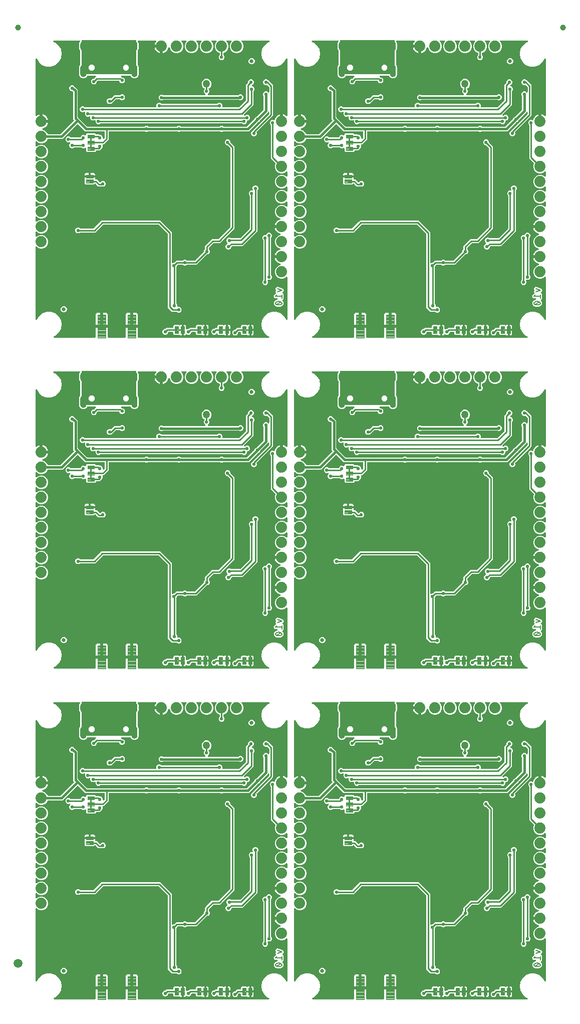
<source format=gbl>
G04 EAGLE Gerber RS-274X export*
G75*
%MOMM*%
%FSLAX34Y34*%
%LPD*%
%INBottom Copper*%
%IPPOS*%
%AMOC8*
5,1,8,0,0,1.08239X$1,22.5*%
G01*
%ADD10C,0.203200*%
%ADD11C,0.099059*%
%ADD12C,1.879600*%
%ADD13C,0.635000*%
%ADD14C,0.101600*%
%ADD15C,0.654000*%
%ADD16C,0.105000*%
%ADD17C,1.270000*%
%ADD18C,1.000000*%
%ADD19C,1.500000*%
%ADD20C,0.558800*%
%ADD21C,0.381000*%
%ADD22C,0.254000*%

G36*
X540488Y561864D02*
X540488Y561864D01*
X540607Y561871D01*
X540645Y561884D01*
X540686Y561889D01*
X540796Y561932D01*
X540909Y561969D01*
X540944Y561991D01*
X540981Y562006D01*
X541077Y562075D01*
X541178Y562139D01*
X541206Y562169D01*
X541239Y562192D01*
X541315Y562284D01*
X541396Y562371D01*
X541416Y562406D01*
X541441Y562437D01*
X541492Y562545D01*
X541550Y562649D01*
X541560Y562689D01*
X541577Y562725D01*
X541599Y562842D01*
X541629Y562957D01*
X541633Y563017D01*
X541637Y563037D01*
X541635Y563058D01*
X541639Y563118D01*
X541639Y578661D01*
X550410Y578661D01*
X550528Y578676D01*
X550647Y578683D01*
X550685Y578696D01*
X550725Y578701D01*
X550836Y578744D01*
X550949Y578781D01*
X550984Y578803D01*
X551021Y578818D01*
X551117Y578888D01*
X551218Y578951D01*
X551246Y578981D01*
X551278Y579005D01*
X551354Y579096D01*
X551436Y579183D01*
X551455Y579218D01*
X551481Y579249D01*
X551532Y579357D01*
X551589Y579461D01*
X551600Y579501D01*
X551617Y579537D01*
X551639Y579654D01*
X551669Y579769D01*
X551673Y579830D01*
X551677Y579850D01*
X551675Y579870D01*
X551679Y579930D01*
X551679Y581201D01*
X551681Y581201D01*
X551681Y579930D01*
X551696Y579812D01*
X551703Y579693D01*
X551716Y579655D01*
X551721Y579615D01*
X551765Y579504D01*
X551801Y579391D01*
X551823Y579356D01*
X551838Y579319D01*
X551908Y579223D01*
X551971Y579122D01*
X552001Y579094D01*
X552025Y579061D01*
X552116Y578986D01*
X552203Y578904D01*
X552238Y578884D01*
X552270Y578859D01*
X552377Y578808D01*
X552481Y578750D01*
X552521Y578740D01*
X552557Y578723D01*
X552674Y578701D01*
X552789Y578671D01*
X552850Y578667D01*
X552870Y578663D01*
X552890Y578665D01*
X552950Y578661D01*
X561721Y578661D01*
X561721Y563118D01*
X561736Y563000D01*
X561743Y562881D01*
X561756Y562843D01*
X561761Y562802D01*
X561804Y562692D01*
X561841Y562579D01*
X561863Y562544D01*
X561878Y562507D01*
X561947Y562411D01*
X562011Y562310D01*
X562041Y562282D01*
X562064Y562249D01*
X562156Y562173D01*
X562243Y562092D01*
X562278Y562072D01*
X562309Y562047D01*
X562417Y561996D01*
X562521Y561938D01*
X562561Y561928D01*
X562597Y561911D01*
X562714Y561889D01*
X562829Y561859D01*
X562889Y561855D01*
X562909Y561851D01*
X562930Y561853D01*
X562990Y561849D01*
X591170Y561849D01*
X591288Y561864D01*
X591407Y561871D01*
X591445Y561884D01*
X591486Y561889D01*
X591596Y561932D01*
X591709Y561969D01*
X591744Y561991D01*
X591781Y562006D01*
X591877Y562075D01*
X591978Y562139D01*
X592006Y562169D01*
X592039Y562192D01*
X592115Y562284D01*
X592196Y562371D01*
X592216Y562406D01*
X592241Y562437D01*
X592292Y562545D01*
X592350Y562649D01*
X592360Y562689D01*
X592377Y562725D01*
X592399Y562842D01*
X592429Y562957D01*
X592433Y563017D01*
X592437Y563037D01*
X592435Y563058D01*
X592439Y563118D01*
X592439Y578661D01*
X601210Y578661D01*
X601328Y578676D01*
X601447Y578683D01*
X601485Y578696D01*
X601525Y578701D01*
X601636Y578744D01*
X601749Y578781D01*
X601784Y578803D01*
X601821Y578818D01*
X601917Y578888D01*
X602018Y578951D01*
X602046Y578981D01*
X602078Y579005D01*
X602154Y579096D01*
X602236Y579183D01*
X602255Y579218D01*
X602281Y579249D01*
X602332Y579357D01*
X602389Y579461D01*
X602400Y579501D01*
X602417Y579537D01*
X602439Y579654D01*
X602469Y579769D01*
X602473Y579830D01*
X602477Y579850D01*
X602475Y579870D01*
X602479Y579930D01*
X602479Y581201D01*
X602481Y581201D01*
X602481Y579930D01*
X602496Y579812D01*
X602503Y579693D01*
X602516Y579655D01*
X602521Y579615D01*
X602565Y579504D01*
X602601Y579391D01*
X602623Y579356D01*
X602638Y579319D01*
X602708Y579223D01*
X602771Y579122D01*
X602801Y579094D01*
X602825Y579061D01*
X602916Y578986D01*
X603003Y578904D01*
X603038Y578884D01*
X603070Y578859D01*
X603177Y578808D01*
X603281Y578750D01*
X603321Y578740D01*
X603357Y578723D01*
X603474Y578701D01*
X603589Y578671D01*
X603650Y578667D01*
X603670Y578663D01*
X603690Y578665D01*
X603750Y578661D01*
X612521Y578661D01*
X612521Y563118D01*
X612536Y563000D01*
X612543Y562881D01*
X612556Y562843D01*
X612561Y562802D01*
X612604Y562692D01*
X612641Y562579D01*
X612663Y562544D01*
X612678Y562507D01*
X612747Y562411D01*
X612811Y562310D01*
X612841Y562282D01*
X612864Y562249D01*
X612956Y562173D01*
X613043Y562092D01*
X613078Y562072D01*
X613109Y562047D01*
X613217Y561996D01*
X613321Y561938D01*
X613361Y561928D01*
X613397Y561911D01*
X613514Y561889D01*
X613629Y561859D01*
X613689Y561855D01*
X613709Y561851D01*
X613730Y561853D01*
X613790Y561849D01*
X833666Y561849D01*
X833763Y561861D01*
X833860Y561864D01*
X833920Y561881D01*
X833982Y561889D01*
X834072Y561924D01*
X834166Y561951D01*
X834220Y561983D01*
X834278Y562006D01*
X834356Y562063D01*
X834440Y562112D01*
X834485Y562156D01*
X834535Y562192D01*
X834597Y562267D01*
X834666Y562336D01*
X834698Y562390D01*
X834738Y562437D01*
X834779Y562525D01*
X834829Y562609D01*
X834847Y562669D01*
X834873Y562725D01*
X834892Y562821D01*
X834919Y562914D01*
X834921Y562976D01*
X834933Y563037D01*
X834927Y563135D01*
X834931Y563232D01*
X834917Y563293D01*
X834913Y563355D01*
X834883Y563447D01*
X834863Y563543D01*
X834834Y563598D01*
X834815Y563657D01*
X834763Y563740D01*
X834719Y563827D01*
X834678Y563873D01*
X834645Y563926D01*
X834574Y563993D01*
X834510Y564066D01*
X834459Y564101D01*
X834414Y564144D01*
X834328Y564191D01*
X834248Y564246D01*
X834152Y564288D01*
X834135Y564298D01*
X834124Y564300D01*
X834101Y564311D01*
X832318Y564959D01*
X826485Y569854D01*
X822678Y576448D01*
X821356Y583946D01*
X822678Y591444D01*
X826485Y598038D01*
X832318Y602933D01*
X839473Y605537D01*
X847087Y605537D01*
X854242Y602933D01*
X860075Y598038D01*
X863263Y592516D01*
X863351Y592400D01*
X863436Y592282D01*
X863447Y592274D01*
X863455Y592263D01*
X863569Y592173D01*
X863681Y592079D01*
X863694Y592074D01*
X863704Y592065D01*
X863838Y592006D01*
X863969Y591944D01*
X863982Y591941D01*
X863995Y591936D01*
X864139Y591911D01*
X864282Y591884D01*
X864295Y591885D01*
X864308Y591883D01*
X864454Y591895D01*
X864599Y591904D01*
X864612Y591908D01*
X864625Y591909D01*
X864763Y591957D01*
X864901Y592002D01*
X864913Y592009D01*
X864926Y592014D01*
X865047Y592094D01*
X865170Y592172D01*
X865179Y592182D01*
X865191Y592189D01*
X865288Y592297D01*
X865388Y592404D01*
X865395Y592416D01*
X865404Y592426D01*
X865471Y592554D01*
X865542Y592682D01*
X865545Y592695D01*
X865551Y592707D01*
X865585Y592849D01*
X865621Y592990D01*
X865622Y593008D01*
X865624Y593017D01*
X865624Y593034D01*
X865631Y593151D01*
X865631Y663522D01*
X865614Y663660D01*
X865601Y663798D01*
X865594Y663817D01*
X865591Y663837D01*
X865540Y663966D01*
X865493Y664097D01*
X865482Y664114D01*
X865474Y664133D01*
X865393Y664245D01*
X865315Y664360D01*
X865299Y664374D01*
X865288Y664390D01*
X865180Y664479D01*
X865076Y664571D01*
X865058Y664580D01*
X865043Y664593D01*
X864917Y664652D01*
X864793Y664715D01*
X864773Y664720D01*
X864755Y664728D01*
X864618Y664755D01*
X864483Y664785D01*
X864462Y664784D01*
X864443Y664788D01*
X864304Y664780D01*
X864165Y664775D01*
X864145Y664770D01*
X864125Y664768D01*
X863993Y664726D01*
X863859Y664687D01*
X863842Y664677D01*
X863823Y664670D01*
X863705Y664596D01*
X863585Y664525D01*
X863564Y664507D01*
X863554Y664500D01*
X863540Y664485D01*
X863465Y664419D01*
X862455Y663409D01*
X858254Y661669D01*
X853706Y661669D01*
X849505Y663409D01*
X846289Y666625D01*
X844549Y670826D01*
X844549Y675374D01*
X846289Y679575D01*
X849505Y682791D01*
X853464Y684430D01*
X853576Y684494D01*
X853691Y684553D01*
X853714Y684573D01*
X853740Y684588D01*
X853833Y684678D01*
X853930Y684763D01*
X853947Y684788D01*
X853968Y684809D01*
X854036Y684920D01*
X854109Y685026D01*
X854119Y685055D01*
X854135Y685080D01*
X854173Y685204D01*
X854216Y685325D01*
X854219Y685355D01*
X854228Y685384D01*
X854234Y685513D01*
X854247Y685642D01*
X854242Y685672D01*
X854243Y685702D01*
X854217Y685828D01*
X854197Y685956D01*
X854185Y685984D01*
X854179Y686013D01*
X854122Y686130D01*
X854071Y686248D01*
X854053Y686272D01*
X854039Y686299D01*
X853955Y686397D01*
X853876Y686500D01*
X853853Y686518D01*
X853833Y686541D01*
X853727Y686615D01*
X853625Y686695D01*
X853598Y686707D01*
X853573Y686724D01*
X853452Y686770D01*
X853333Y686821D01*
X853292Y686831D01*
X853276Y686837D01*
X853254Y686839D01*
X853189Y686854D01*
X851397Y687436D01*
X849723Y688289D01*
X848202Y689394D01*
X846874Y690722D01*
X845769Y692243D01*
X844916Y693917D01*
X844335Y695704D01*
X844295Y695961D01*
X854710Y695961D01*
X854828Y695976D01*
X854947Y695983D01*
X854985Y695996D01*
X855025Y696001D01*
X855136Y696044D01*
X855249Y696081D01*
X855283Y696103D01*
X855321Y696118D01*
X855417Y696188D01*
X855518Y696251D01*
X855546Y696281D01*
X855578Y696304D01*
X855654Y696396D01*
X855736Y696483D01*
X855755Y696518D01*
X855781Y696549D01*
X855832Y696657D01*
X855889Y696761D01*
X855900Y696801D01*
X855917Y696837D01*
X855939Y696954D01*
X855969Y697069D01*
X855973Y697130D01*
X855977Y697150D01*
X855975Y697170D01*
X855979Y697230D01*
X855979Y699770D01*
X855964Y699888D01*
X855957Y700007D01*
X855944Y700045D01*
X855939Y700085D01*
X855895Y700196D01*
X855859Y700309D01*
X855837Y700344D01*
X855822Y700381D01*
X855752Y700477D01*
X855689Y700578D01*
X855659Y700606D01*
X855635Y700639D01*
X855544Y700714D01*
X855457Y700796D01*
X855422Y700816D01*
X855390Y700841D01*
X855283Y700892D01*
X855178Y700950D01*
X855139Y700960D01*
X855103Y700977D01*
X854986Y700999D01*
X854871Y701029D01*
X854810Y701033D01*
X854790Y701037D01*
X854770Y701035D01*
X854710Y701039D01*
X844295Y701039D01*
X844335Y701296D01*
X844916Y703083D01*
X845769Y704757D01*
X846874Y706278D01*
X848202Y707606D01*
X849723Y708711D01*
X851397Y709564D01*
X853214Y710154D01*
X853300Y710180D01*
X853426Y710210D01*
X853453Y710224D01*
X853482Y710232D01*
X853593Y710298D01*
X853707Y710358D01*
X853730Y710379D01*
X853756Y710394D01*
X853847Y710485D01*
X853943Y710572D01*
X853959Y710597D01*
X853981Y710619D01*
X854046Y710730D01*
X854117Y710838D01*
X854127Y710867D01*
X854143Y710892D01*
X854179Y711016D01*
X854221Y711139D01*
X854223Y711169D01*
X854231Y711198D01*
X854236Y711327D01*
X854246Y711456D01*
X854241Y711486D01*
X854242Y711516D01*
X854214Y711642D01*
X854191Y711769D01*
X854179Y711797D01*
X854172Y711826D01*
X854114Y711941D01*
X854061Y712059D01*
X854042Y712083D01*
X854028Y712110D01*
X853943Y712207D01*
X853862Y712308D01*
X853838Y712326D01*
X853818Y712348D01*
X853711Y712421D01*
X853608Y712499D01*
X853569Y712518D01*
X853555Y712527D01*
X853535Y712535D01*
X853464Y712570D01*
X849505Y714209D01*
X846289Y717425D01*
X844549Y721626D01*
X844549Y726174D01*
X846289Y730375D01*
X849505Y733591D01*
X853464Y735230D01*
X853576Y735294D01*
X853691Y735353D01*
X853714Y735373D01*
X853740Y735388D01*
X853833Y735478D01*
X853930Y735563D01*
X853947Y735588D01*
X853968Y735609D01*
X854036Y735719D01*
X854109Y735826D01*
X854119Y735854D01*
X854135Y735880D01*
X854173Y736004D01*
X854216Y736125D01*
X854219Y736155D01*
X854228Y736184D01*
X854234Y736313D01*
X854247Y736442D01*
X854242Y736472D01*
X854243Y736502D01*
X854217Y736628D01*
X854197Y736756D01*
X854185Y736784D01*
X854179Y736813D01*
X854122Y736929D01*
X854071Y737048D01*
X854053Y737072D01*
X854039Y737099D01*
X853955Y737197D01*
X853876Y737299D01*
X853853Y737318D01*
X853833Y737341D01*
X853727Y737415D01*
X853625Y737495D01*
X853598Y737507D01*
X853573Y737524D01*
X853452Y737570D01*
X853333Y737621D01*
X853291Y737631D01*
X853276Y737637D01*
X853254Y737639D01*
X853189Y737654D01*
X851397Y738236D01*
X849723Y739089D01*
X848202Y740194D01*
X846874Y741522D01*
X845769Y743043D01*
X844916Y744717D01*
X844335Y746504D01*
X844295Y746761D01*
X854710Y746761D01*
X854828Y746776D01*
X854947Y746783D01*
X854985Y746796D01*
X855025Y746801D01*
X855136Y746844D01*
X855249Y746881D01*
X855283Y746903D01*
X855321Y746918D01*
X855417Y746988D01*
X855518Y747051D01*
X855546Y747081D01*
X855578Y747104D01*
X855654Y747196D01*
X855736Y747283D01*
X855755Y747318D01*
X855781Y747349D01*
X855832Y747457D01*
X855889Y747561D01*
X855900Y747601D01*
X855917Y747637D01*
X855939Y747754D01*
X855969Y747869D01*
X855973Y747930D01*
X855977Y747950D01*
X855975Y747970D01*
X855979Y748030D01*
X855979Y750570D01*
X855964Y750688D01*
X855957Y750807D01*
X855944Y750845D01*
X855939Y750885D01*
X855895Y750996D01*
X855859Y751109D01*
X855837Y751144D01*
X855822Y751181D01*
X855752Y751277D01*
X855689Y751378D01*
X855659Y751406D01*
X855635Y751439D01*
X855544Y751514D01*
X855457Y751596D01*
X855422Y751616D01*
X855390Y751641D01*
X855283Y751692D01*
X855178Y751750D01*
X855139Y751760D01*
X855103Y751777D01*
X854986Y751799D01*
X854871Y751829D01*
X854810Y751833D01*
X854790Y751837D01*
X854770Y751835D01*
X854710Y751839D01*
X844295Y751839D01*
X844335Y752096D01*
X844916Y753883D01*
X845769Y755557D01*
X846874Y757078D01*
X848202Y758406D01*
X849723Y759511D01*
X851397Y760364D01*
X853214Y760954D01*
X853300Y760980D01*
X853426Y761010D01*
X853453Y761024D01*
X853482Y761032D01*
X853593Y761098D01*
X853707Y761158D01*
X853730Y761179D01*
X853756Y761194D01*
X853847Y761285D01*
X853943Y761372D01*
X853959Y761397D01*
X853981Y761419D01*
X854046Y761530D01*
X854117Y761638D01*
X854127Y761667D01*
X854143Y761692D01*
X854179Y761816D01*
X854221Y761939D01*
X854223Y761969D01*
X854231Y761998D01*
X854236Y762127D01*
X854246Y762256D01*
X854241Y762286D01*
X854242Y762316D01*
X854214Y762442D01*
X854191Y762569D01*
X854179Y762597D01*
X854172Y762626D01*
X854114Y762741D01*
X854061Y762859D01*
X854042Y762883D01*
X854028Y762910D01*
X853943Y763007D01*
X853862Y763108D01*
X853838Y763126D01*
X853818Y763148D01*
X853711Y763221D01*
X853608Y763299D01*
X853569Y763318D01*
X853555Y763327D01*
X853535Y763335D01*
X853464Y763370D01*
X849505Y765009D01*
X846289Y768225D01*
X844549Y772426D01*
X844549Y776974D01*
X846289Y781175D01*
X849505Y784391D01*
X853706Y786131D01*
X858254Y786131D01*
X862455Y784391D01*
X863465Y783381D01*
X863574Y783296D01*
X863681Y783207D01*
X863700Y783198D01*
X863716Y783186D01*
X863843Y783131D01*
X863969Y783072D01*
X863989Y783068D01*
X864008Y783060D01*
X864146Y783038D01*
X864282Y783012D01*
X864302Y783013D01*
X864322Y783010D01*
X864461Y783023D01*
X864599Y783032D01*
X864618Y783038D01*
X864638Y783040D01*
X864770Y783087D01*
X864901Y783130D01*
X864919Y783140D01*
X864938Y783147D01*
X865053Y783225D01*
X865170Y783300D01*
X865184Y783314D01*
X865201Y783326D01*
X865293Y783430D01*
X865388Y783531D01*
X865398Y783549D01*
X865411Y783564D01*
X865474Y783688D01*
X865542Y783810D01*
X865547Y783829D01*
X865556Y783847D01*
X865586Y783983D01*
X865621Y784118D01*
X865623Y784146D01*
X865626Y784158D01*
X865625Y784178D01*
X865631Y784278D01*
X865631Y790522D01*
X865614Y790660D01*
X865601Y790798D01*
X865594Y790817D01*
X865591Y790837D01*
X865540Y790966D01*
X865493Y791097D01*
X865482Y791114D01*
X865474Y791133D01*
X865393Y791245D01*
X865315Y791360D01*
X865299Y791374D01*
X865288Y791390D01*
X865180Y791479D01*
X865076Y791571D01*
X865058Y791580D01*
X865043Y791593D01*
X864917Y791652D01*
X864793Y791715D01*
X864773Y791720D01*
X864755Y791728D01*
X864618Y791755D01*
X864483Y791785D01*
X864462Y791784D01*
X864443Y791788D01*
X864304Y791780D01*
X864165Y791775D01*
X864145Y791770D01*
X864125Y791768D01*
X863993Y791726D01*
X863859Y791687D01*
X863842Y791677D01*
X863823Y791670D01*
X863705Y791596D01*
X863585Y791525D01*
X863564Y791507D01*
X863554Y791500D01*
X863540Y791485D01*
X863465Y791419D01*
X862455Y790409D01*
X858254Y788669D01*
X853706Y788669D01*
X849505Y790409D01*
X846289Y793625D01*
X844549Y797826D01*
X844549Y802374D01*
X846289Y806575D01*
X849505Y809791D01*
X853706Y811531D01*
X858254Y811531D01*
X862455Y809791D01*
X863465Y808781D01*
X863574Y808696D01*
X863681Y808607D01*
X863700Y808598D01*
X863716Y808586D01*
X863843Y808531D01*
X863969Y808472D01*
X863989Y808468D01*
X864008Y808460D01*
X864146Y808438D01*
X864282Y808412D01*
X864302Y808413D01*
X864322Y808410D01*
X864461Y808423D01*
X864599Y808432D01*
X864618Y808438D01*
X864638Y808440D01*
X864770Y808487D01*
X864901Y808530D01*
X864919Y808540D01*
X864938Y808547D01*
X865053Y808625D01*
X865170Y808700D01*
X865184Y808714D01*
X865201Y808726D01*
X865293Y808830D01*
X865388Y808931D01*
X865398Y808949D01*
X865411Y808964D01*
X865474Y809088D01*
X865542Y809210D01*
X865547Y809229D01*
X865556Y809247D01*
X865586Y809383D01*
X865621Y809518D01*
X865623Y809546D01*
X865626Y809558D01*
X865625Y809578D01*
X865631Y809678D01*
X865631Y815922D01*
X865614Y816060D01*
X865601Y816198D01*
X865594Y816217D01*
X865591Y816237D01*
X865540Y816366D01*
X865493Y816497D01*
X865482Y816514D01*
X865474Y816533D01*
X865393Y816645D01*
X865315Y816760D01*
X865299Y816774D01*
X865288Y816790D01*
X865180Y816879D01*
X865076Y816971D01*
X865058Y816980D01*
X865043Y816993D01*
X864917Y817052D01*
X864793Y817115D01*
X864773Y817120D01*
X864755Y817128D01*
X864618Y817155D01*
X864483Y817185D01*
X864462Y817184D01*
X864443Y817188D01*
X864304Y817180D01*
X864165Y817175D01*
X864145Y817170D01*
X864125Y817168D01*
X863993Y817126D01*
X863859Y817087D01*
X863842Y817077D01*
X863823Y817070D01*
X863705Y816996D01*
X863585Y816925D01*
X863564Y816907D01*
X863554Y816900D01*
X863540Y816885D01*
X863465Y816819D01*
X862455Y815809D01*
X858254Y814069D01*
X853706Y814069D01*
X849505Y815809D01*
X846289Y819025D01*
X844549Y823226D01*
X844549Y827774D01*
X846289Y831975D01*
X849505Y835191D01*
X853706Y836931D01*
X858254Y836931D01*
X862455Y835191D01*
X863465Y834181D01*
X863574Y834096D01*
X863681Y834007D01*
X863700Y833998D01*
X863716Y833986D01*
X863843Y833931D01*
X863969Y833872D01*
X863989Y833868D01*
X864008Y833860D01*
X864146Y833838D01*
X864282Y833812D01*
X864302Y833813D01*
X864322Y833810D01*
X864461Y833823D01*
X864599Y833832D01*
X864618Y833838D01*
X864638Y833840D01*
X864770Y833887D01*
X864901Y833930D01*
X864919Y833940D01*
X864938Y833947D01*
X865053Y834025D01*
X865170Y834100D01*
X865184Y834114D01*
X865201Y834126D01*
X865293Y834230D01*
X865388Y834331D01*
X865398Y834349D01*
X865411Y834364D01*
X865474Y834488D01*
X865542Y834610D01*
X865547Y834629D01*
X865556Y834647D01*
X865586Y834783D01*
X865621Y834918D01*
X865623Y834946D01*
X865626Y834958D01*
X865625Y834978D01*
X865631Y835078D01*
X865631Y841322D01*
X865614Y841460D01*
X865601Y841598D01*
X865594Y841617D01*
X865591Y841637D01*
X865540Y841766D01*
X865493Y841897D01*
X865482Y841914D01*
X865474Y841933D01*
X865393Y842045D01*
X865315Y842160D01*
X865299Y842174D01*
X865288Y842190D01*
X865180Y842279D01*
X865076Y842371D01*
X865058Y842380D01*
X865043Y842393D01*
X864917Y842452D01*
X864793Y842515D01*
X864773Y842520D01*
X864755Y842528D01*
X864618Y842555D01*
X864483Y842585D01*
X864462Y842584D01*
X864443Y842588D01*
X864304Y842580D01*
X864165Y842575D01*
X864145Y842570D01*
X864125Y842568D01*
X863993Y842526D01*
X863859Y842487D01*
X863842Y842477D01*
X863823Y842470D01*
X863705Y842396D01*
X863585Y842325D01*
X863564Y842307D01*
X863554Y842300D01*
X863540Y842285D01*
X863465Y842219D01*
X862455Y841209D01*
X858254Y839469D01*
X853706Y839469D01*
X849505Y841209D01*
X846289Y844425D01*
X844549Y848626D01*
X844549Y853174D01*
X845539Y855562D01*
X845546Y855591D01*
X845560Y855617D01*
X845588Y855744D01*
X845623Y855869D01*
X845623Y855899D01*
X845630Y855927D01*
X845626Y856057D01*
X845628Y856187D01*
X845621Y856216D01*
X845620Y856245D01*
X845584Y856370D01*
X845554Y856496D01*
X845540Y856523D01*
X845532Y856551D01*
X845466Y856663D01*
X845405Y856778D01*
X845385Y856799D01*
X845370Y856825D01*
X845264Y856946D01*
X837437Y864772D01*
X837437Y920511D01*
X837425Y920609D01*
X837422Y920708D01*
X837405Y920766D01*
X837397Y920826D01*
X837361Y920919D01*
X837333Y921014D01*
X837303Y921066D01*
X837280Y921122D01*
X837222Y921202D01*
X837172Y921288D01*
X837106Y921363D01*
X837094Y921380D01*
X837084Y921387D01*
X837066Y921408D01*
X836648Y921826D01*
X835913Y923600D01*
X835913Y925520D01*
X836648Y927294D01*
X838006Y928652D01*
X839780Y929387D01*
X841700Y929387D01*
X842610Y929010D01*
X842716Y928981D01*
X842820Y928944D01*
X842869Y928939D01*
X842917Y928926D01*
X843027Y928924D01*
X843137Y928914D01*
X843185Y928922D01*
X843235Y928921D01*
X843342Y928947D01*
X843451Y928964D01*
X843496Y928984D01*
X843544Y928995D01*
X843641Y929047D01*
X843743Y929091D01*
X843781Y929121D01*
X843825Y929144D01*
X843907Y929218D01*
X843994Y929286D01*
X844024Y929325D01*
X844060Y929358D01*
X844121Y929450D01*
X844188Y929537D01*
X844208Y929582D01*
X844235Y929623D01*
X844244Y929650D01*
X844245Y929651D01*
X844304Y929801D01*
X844310Y929819D01*
X844315Y929829D01*
X844317Y929839D01*
X844916Y931683D01*
X845769Y933357D01*
X846874Y934878D01*
X848202Y936206D01*
X849723Y937311D01*
X851397Y938164D01*
X853184Y938745D01*
X853441Y938785D01*
X853441Y928370D01*
X853456Y928252D01*
X853463Y928133D01*
X853476Y928095D01*
X853481Y928055D01*
X853524Y927944D01*
X853561Y927831D01*
X853583Y927797D01*
X853598Y927759D01*
X853668Y927663D01*
X853731Y927562D01*
X853761Y927534D01*
X853784Y927502D01*
X853876Y927426D01*
X853963Y927344D01*
X853998Y927325D01*
X854029Y927299D01*
X854137Y927248D01*
X854241Y927191D01*
X854281Y927180D01*
X854317Y927163D01*
X854434Y927141D01*
X854549Y927111D01*
X854610Y927107D01*
X854630Y927103D01*
X854650Y927105D01*
X854710Y927101D01*
X857250Y927101D01*
X857368Y927116D01*
X857487Y927123D01*
X857525Y927136D01*
X857565Y927141D01*
X857676Y927185D01*
X857789Y927221D01*
X857824Y927243D01*
X857861Y927258D01*
X857957Y927328D01*
X858058Y927391D01*
X858086Y927421D01*
X858119Y927445D01*
X858194Y927536D01*
X858276Y927623D01*
X858296Y927658D01*
X858321Y927690D01*
X858372Y927797D01*
X858430Y927902D01*
X858440Y927941D01*
X858457Y927977D01*
X858479Y928094D01*
X858509Y928209D01*
X858513Y928270D01*
X858517Y928290D01*
X858515Y928310D01*
X858519Y928370D01*
X858519Y938785D01*
X858776Y938745D01*
X860563Y938164D01*
X862237Y937311D01*
X863616Y936309D01*
X863651Y936290D01*
X863681Y936265D01*
X863790Y936214D01*
X863895Y936156D01*
X863933Y936146D01*
X863969Y936129D01*
X864086Y936107D01*
X864203Y936077D01*
X864243Y936077D01*
X864282Y936069D01*
X864401Y936077D01*
X864521Y936077D01*
X864559Y936087D01*
X864599Y936089D01*
X864713Y936126D01*
X864829Y936156D01*
X864864Y936175D01*
X864901Y936187D01*
X865003Y936251D01*
X865107Y936309D01*
X865136Y936336D01*
X865170Y936357D01*
X865252Y936445D01*
X865339Y936526D01*
X865361Y936560D01*
X865388Y936589D01*
X865446Y936694D01*
X865510Y936795D01*
X865522Y936833D01*
X865542Y936867D01*
X865571Y936983D01*
X865609Y937097D01*
X865611Y937137D01*
X865621Y937175D01*
X865631Y937336D01*
X865631Y1032195D01*
X865613Y1032340D01*
X865598Y1032485D01*
X865593Y1032497D01*
X865591Y1032511D01*
X865538Y1032646D01*
X865487Y1032783D01*
X865479Y1032794D01*
X865474Y1032806D01*
X865389Y1032924D01*
X865306Y1033044D01*
X865295Y1033053D01*
X865288Y1033064D01*
X865176Y1033157D01*
X865065Y1033252D01*
X865053Y1033258D01*
X865043Y1033267D01*
X864911Y1033328D01*
X864780Y1033394D01*
X864767Y1033396D01*
X864755Y1033402D01*
X864613Y1033429D01*
X864469Y1033460D01*
X864456Y1033459D01*
X864443Y1033462D01*
X864298Y1033453D01*
X864152Y1033447D01*
X864139Y1033443D01*
X864125Y1033442D01*
X863987Y1033397D01*
X863847Y1033355D01*
X863835Y1033348D01*
X863823Y1033344D01*
X863700Y1033266D01*
X863575Y1033191D01*
X863565Y1033181D01*
X863554Y1033174D01*
X863454Y1033068D01*
X863352Y1032964D01*
X863342Y1032949D01*
X863336Y1032942D01*
X863328Y1032927D01*
X863263Y1032830D01*
X860075Y1027308D01*
X854242Y1022413D01*
X847087Y1019809D01*
X839473Y1019809D01*
X832318Y1022413D01*
X826485Y1027308D01*
X822678Y1033902D01*
X821356Y1041400D01*
X822678Y1048898D01*
X826485Y1055492D01*
X832318Y1060387D01*
X834798Y1061289D01*
X834885Y1061334D01*
X834976Y1061370D01*
X835026Y1061406D01*
X835081Y1061435D01*
X835154Y1061499D01*
X835233Y1061556D01*
X835273Y1061604D01*
X835319Y1061646D01*
X835374Y1061726D01*
X835436Y1061801D01*
X835462Y1061858D01*
X835497Y1061909D01*
X835530Y1062001D01*
X835571Y1062089D01*
X835583Y1062150D01*
X835604Y1062209D01*
X835613Y1062306D01*
X835631Y1062402D01*
X835627Y1062464D01*
X835633Y1062526D01*
X835617Y1062622D01*
X835611Y1062719D01*
X835592Y1062778D01*
X835582Y1062840D01*
X835543Y1062929D01*
X835513Y1063021D01*
X835480Y1063074D01*
X835455Y1063131D01*
X835395Y1063208D01*
X835343Y1063290D01*
X835298Y1063333D01*
X835259Y1063382D01*
X835182Y1063441D01*
X835111Y1063508D01*
X835057Y1063538D01*
X835008Y1063576D01*
X834918Y1063615D01*
X834833Y1063662D01*
X834773Y1063677D01*
X834715Y1063702D01*
X834619Y1063717D01*
X834525Y1063741D01*
X834421Y1063748D01*
X834401Y1063751D01*
X834390Y1063750D01*
X834364Y1063751D01*
X789358Y1063751D01*
X789220Y1063734D01*
X789082Y1063721D01*
X789063Y1063714D01*
X789043Y1063711D01*
X788914Y1063660D01*
X788783Y1063613D01*
X788766Y1063602D01*
X788747Y1063594D01*
X788635Y1063513D01*
X788520Y1063435D01*
X788506Y1063419D01*
X788490Y1063408D01*
X788401Y1063300D01*
X788309Y1063196D01*
X788300Y1063178D01*
X788287Y1063163D01*
X788228Y1063037D01*
X788165Y1062913D01*
X788160Y1062893D01*
X788152Y1062875D01*
X788125Y1062738D01*
X788095Y1062603D01*
X788096Y1062582D01*
X788092Y1062563D01*
X788100Y1062424D01*
X788105Y1062285D01*
X788110Y1062265D01*
X788112Y1062245D01*
X788154Y1062113D01*
X788193Y1061979D01*
X788203Y1061962D01*
X788210Y1061943D01*
X788284Y1061825D01*
X788355Y1061705D01*
X788373Y1061684D01*
X788380Y1061674D01*
X788395Y1061660D01*
X788461Y1061585D01*
X789471Y1060575D01*
X791211Y1056374D01*
X791211Y1051826D01*
X789471Y1047625D01*
X786255Y1044409D01*
X782054Y1042669D01*
X777506Y1042669D01*
X773305Y1044409D01*
X770089Y1047625D01*
X768349Y1051826D01*
X768349Y1056374D01*
X770089Y1060575D01*
X771099Y1061585D01*
X771184Y1061694D01*
X771273Y1061801D01*
X771282Y1061820D01*
X771294Y1061836D01*
X771349Y1061963D01*
X771408Y1062089D01*
X771412Y1062109D01*
X771420Y1062128D01*
X771442Y1062266D01*
X771468Y1062402D01*
X771467Y1062422D01*
X771470Y1062442D01*
X771457Y1062581D01*
X771448Y1062719D01*
X771442Y1062738D01*
X771440Y1062758D01*
X771393Y1062890D01*
X771350Y1063021D01*
X771340Y1063039D01*
X771333Y1063058D01*
X771255Y1063173D01*
X771180Y1063290D01*
X771166Y1063304D01*
X771154Y1063321D01*
X771050Y1063413D01*
X770949Y1063508D01*
X770931Y1063518D01*
X770916Y1063531D01*
X770792Y1063594D01*
X770670Y1063662D01*
X770651Y1063667D01*
X770633Y1063676D01*
X770497Y1063706D01*
X770362Y1063741D01*
X770334Y1063743D01*
X770322Y1063746D01*
X770302Y1063745D01*
X770202Y1063751D01*
X763958Y1063751D01*
X763820Y1063734D01*
X763682Y1063721D01*
X763663Y1063714D01*
X763643Y1063711D01*
X763514Y1063660D01*
X763383Y1063613D01*
X763366Y1063602D01*
X763347Y1063594D01*
X763235Y1063513D01*
X763120Y1063435D01*
X763106Y1063419D01*
X763090Y1063408D01*
X763001Y1063300D01*
X762909Y1063196D01*
X762900Y1063178D01*
X762887Y1063163D01*
X762828Y1063037D01*
X762765Y1062913D01*
X762760Y1062893D01*
X762752Y1062875D01*
X762725Y1062738D01*
X762695Y1062603D01*
X762696Y1062582D01*
X762692Y1062563D01*
X762700Y1062424D01*
X762705Y1062285D01*
X762710Y1062265D01*
X762712Y1062245D01*
X762754Y1062113D01*
X762793Y1061979D01*
X762803Y1061962D01*
X762810Y1061943D01*
X762884Y1061825D01*
X762955Y1061705D01*
X762973Y1061684D01*
X762980Y1061674D01*
X762995Y1061660D01*
X763061Y1061585D01*
X764071Y1060575D01*
X765811Y1056374D01*
X765811Y1051826D01*
X764071Y1047625D01*
X760855Y1044409D01*
X758466Y1043420D01*
X758441Y1043405D01*
X758413Y1043396D01*
X758303Y1043327D01*
X758190Y1043263D01*
X758169Y1043242D01*
X758144Y1043226D01*
X758055Y1043132D01*
X757962Y1043041D01*
X757946Y1043016D01*
X757926Y1042995D01*
X757863Y1042881D01*
X757795Y1042770D01*
X757787Y1042742D01*
X757772Y1042716D01*
X757740Y1042590D01*
X757702Y1042466D01*
X757700Y1042437D01*
X757693Y1042408D01*
X757683Y1042247D01*
X757683Y1039395D01*
X757695Y1039297D01*
X757698Y1039198D01*
X757715Y1039140D01*
X757723Y1039079D01*
X757759Y1038987D01*
X757787Y1038892D01*
X757817Y1038840D01*
X757840Y1038784D01*
X757898Y1038704D01*
X757948Y1038618D01*
X758014Y1038543D01*
X758026Y1038526D01*
X758036Y1038519D01*
X758055Y1038497D01*
X758432Y1038120D01*
X759167Y1036346D01*
X759167Y1034426D01*
X758432Y1032652D01*
X757074Y1031294D01*
X755300Y1030559D01*
X753380Y1030559D01*
X751606Y1031294D01*
X750248Y1032652D01*
X749513Y1034426D01*
X749513Y1036346D01*
X750248Y1038120D01*
X750705Y1038577D01*
X750766Y1038656D01*
X750834Y1038728D01*
X750863Y1038781D01*
X750900Y1038829D01*
X750940Y1038920D01*
X750988Y1039006D01*
X751003Y1039065D01*
X751027Y1039121D01*
X751042Y1039219D01*
X751067Y1039314D01*
X751073Y1039414D01*
X751077Y1039435D01*
X751075Y1039447D01*
X751077Y1039475D01*
X751077Y1042247D01*
X751074Y1042277D01*
X751076Y1042306D01*
X751054Y1042434D01*
X751037Y1042563D01*
X751027Y1042590D01*
X751022Y1042619D01*
X750968Y1042738D01*
X750920Y1042859D01*
X750903Y1042883D01*
X750891Y1042909D01*
X750810Y1043011D01*
X750734Y1043116D01*
X750711Y1043135D01*
X750692Y1043158D01*
X750589Y1043236D01*
X750489Y1043319D01*
X750462Y1043331D01*
X750438Y1043349D01*
X750294Y1043420D01*
X747905Y1044409D01*
X744689Y1047625D01*
X742949Y1051826D01*
X742949Y1056374D01*
X744689Y1060575D01*
X745699Y1061585D01*
X745784Y1061694D01*
X745873Y1061801D01*
X745882Y1061820D01*
X745894Y1061836D01*
X745949Y1061963D01*
X746008Y1062089D01*
X746012Y1062109D01*
X746020Y1062128D01*
X746042Y1062266D01*
X746068Y1062402D01*
X746067Y1062422D01*
X746070Y1062442D01*
X746057Y1062581D01*
X746048Y1062719D01*
X746042Y1062738D01*
X746040Y1062758D01*
X745993Y1062890D01*
X745950Y1063021D01*
X745940Y1063039D01*
X745933Y1063058D01*
X745855Y1063173D01*
X745780Y1063290D01*
X745766Y1063304D01*
X745754Y1063321D01*
X745650Y1063413D01*
X745549Y1063508D01*
X745531Y1063518D01*
X745516Y1063531D01*
X745392Y1063594D01*
X745270Y1063662D01*
X745251Y1063667D01*
X745233Y1063676D01*
X745097Y1063706D01*
X744962Y1063741D01*
X744934Y1063743D01*
X744922Y1063746D01*
X744902Y1063745D01*
X744802Y1063751D01*
X738558Y1063751D01*
X738420Y1063734D01*
X738282Y1063721D01*
X738263Y1063714D01*
X738243Y1063711D01*
X738114Y1063660D01*
X737983Y1063613D01*
X737966Y1063602D01*
X737947Y1063594D01*
X737835Y1063513D01*
X737720Y1063435D01*
X737706Y1063419D01*
X737690Y1063408D01*
X737601Y1063300D01*
X737509Y1063196D01*
X737500Y1063178D01*
X737487Y1063163D01*
X737428Y1063037D01*
X737365Y1062913D01*
X737360Y1062893D01*
X737352Y1062875D01*
X737325Y1062738D01*
X737295Y1062603D01*
X737296Y1062582D01*
X737292Y1062563D01*
X737300Y1062424D01*
X737305Y1062285D01*
X737310Y1062265D01*
X737312Y1062245D01*
X737354Y1062113D01*
X737393Y1061979D01*
X737403Y1061962D01*
X737410Y1061943D01*
X737484Y1061825D01*
X737555Y1061705D01*
X737573Y1061684D01*
X737580Y1061674D01*
X737595Y1061660D01*
X737661Y1061585D01*
X738671Y1060575D01*
X740411Y1056374D01*
X740411Y1051826D01*
X738671Y1047625D01*
X735455Y1044409D01*
X731254Y1042669D01*
X726706Y1042669D01*
X722505Y1044409D01*
X719289Y1047625D01*
X717549Y1051826D01*
X717549Y1056374D01*
X719289Y1060575D01*
X720299Y1061585D01*
X720384Y1061694D01*
X720473Y1061801D01*
X720482Y1061820D01*
X720494Y1061836D01*
X720549Y1061963D01*
X720608Y1062089D01*
X720612Y1062109D01*
X720620Y1062128D01*
X720642Y1062266D01*
X720668Y1062402D01*
X720667Y1062422D01*
X720670Y1062442D01*
X720657Y1062581D01*
X720648Y1062719D01*
X720642Y1062738D01*
X720640Y1062758D01*
X720593Y1062890D01*
X720550Y1063021D01*
X720540Y1063039D01*
X720533Y1063058D01*
X720455Y1063173D01*
X720380Y1063290D01*
X720366Y1063304D01*
X720354Y1063321D01*
X720250Y1063413D01*
X720149Y1063508D01*
X720131Y1063518D01*
X720116Y1063531D01*
X719992Y1063594D01*
X719870Y1063662D01*
X719851Y1063667D01*
X719833Y1063676D01*
X719697Y1063706D01*
X719562Y1063741D01*
X719534Y1063743D01*
X719522Y1063746D01*
X719502Y1063745D01*
X719402Y1063751D01*
X713158Y1063751D01*
X713020Y1063734D01*
X712882Y1063721D01*
X712863Y1063714D01*
X712843Y1063711D01*
X712714Y1063660D01*
X712583Y1063613D01*
X712566Y1063602D01*
X712547Y1063594D01*
X712435Y1063513D01*
X712320Y1063435D01*
X712306Y1063419D01*
X712290Y1063408D01*
X712201Y1063300D01*
X712109Y1063196D01*
X712100Y1063178D01*
X712087Y1063163D01*
X712028Y1063037D01*
X711965Y1062913D01*
X711960Y1062893D01*
X711952Y1062875D01*
X711925Y1062738D01*
X711895Y1062603D01*
X711896Y1062582D01*
X711892Y1062563D01*
X711900Y1062424D01*
X711905Y1062285D01*
X711910Y1062265D01*
X711912Y1062245D01*
X711954Y1062113D01*
X711993Y1061979D01*
X712003Y1061962D01*
X712010Y1061943D01*
X712084Y1061825D01*
X712155Y1061705D01*
X712173Y1061684D01*
X712180Y1061674D01*
X712195Y1061660D01*
X712261Y1061585D01*
X713271Y1060575D01*
X715011Y1056374D01*
X715011Y1051826D01*
X713271Y1047625D01*
X710055Y1044409D01*
X705854Y1042669D01*
X701306Y1042669D01*
X697105Y1044409D01*
X693889Y1047625D01*
X692149Y1051826D01*
X692149Y1056374D01*
X693889Y1060575D01*
X694899Y1061585D01*
X694984Y1061694D01*
X695073Y1061801D01*
X695082Y1061820D01*
X695094Y1061836D01*
X695149Y1061963D01*
X695208Y1062089D01*
X695212Y1062109D01*
X695220Y1062128D01*
X695242Y1062266D01*
X695268Y1062402D01*
X695267Y1062422D01*
X695270Y1062442D01*
X695257Y1062581D01*
X695248Y1062719D01*
X695242Y1062738D01*
X695240Y1062758D01*
X695193Y1062890D01*
X695150Y1063021D01*
X695140Y1063039D01*
X695133Y1063058D01*
X695055Y1063173D01*
X694980Y1063290D01*
X694966Y1063304D01*
X694954Y1063321D01*
X694850Y1063413D01*
X694749Y1063508D01*
X694731Y1063518D01*
X694716Y1063531D01*
X694592Y1063594D01*
X694470Y1063662D01*
X694451Y1063667D01*
X694433Y1063676D01*
X694297Y1063706D01*
X694162Y1063741D01*
X694134Y1063743D01*
X694122Y1063746D01*
X694102Y1063745D01*
X694002Y1063751D01*
X687758Y1063751D01*
X687620Y1063734D01*
X687482Y1063721D01*
X687463Y1063714D01*
X687443Y1063711D01*
X687314Y1063660D01*
X687183Y1063613D01*
X687166Y1063602D01*
X687147Y1063594D01*
X687035Y1063513D01*
X686920Y1063435D01*
X686906Y1063419D01*
X686890Y1063408D01*
X686801Y1063300D01*
X686709Y1063196D01*
X686700Y1063178D01*
X686687Y1063163D01*
X686628Y1063037D01*
X686565Y1062913D01*
X686560Y1062893D01*
X686552Y1062875D01*
X686525Y1062738D01*
X686495Y1062603D01*
X686496Y1062582D01*
X686492Y1062563D01*
X686500Y1062424D01*
X686505Y1062285D01*
X686510Y1062265D01*
X686512Y1062245D01*
X686554Y1062113D01*
X686593Y1061979D01*
X686603Y1061962D01*
X686610Y1061943D01*
X686684Y1061825D01*
X686755Y1061705D01*
X686773Y1061684D01*
X686780Y1061674D01*
X686795Y1061660D01*
X686861Y1061585D01*
X687871Y1060575D01*
X689611Y1056374D01*
X689611Y1051826D01*
X687871Y1047625D01*
X684655Y1044409D01*
X680454Y1042669D01*
X675906Y1042669D01*
X671705Y1044409D01*
X668489Y1047625D01*
X666850Y1051584D01*
X666786Y1051696D01*
X666727Y1051811D01*
X666707Y1051834D01*
X666692Y1051860D01*
X666602Y1051953D01*
X666517Y1052050D01*
X666492Y1052067D01*
X666471Y1052088D01*
X666360Y1052156D01*
X666254Y1052229D01*
X666225Y1052239D01*
X666200Y1052255D01*
X666076Y1052293D01*
X665955Y1052336D01*
X665925Y1052339D01*
X665896Y1052348D01*
X665767Y1052354D01*
X665638Y1052367D01*
X665608Y1052362D01*
X665578Y1052363D01*
X665452Y1052337D01*
X665324Y1052317D01*
X665296Y1052305D01*
X665267Y1052299D01*
X665150Y1052242D01*
X665032Y1052191D01*
X665008Y1052173D01*
X664981Y1052159D01*
X664883Y1052075D01*
X664780Y1051996D01*
X664762Y1051973D01*
X664739Y1051953D01*
X664665Y1051847D01*
X664585Y1051745D01*
X664573Y1051718D01*
X664556Y1051693D01*
X664510Y1051572D01*
X664459Y1051453D01*
X664449Y1051412D01*
X664443Y1051396D01*
X664441Y1051374D01*
X664426Y1051309D01*
X663844Y1049517D01*
X662991Y1047843D01*
X661886Y1046322D01*
X660558Y1044994D01*
X659037Y1043889D01*
X657363Y1043036D01*
X655576Y1042455D01*
X655319Y1042415D01*
X655319Y1052830D01*
X655304Y1052948D01*
X655297Y1053067D01*
X655284Y1053105D01*
X655279Y1053145D01*
X655236Y1053256D01*
X655199Y1053369D01*
X655177Y1053403D01*
X655162Y1053441D01*
X655092Y1053537D01*
X655029Y1053638D01*
X654999Y1053666D01*
X654975Y1053698D01*
X654884Y1053774D01*
X654797Y1053856D01*
X654762Y1053875D01*
X654731Y1053901D01*
X654623Y1053952D01*
X654519Y1054009D01*
X654479Y1054020D01*
X654443Y1054037D01*
X654326Y1054059D01*
X654211Y1054089D01*
X654150Y1054093D01*
X654130Y1054097D01*
X654110Y1054095D01*
X654050Y1054099D01*
X652779Y1054099D01*
X652779Y1055370D01*
X652764Y1055488D01*
X652757Y1055607D01*
X652744Y1055645D01*
X652739Y1055685D01*
X652695Y1055796D01*
X652659Y1055909D01*
X652637Y1055944D01*
X652622Y1055981D01*
X652552Y1056077D01*
X652489Y1056178D01*
X652459Y1056206D01*
X652435Y1056239D01*
X652344Y1056314D01*
X652257Y1056396D01*
X652222Y1056416D01*
X652190Y1056441D01*
X652083Y1056492D01*
X651978Y1056550D01*
X651939Y1056560D01*
X651903Y1056577D01*
X651786Y1056599D01*
X651671Y1056629D01*
X651610Y1056633D01*
X651590Y1056637D01*
X651570Y1056635D01*
X651510Y1056639D01*
X641095Y1056639D01*
X641135Y1056896D01*
X641716Y1058683D01*
X642569Y1060357D01*
X643571Y1061736D01*
X643590Y1061771D01*
X643615Y1061801D01*
X643666Y1061910D01*
X643724Y1062015D01*
X643734Y1062053D01*
X643751Y1062089D01*
X643773Y1062206D01*
X643803Y1062323D01*
X643803Y1062363D01*
X643811Y1062402D01*
X643803Y1062521D01*
X643803Y1062641D01*
X643793Y1062679D01*
X643791Y1062719D01*
X643754Y1062833D01*
X643724Y1062949D01*
X643705Y1062984D01*
X643693Y1063021D01*
X643629Y1063123D01*
X643571Y1063227D01*
X643544Y1063256D01*
X643523Y1063290D01*
X643435Y1063372D01*
X643354Y1063459D01*
X643320Y1063481D01*
X643291Y1063508D01*
X643186Y1063566D01*
X643085Y1063630D01*
X643047Y1063642D01*
X643013Y1063662D01*
X642897Y1063691D01*
X642783Y1063729D01*
X642743Y1063731D01*
X642705Y1063741D01*
X642544Y1063751D01*
X613849Y1063751D01*
X613711Y1063734D01*
X613573Y1063721D01*
X613554Y1063714D01*
X613533Y1063711D01*
X613404Y1063660D01*
X613273Y1063613D01*
X613257Y1063602D01*
X613238Y1063594D01*
X613125Y1063513D01*
X613010Y1063435D01*
X612997Y1063419D01*
X612980Y1063408D01*
X612892Y1063300D01*
X612800Y1063196D01*
X612791Y1063178D01*
X612778Y1063163D01*
X612718Y1063037D01*
X612655Y1062913D01*
X612651Y1062893D01*
X612642Y1062875D01*
X612616Y1062739D01*
X612585Y1062603D01*
X612586Y1062582D01*
X612582Y1062563D01*
X612591Y1062424D01*
X612595Y1062285D01*
X612601Y1062265D01*
X612602Y1062245D01*
X612645Y1062113D01*
X612684Y1061979D01*
X612694Y1061962D01*
X612700Y1061943D01*
X612774Y1061825D01*
X612845Y1061705D01*
X612864Y1061684D01*
X612870Y1061674D01*
X612885Y1061660D01*
X612951Y1061585D01*
X613184Y1061352D01*
X613406Y1060718D01*
X613434Y1060662D01*
X613452Y1060603D01*
X613529Y1060462D01*
X613887Y1059893D01*
X613962Y1059225D01*
X613971Y1059186D01*
X613973Y1059158D01*
X613979Y1059141D01*
X613982Y1059103D01*
X614025Y1058948D01*
X614179Y1058508D01*
X614195Y1058476D01*
X614200Y1058458D01*
X614167Y1058361D01*
X614164Y1058316D01*
X614153Y1058273D01*
X614143Y1058112D01*
X614143Y1057692D01*
X614144Y1057679D01*
X614151Y1057550D01*
X614235Y1056804D01*
X614232Y1056800D01*
X614200Y1056673D01*
X614161Y1056547D01*
X614160Y1056519D01*
X614153Y1056492D01*
X614143Y1056331D01*
X614143Y1052677D01*
X614146Y1052649D01*
X614144Y1052621D01*
X614166Y1052492D01*
X614183Y1052361D01*
X614193Y1052335D01*
X614198Y1052308D01*
X614237Y1052220D01*
X614151Y1051458D01*
X614151Y1051444D01*
X614143Y1051316D01*
X614143Y1050896D01*
X614148Y1050852D01*
X614146Y1050806D01*
X614168Y1050694D01*
X614183Y1050581D01*
X614197Y1050543D01*
X614179Y1050500D01*
X614025Y1050060D01*
X614012Y1049999D01*
X613990Y1049941D01*
X613962Y1049783D01*
X613887Y1049115D01*
X613529Y1048546D01*
X613503Y1048490D01*
X613469Y1048439D01*
X613406Y1048290D01*
X613184Y1047656D01*
X612709Y1047181D01*
X612671Y1047132D01*
X612626Y1047089D01*
X612532Y1046958D01*
X612462Y1046848D01*
X612413Y1046743D01*
X612357Y1046642D01*
X612347Y1046599D01*
X612328Y1046560D01*
X612307Y1046446D01*
X612278Y1046334D01*
X612274Y1046268D01*
X612270Y1046247D01*
X612271Y1046227D01*
X612268Y1046173D01*
X612268Y1023535D01*
X612282Y1023420D01*
X612289Y1023305D01*
X612302Y1023263D01*
X612308Y1023220D01*
X612350Y1023112D01*
X612385Y1023002D01*
X612417Y1022944D01*
X612425Y1022924D01*
X612436Y1022908D01*
X612462Y1022860D01*
X612532Y1022750D01*
X612571Y1022702D01*
X612602Y1022648D01*
X612709Y1022527D01*
X613184Y1022052D01*
X613406Y1021418D01*
X613434Y1021362D01*
X613452Y1021303D01*
X613529Y1021162D01*
X613887Y1020593D01*
X613962Y1019925D01*
X613977Y1019865D01*
X613982Y1019803D01*
X614025Y1019648D01*
X614179Y1019208D01*
X614195Y1019176D01*
X614200Y1019158D01*
X614167Y1019061D01*
X614164Y1019016D01*
X614153Y1018973D01*
X614146Y1018863D01*
X614145Y1018859D01*
X614146Y1018856D01*
X614143Y1018812D01*
X614143Y1018392D01*
X614144Y1018379D01*
X614151Y1018250D01*
X614235Y1017504D01*
X614232Y1017500D01*
X614200Y1017373D01*
X614161Y1017247D01*
X614160Y1017219D01*
X614153Y1017192D01*
X614143Y1017031D01*
X614143Y1008377D01*
X614146Y1008349D01*
X614144Y1008321D01*
X614166Y1008192D01*
X614183Y1008061D01*
X614193Y1008035D01*
X614198Y1008008D01*
X614237Y1007920D01*
X614151Y1007158D01*
X614151Y1007144D01*
X614143Y1007016D01*
X614143Y1006596D01*
X614148Y1006552D01*
X614146Y1006506D01*
X614168Y1006394D01*
X614183Y1006281D01*
X614197Y1006243D01*
X614179Y1006200D01*
X614025Y1005760D01*
X614012Y1005699D01*
X613990Y1005641D01*
X613962Y1005483D01*
X613887Y1004815D01*
X613529Y1004246D01*
X613503Y1004190D01*
X613469Y1004138D01*
X613406Y1003990D01*
X613184Y1003356D01*
X612709Y1002881D01*
X612671Y1002832D01*
X612626Y1002789D01*
X612532Y1002659D01*
X612174Y1002090D01*
X611605Y1001732D01*
X611557Y1001693D01*
X611504Y1001662D01*
X611383Y1001555D01*
X610908Y1001080D01*
X610274Y1000858D01*
X610218Y1000830D01*
X610159Y1000812D01*
X610018Y1000735D01*
X609449Y1000377D01*
X608781Y1000302D01*
X608721Y1000287D01*
X608659Y1000282D01*
X608504Y1000239D01*
X607870Y1000017D01*
X607202Y1000092D01*
X607140Y1000091D01*
X607079Y1000100D01*
X606918Y1000092D01*
X606250Y1000017D01*
X605616Y1000239D01*
X605555Y1000252D01*
X605497Y1000274D01*
X605339Y1000302D01*
X604671Y1000377D01*
X604102Y1000735D01*
X604046Y1000761D01*
X603994Y1000795D01*
X603846Y1000858D01*
X603212Y1001080D01*
X602737Y1001555D01*
X602688Y1001593D01*
X602645Y1001638D01*
X602515Y1001732D01*
X601946Y1002090D01*
X601588Y1002659D01*
X601549Y1002707D01*
X601518Y1002760D01*
X601411Y1002881D01*
X600936Y1003356D01*
X600853Y1003592D01*
X600824Y1003651D01*
X600804Y1003712D01*
X600754Y1003792D01*
X600712Y1003877D01*
X600669Y1003926D01*
X600634Y1003981D01*
X600565Y1004046D01*
X600503Y1004117D01*
X600450Y1004154D01*
X600402Y1004199D01*
X600320Y1004245D01*
X600242Y1004299D01*
X600181Y1004321D01*
X600124Y1004353D01*
X600033Y1004376D01*
X599944Y1004409D01*
X599879Y1004416D01*
X599816Y1004432D01*
X599655Y1004442D01*
X585713Y1004442D01*
X585575Y1004425D01*
X585436Y1004412D01*
X585417Y1004405D01*
X585397Y1004402D01*
X585268Y1004351D01*
X585137Y1004304D01*
X585120Y1004293D01*
X585102Y1004285D01*
X584989Y1004204D01*
X584874Y1004126D01*
X584861Y1004110D01*
X584844Y1004099D01*
X584755Y1003991D01*
X584663Y1003887D01*
X584654Y1003869D01*
X584641Y1003854D01*
X584582Y1003728D01*
X584519Y1003604D01*
X584514Y1003584D01*
X584506Y1003566D01*
X584480Y1003429D01*
X584449Y1003294D01*
X584450Y1003273D01*
X584446Y1003254D01*
X584455Y1003115D01*
X584459Y1002976D01*
X584465Y1002956D01*
X584466Y1002936D01*
X584509Y1002804D01*
X584547Y1002670D01*
X584558Y1002653D01*
X584564Y1002634D01*
X584638Y1002516D01*
X584709Y1002396D01*
X584727Y1002375D01*
X584734Y1002365D01*
X584749Y1002351D01*
X584815Y1002276D01*
X585577Y1001513D01*
X585655Y1001453D01*
X585728Y1001385D01*
X585781Y1001356D01*
X585829Y1001319D01*
X585919Y1001279D01*
X586006Y1001231D01*
X586065Y1001216D01*
X586120Y1001192D01*
X586218Y1001177D01*
X586314Y1001152D01*
X586414Y1001146D01*
X586435Y1001142D01*
X586447Y1001144D01*
X586475Y1001142D01*
X587065Y1001142D01*
X588839Y1000407D01*
X590197Y999049D01*
X590932Y997275D01*
X590932Y995355D01*
X590197Y993581D01*
X588839Y992223D01*
X587065Y991488D01*
X585145Y991488D01*
X583371Y992223D01*
X582013Y993581D01*
X581258Y995404D01*
X581243Y995429D01*
X581234Y995457D01*
X581165Y995567D01*
X581101Y995680D01*
X581080Y995701D01*
X581064Y995726D01*
X580970Y995815D01*
X580879Y995908D01*
X580854Y995924D01*
X580833Y995944D01*
X580719Y996007D01*
X580608Y996075D01*
X580580Y996083D01*
X580554Y996098D01*
X580428Y996130D01*
X580304Y996168D01*
X580275Y996170D01*
X580246Y996177D01*
X580085Y996187D01*
X545454Y996187D01*
X545356Y996175D01*
X545257Y996172D01*
X545198Y996155D01*
X545138Y996147D01*
X545046Y996111D01*
X544951Y996083D01*
X544899Y996053D01*
X544843Y996030D01*
X544763Y995972D01*
X544677Y995922D01*
X544602Y995856D01*
X544585Y995844D01*
X544577Y995834D01*
X544556Y995816D01*
X543678Y994938D01*
X543618Y994859D01*
X543550Y994787D01*
X543521Y994734D01*
X543484Y994686D01*
X543444Y994595D01*
X543396Y994509D01*
X543381Y994450D01*
X543357Y994395D01*
X543342Y994297D01*
X543317Y994201D01*
X543311Y994101D01*
X543307Y994080D01*
X543309Y994068D01*
X543307Y994040D01*
X543307Y993450D01*
X542572Y991676D01*
X541214Y990318D01*
X539440Y989583D01*
X537520Y989583D01*
X535746Y990318D01*
X534388Y991676D01*
X533653Y993450D01*
X533653Y995370D01*
X534388Y997144D01*
X535746Y998502D01*
X537520Y999237D01*
X538110Y999237D01*
X538208Y999249D01*
X538307Y999252D01*
X538366Y999269D01*
X538426Y999277D01*
X538518Y999313D01*
X538613Y999341D01*
X538665Y999371D01*
X538721Y999394D01*
X538801Y999452D01*
X538887Y999502D01*
X538962Y999568D01*
X538979Y999580D01*
X538987Y999590D01*
X539008Y999608D01*
X539886Y1000486D01*
X541675Y1002276D01*
X541760Y1002385D01*
X541849Y1002492D01*
X541857Y1002511D01*
X541870Y1002527D01*
X541925Y1002655D01*
X541984Y1002780D01*
X541988Y1002800D01*
X541996Y1002819D01*
X542018Y1002957D01*
X542044Y1003093D01*
X542043Y1003113D01*
X542046Y1003133D01*
X542033Y1003272D01*
X542024Y1003410D01*
X542018Y1003429D01*
X542016Y1003449D01*
X541969Y1003581D01*
X541926Y1003712D01*
X541915Y1003730D01*
X541908Y1003749D01*
X541830Y1003864D01*
X541756Y1003981D01*
X541741Y1003995D01*
X541730Y1004012D01*
X541626Y1004104D01*
X541524Y1004199D01*
X541507Y1004209D01*
X541491Y1004222D01*
X541367Y1004286D01*
X541246Y1004353D01*
X541226Y1004358D01*
X541208Y1004367D01*
X541072Y1004397D01*
X540938Y1004432D01*
X540910Y1004434D01*
X540898Y1004437D01*
X540877Y1004436D01*
X540777Y1004442D01*
X528105Y1004442D01*
X528040Y1004434D01*
X527975Y1004436D01*
X527883Y1004414D01*
X527789Y1004402D01*
X527729Y1004378D01*
X527665Y1004364D01*
X527581Y1004320D01*
X527493Y1004285D01*
X527441Y1004247D01*
X527383Y1004217D01*
X527313Y1004154D01*
X527236Y1004099D01*
X527195Y1004048D01*
X527146Y1004005D01*
X527094Y1003926D01*
X527033Y1003854D01*
X527006Y1003795D01*
X526969Y1003740D01*
X526907Y1003592D01*
X526824Y1003356D01*
X526349Y1002881D01*
X526311Y1002832D01*
X526266Y1002789D01*
X526172Y1002659D01*
X525814Y1002090D01*
X525245Y1001732D01*
X525197Y1001693D01*
X525144Y1001662D01*
X525023Y1001555D01*
X524548Y1001080D01*
X523914Y1000858D01*
X523858Y1000830D01*
X523799Y1000812D01*
X523658Y1000735D01*
X523089Y1000377D01*
X522421Y1000302D01*
X522361Y1000287D01*
X522299Y1000282D01*
X522144Y1000239D01*
X521510Y1000017D01*
X520842Y1000092D01*
X520780Y1000091D01*
X520719Y1000100D01*
X520558Y1000092D01*
X519890Y1000017D01*
X519256Y1000239D01*
X519195Y1000252D01*
X519137Y1000274D01*
X518979Y1000302D01*
X518311Y1000377D01*
X517742Y1000735D01*
X517686Y1000761D01*
X517634Y1000795D01*
X517486Y1000858D01*
X516852Y1001080D01*
X516377Y1001555D01*
X516328Y1001593D01*
X516285Y1001638D01*
X516155Y1001732D01*
X515586Y1002090D01*
X515228Y1002659D01*
X515189Y1002707D01*
X515158Y1002760D01*
X515051Y1002881D01*
X514576Y1003356D01*
X514354Y1003990D01*
X514327Y1004045D01*
X514321Y1004064D01*
X514308Y1004105D01*
X514231Y1004246D01*
X513873Y1004815D01*
X513798Y1005483D01*
X513783Y1005543D01*
X513778Y1005605D01*
X513735Y1005760D01*
X513581Y1006200D01*
X513565Y1006232D01*
X513560Y1006250D01*
X513593Y1006347D01*
X513596Y1006392D01*
X513607Y1006435D01*
X513617Y1006596D01*
X513617Y1007016D01*
X513616Y1007029D01*
X513609Y1007158D01*
X513525Y1007904D01*
X513528Y1007908D01*
X513560Y1008035D01*
X513599Y1008161D01*
X513600Y1008189D01*
X513607Y1008216D01*
X513617Y1008377D01*
X513617Y1017031D01*
X513614Y1017059D01*
X513616Y1017087D01*
X513594Y1017216D01*
X513577Y1017347D01*
X513567Y1017373D01*
X513562Y1017400D01*
X513523Y1017488D01*
X513609Y1018250D01*
X513609Y1018264D01*
X513617Y1018392D01*
X513617Y1018812D01*
X513612Y1018856D01*
X513614Y1018902D01*
X513597Y1018990D01*
X513595Y1019016D01*
X513589Y1019033D01*
X513577Y1019127D01*
X513563Y1019165D01*
X513581Y1019208D01*
X513735Y1019648D01*
X513736Y1019653D01*
X513737Y1019655D01*
X513742Y1019683D01*
X513748Y1019709D01*
X513770Y1019767D01*
X513798Y1019925D01*
X513873Y1020593D01*
X513901Y1020637D01*
X514231Y1021162D01*
X514257Y1021218D01*
X514291Y1021270D01*
X514354Y1021418D01*
X514576Y1022052D01*
X515051Y1022527D01*
X515089Y1022576D01*
X515134Y1022619D01*
X515228Y1022749D01*
X515298Y1022860D01*
X515347Y1022965D01*
X515403Y1023066D01*
X515413Y1023109D01*
X515432Y1023148D01*
X515453Y1023262D01*
X515482Y1023374D01*
X515486Y1023440D01*
X515490Y1023461D01*
X515489Y1023480D01*
X515492Y1023535D01*
X515492Y1046173D01*
X515478Y1046288D01*
X515471Y1046404D01*
X515458Y1046445D01*
X515452Y1046488D01*
X515410Y1046596D01*
X515375Y1046707D01*
X515343Y1046765D01*
X515335Y1046784D01*
X515324Y1046800D01*
X515298Y1046848D01*
X515228Y1046959D01*
X515189Y1047007D01*
X515158Y1047060D01*
X515051Y1047181D01*
X514576Y1047656D01*
X514354Y1048290D01*
X514326Y1048346D01*
X514308Y1048405D01*
X514231Y1048546D01*
X513873Y1049115D01*
X513798Y1049783D01*
X513783Y1049843D01*
X513778Y1049905D01*
X513735Y1050060D01*
X513581Y1050500D01*
X513565Y1050532D01*
X513560Y1050550D01*
X513593Y1050647D01*
X513596Y1050692D01*
X513607Y1050735D01*
X513617Y1050896D01*
X513617Y1051316D01*
X513616Y1051329D01*
X513609Y1051458D01*
X513525Y1052204D01*
X513528Y1052208D01*
X513560Y1052335D01*
X513599Y1052461D01*
X513600Y1052489D01*
X513607Y1052516D01*
X513617Y1052677D01*
X513617Y1056331D01*
X513614Y1056359D01*
X513616Y1056387D01*
X513594Y1056516D01*
X513577Y1056647D01*
X513567Y1056673D01*
X513562Y1056700D01*
X513523Y1056788D01*
X513609Y1057550D01*
X513609Y1057564D01*
X513617Y1057692D01*
X513617Y1058112D01*
X513612Y1058156D01*
X513614Y1058201D01*
X513592Y1058314D01*
X513591Y1058320D01*
X513588Y1058362D01*
X513584Y1058376D01*
X513577Y1058427D01*
X513563Y1058465D01*
X513581Y1058508D01*
X513735Y1058948D01*
X513746Y1059000D01*
X513747Y1059002D01*
X513748Y1059010D01*
X513770Y1059067D01*
X513798Y1059225D01*
X513873Y1059893D01*
X513930Y1059983D01*
X513930Y1059984D01*
X514231Y1060462D01*
X514257Y1060518D01*
X514291Y1060569D01*
X514354Y1060718D01*
X514576Y1061352D01*
X514809Y1061585D01*
X514894Y1061694D01*
X514982Y1061801D01*
X514991Y1061820D01*
X515003Y1061836D01*
X515059Y1061964D01*
X515118Y1062089D01*
X515122Y1062109D01*
X515130Y1062128D01*
X515152Y1062266D01*
X515178Y1062402D01*
X515176Y1062422D01*
X515180Y1062442D01*
X515167Y1062581D01*
X515158Y1062719D01*
X515152Y1062738D01*
X515150Y1062758D01*
X515103Y1062890D01*
X515060Y1063021D01*
X515049Y1063039D01*
X515042Y1063058D01*
X514964Y1063173D01*
X514890Y1063290D01*
X514875Y1063304D01*
X514864Y1063321D01*
X514760Y1063413D01*
X514658Y1063508D01*
X514640Y1063518D01*
X514625Y1063531D01*
X514502Y1063594D01*
X514380Y1063662D01*
X514360Y1063667D01*
X514342Y1063676D01*
X514206Y1063706D01*
X514072Y1063741D01*
X514044Y1063743D01*
X514032Y1063746D01*
X514011Y1063745D01*
X513911Y1063751D01*
X471196Y1063751D01*
X471099Y1063739D01*
X471002Y1063736D01*
X470942Y1063719D01*
X470880Y1063711D01*
X470790Y1063676D01*
X470696Y1063649D01*
X470642Y1063617D01*
X470584Y1063594D01*
X470506Y1063537D01*
X470422Y1063488D01*
X470378Y1063444D01*
X470327Y1063408D01*
X470265Y1063332D01*
X470196Y1063264D01*
X470164Y1063211D01*
X470124Y1063163D01*
X470083Y1063075D01*
X470033Y1062991D01*
X470015Y1062931D01*
X469989Y1062875D01*
X469971Y1062779D01*
X469943Y1062686D01*
X469941Y1062624D01*
X469929Y1062563D01*
X469935Y1062465D01*
X469932Y1062368D01*
X469945Y1062307D01*
X469949Y1062245D01*
X469979Y1062152D01*
X470000Y1062057D01*
X470028Y1062002D01*
X470047Y1061943D01*
X470099Y1061860D01*
X470143Y1061773D01*
X470184Y1061727D01*
X470217Y1061674D01*
X470288Y1061607D01*
X470352Y1061534D01*
X470403Y1061499D01*
X470449Y1061456D01*
X470534Y1061409D01*
X470614Y1061354D01*
X470710Y1061312D01*
X470727Y1061302D01*
X470738Y1061300D01*
X470762Y1061289D01*
X473242Y1060387D01*
X479075Y1055492D01*
X482882Y1048898D01*
X484204Y1041400D01*
X482882Y1033902D01*
X479075Y1027308D01*
X473242Y1022413D01*
X466087Y1019809D01*
X458473Y1019809D01*
X451318Y1022413D01*
X445485Y1027308D01*
X442297Y1032830D01*
X442209Y1032946D01*
X442124Y1033064D01*
X442113Y1033072D01*
X442105Y1033083D01*
X441991Y1033173D01*
X441879Y1033267D01*
X441866Y1033272D01*
X441856Y1033281D01*
X441722Y1033340D01*
X441591Y1033402D01*
X441578Y1033405D01*
X441565Y1033410D01*
X441421Y1033435D01*
X441278Y1033462D01*
X441265Y1033461D01*
X441252Y1033463D01*
X441106Y1033451D01*
X440961Y1033442D01*
X440948Y1033438D01*
X440935Y1033437D01*
X440797Y1033389D01*
X440659Y1033344D01*
X440647Y1033337D01*
X440634Y1033332D01*
X440513Y1033252D01*
X440390Y1033174D01*
X440381Y1033164D01*
X440369Y1033157D01*
X440272Y1033049D01*
X440172Y1032942D01*
X440165Y1032930D01*
X440156Y1032920D01*
X440089Y1032792D01*
X440018Y1032664D01*
X440015Y1032651D01*
X440009Y1032639D01*
X439975Y1032497D01*
X439939Y1032356D01*
X439938Y1032338D01*
X439936Y1032329D01*
X439936Y1032312D01*
X439929Y1032195D01*
X439929Y937336D01*
X439934Y937297D01*
X439931Y937257D01*
X439954Y937139D01*
X439969Y937021D01*
X439983Y936983D01*
X439991Y936944D01*
X440042Y936836D01*
X440086Y936725D01*
X440109Y936693D01*
X440126Y936657D01*
X440202Y936564D01*
X440272Y936467D01*
X440303Y936442D01*
X440328Y936411D01*
X440425Y936341D01*
X440517Y936265D01*
X440553Y936248D01*
X440586Y936224D01*
X440697Y936180D01*
X440805Y936129D01*
X440844Y936122D01*
X440881Y936107D01*
X441000Y936092D01*
X441117Y936069D01*
X441157Y936072D01*
X441197Y936067D01*
X441315Y936082D01*
X441435Y936089D01*
X441473Y936101D01*
X441512Y936106D01*
X441623Y936150D01*
X441737Y936187D01*
X441771Y936208D01*
X441808Y936223D01*
X441944Y936309D01*
X443323Y937311D01*
X444997Y938164D01*
X446784Y938745D01*
X447041Y938785D01*
X447041Y928370D01*
X447056Y928252D01*
X447063Y928133D01*
X447076Y928095D01*
X447081Y928055D01*
X447124Y927944D01*
X447161Y927831D01*
X447183Y927797D01*
X447198Y927759D01*
X447268Y927663D01*
X447331Y927562D01*
X447361Y927534D01*
X447384Y927502D01*
X447476Y927426D01*
X447563Y927344D01*
X447598Y927325D01*
X447629Y927299D01*
X447737Y927248D01*
X447841Y927191D01*
X447881Y927180D01*
X447917Y927163D01*
X448034Y927141D01*
X448149Y927111D01*
X448210Y927107D01*
X448230Y927103D01*
X448250Y927105D01*
X448310Y927101D01*
X449581Y927101D01*
X449581Y925830D01*
X449596Y925712D01*
X449603Y925593D01*
X449616Y925555D01*
X449621Y925514D01*
X449665Y925404D01*
X449701Y925291D01*
X449723Y925256D01*
X449738Y925219D01*
X449808Y925123D01*
X449871Y925022D01*
X449901Y924994D01*
X449925Y924961D01*
X450016Y924886D01*
X450103Y924804D01*
X450138Y924784D01*
X450170Y924759D01*
X450277Y924708D01*
X450382Y924650D01*
X450421Y924640D01*
X450457Y924623D01*
X450574Y924601D01*
X450689Y924571D01*
X450750Y924567D01*
X450770Y924563D01*
X450790Y924565D01*
X450850Y924561D01*
X461265Y924561D01*
X461225Y924304D01*
X460644Y922517D01*
X459791Y920843D01*
X458686Y919322D01*
X457358Y917994D01*
X455837Y916889D01*
X454163Y916036D01*
X452346Y915446D01*
X452260Y915420D01*
X452134Y915390D01*
X452107Y915376D01*
X452078Y915368D01*
X451967Y915302D01*
X451853Y915242D01*
X451830Y915221D01*
X451804Y915206D01*
X451713Y915115D01*
X451617Y915028D01*
X451601Y915003D01*
X451579Y914981D01*
X451514Y914870D01*
X451443Y914762D01*
X451433Y914733D01*
X451417Y914708D01*
X451381Y914584D01*
X451339Y914461D01*
X451337Y914431D01*
X451329Y914402D01*
X451324Y914273D01*
X451314Y914144D01*
X451319Y914114D01*
X451318Y914084D01*
X451346Y913958D01*
X451369Y913831D01*
X451381Y913803D01*
X451388Y913774D01*
X451446Y913659D01*
X451499Y913541D01*
X451518Y913517D01*
X451532Y913490D01*
X451617Y913393D01*
X451698Y913292D01*
X451722Y913274D01*
X451742Y913252D01*
X451849Y913179D01*
X451952Y913101D01*
X451991Y913082D01*
X452005Y913073D01*
X452025Y913065D01*
X452096Y913030D01*
X456055Y911391D01*
X459271Y908175D01*
X459997Y906421D01*
X460012Y906396D01*
X460021Y906368D01*
X460090Y906258D01*
X460154Y906145D01*
X460175Y906124D01*
X460191Y906099D01*
X460285Y906010D01*
X460376Y905917D01*
X460401Y905901D01*
X460422Y905881D01*
X460536Y905818D01*
X460647Y905750D01*
X460675Y905742D01*
X460701Y905727D01*
X460827Y905695D01*
X460951Y905657D01*
X460980Y905655D01*
X461009Y905648D01*
X461170Y905638D01*
X481713Y905638D01*
X481811Y905650D01*
X481910Y905653D01*
X481969Y905670D01*
X482029Y905678D01*
X482121Y905714D01*
X482216Y905742D01*
X482268Y905772D01*
X482324Y905795D01*
X482404Y905853D01*
X482490Y905903D01*
X482565Y905969D01*
X482582Y905981D01*
X482590Y905991D01*
X482611Y906009D01*
X504391Y927790D01*
X504464Y927884D01*
X504543Y927973D01*
X504561Y928009D01*
X504586Y928041D01*
X504633Y928151D01*
X504688Y928257D01*
X504696Y928296D01*
X504712Y928333D01*
X504731Y928451D01*
X504757Y928567D01*
X504756Y928607D01*
X504762Y928647D01*
X504751Y928766D01*
X504748Y928885D01*
X504736Y928924D01*
X504733Y928964D01*
X504692Y929076D01*
X504659Y929190D01*
X504639Y929225D01*
X504625Y929263D01*
X504558Y929362D01*
X504498Y929464D01*
X504458Y929509D01*
X504446Y929526D01*
X504431Y929540D01*
X504391Y929585D01*
X503427Y930549D01*
X503427Y976378D01*
X503415Y976476D01*
X503412Y976575D01*
X503395Y976634D01*
X503387Y976694D01*
X503351Y976786D01*
X503323Y976881D01*
X503293Y976933D01*
X503270Y976989D01*
X503212Y977069D01*
X503162Y977155D01*
X503096Y977230D01*
X503084Y977247D01*
X503074Y977255D01*
X503056Y977276D01*
X502550Y977782D01*
X502471Y977842D01*
X502399Y977910D01*
X502346Y977939D01*
X502298Y977976D01*
X502207Y978016D01*
X502121Y978064D01*
X502062Y978079D01*
X502007Y978103D01*
X501909Y978118D01*
X501813Y978143D01*
X501713Y978149D01*
X501692Y978153D01*
X501680Y978151D01*
X501652Y978153D01*
X500690Y978153D01*
X498916Y978888D01*
X497558Y980246D01*
X496823Y982020D01*
X496823Y983940D01*
X497558Y985714D01*
X498916Y987072D01*
X500690Y987807D01*
X502610Y987807D01*
X504406Y987063D01*
X511303Y980166D01*
X511303Y934337D01*
X511315Y934239D01*
X511318Y934140D01*
X511335Y934081D01*
X511343Y934021D01*
X511379Y933929D01*
X511407Y933834D01*
X511437Y933782D01*
X511460Y933726D01*
X511518Y933646D01*
X511568Y933560D01*
X511634Y933485D01*
X511646Y933468D01*
X511656Y933460D01*
X511674Y933439D01*
X512117Y932997D01*
X515167Y929947D01*
X526404Y918709D01*
X526483Y918649D01*
X526555Y918581D01*
X526608Y918552D01*
X526656Y918515D01*
X526747Y918475D01*
X526833Y918427D01*
X526892Y918412D01*
X526947Y918388D01*
X527045Y918373D01*
X527141Y918348D01*
X527241Y918342D01*
X527262Y918338D01*
X527274Y918340D01*
X527302Y918338D01*
X624021Y918338D01*
X624030Y918339D01*
X624040Y918338D01*
X624188Y918359D01*
X624337Y918378D01*
X624345Y918381D01*
X624355Y918382D01*
X624507Y918434D01*
X626420Y919227D01*
X628340Y919227D01*
X630253Y918434D01*
X630262Y918432D01*
X630270Y918427D01*
X630415Y918390D01*
X630560Y918350D01*
X630569Y918350D01*
X630578Y918348D01*
X630739Y918338D01*
X678711Y918338D01*
X678720Y918339D01*
X678730Y918338D01*
X678878Y918359D01*
X679027Y918378D01*
X679035Y918381D01*
X679045Y918382D01*
X679197Y918434D01*
X681110Y919227D01*
X683030Y919227D01*
X684943Y918434D01*
X684952Y918432D01*
X684960Y918427D01*
X685105Y918390D01*
X685250Y918350D01*
X685259Y918350D01*
X685268Y918348D01*
X685429Y918338D01*
X751021Y918338D01*
X751030Y918339D01*
X751040Y918338D01*
X751188Y918359D01*
X751337Y918378D01*
X751345Y918381D01*
X751355Y918382D01*
X751507Y918434D01*
X753420Y919227D01*
X755340Y919227D01*
X757253Y918434D01*
X757262Y918432D01*
X757270Y918427D01*
X757415Y918390D01*
X757560Y918350D01*
X757569Y918350D01*
X757578Y918348D01*
X757739Y918338D01*
X796673Y918338D01*
X796771Y918350D01*
X796870Y918353D01*
X796929Y918370D01*
X796989Y918378D01*
X797081Y918414D01*
X797176Y918442D01*
X797228Y918472D01*
X797284Y918495D01*
X797364Y918553D01*
X797450Y918603D01*
X797525Y918669D01*
X797542Y918681D01*
X797550Y918691D01*
X797571Y918709D01*
X809546Y930684D01*
X809551Y930692D01*
X809559Y930698D01*
X809649Y930817D01*
X809741Y930936D01*
X809744Y930944D01*
X809750Y930952D01*
X809821Y931096D01*
X810613Y933009D01*
X811971Y934367D01*
X813884Y935159D01*
X813892Y935164D01*
X813901Y935166D01*
X814030Y935243D01*
X814160Y935317D01*
X814167Y935323D01*
X814175Y935328D01*
X814296Y935434D01*
X825001Y946139D01*
X825061Y946218D01*
X825129Y946290D01*
X825158Y946343D01*
X825195Y946391D01*
X825235Y946482D01*
X825283Y946568D01*
X825298Y946627D01*
X825322Y946682D01*
X825337Y946780D01*
X825362Y946876D01*
X825368Y946976D01*
X825372Y946997D01*
X825370Y947009D01*
X825372Y947037D01*
X825372Y969461D01*
X825371Y969470D01*
X825372Y969480D01*
X825351Y969628D01*
X825332Y969777D01*
X825329Y969785D01*
X825328Y969795D01*
X825276Y969947D01*
X824483Y971860D01*
X824483Y973780D01*
X825218Y975554D01*
X826576Y976912D01*
X828350Y977647D01*
X830270Y977647D01*
X832044Y976912D01*
X832731Y976226D01*
X832840Y976141D01*
X832947Y976052D01*
X832966Y976043D01*
X832982Y976031D01*
X833110Y975975D01*
X833235Y975916D01*
X833255Y975912D01*
X833274Y975904D01*
X833412Y975882D01*
X833548Y975856D01*
X833568Y975858D01*
X833588Y975854D01*
X833727Y975867D01*
X833865Y975876D01*
X833884Y975882D01*
X833904Y975884D01*
X834035Y975931D01*
X834167Y975974D01*
X834185Y975985D01*
X834204Y975992D01*
X834318Y976070D01*
X834436Y976144D01*
X834450Y976159D01*
X834467Y976170D01*
X834559Y976274D01*
X834654Y976376D01*
X834664Y976394D01*
X834677Y976409D01*
X834740Y976532D01*
X834808Y976654D01*
X834813Y976674D01*
X834822Y976692D01*
X834852Y976828D01*
X834887Y976962D01*
X834889Y976990D01*
X834892Y977002D01*
X834891Y977023D01*
X834897Y977123D01*
X834897Y984896D01*
X834885Y984994D01*
X834882Y985093D01*
X834865Y985152D01*
X834857Y985212D01*
X834821Y985304D01*
X834793Y985399D01*
X834763Y985451D01*
X834740Y985507D01*
X834682Y985587D01*
X834632Y985673D01*
X834566Y985748D01*
X834554Y985765D01*
X834544Y985773D01*
X834526Y985794D01*
X832097Y988222D01*
X832074Y988240D01*
X832055Y988263D01*
X831949Y988337D01*
X831846Y988417D01*
X831819Y988429D01*
X831795Y988446D01*
X831673Y988492D01*
X831554Y988543D01*
X831525Y988548D01*
X831497Y988558D01*
X831368Y988573D01*
X831240Y988593D01*
X831211Y988590D01*
X831181Y988594D01*
X831053Y988576D01*
X830923Y988563D01*
X830896Y988553D01*
X830866Y988549D01*
X830714Y988497D01*
X830270Y988313D01*
X828350Y988313D01*
X826576Y989048D01*
X825218Y990406D01*
X824483Y992180D01*
X824483Y994100D01*
X825218Y995874D01*
X826576Y997232D01*
X828350Y997967D01*
X830270Y997967D01*
X832044Y997232D01*
X832462Y996814D01*
X832540Y996754D01*
X832612Y996686D01*
X832665Y996657D01*
X832713Y996620D01*
X832804Y996580D01*
X832890Y996532D01*
X832949Y996517D01*
X833005Y996493D01*
X833103Y996478D01*
X833198Y996453D01*
X833208Y996452D01*
X841503Y988158D01*
X841503Y937162D01*
X839197Y934856D01*
X839196Y934856D01*
X813908Y909567D01*
X813890Y909544D01*
X813867Y909525D01*
X813793Y909419D01*
X813713Y909316D01*
X813701Y909289D01*
X813684Y909265D01*
X813638Y909143D01*
X813587Y909024D01*
X813582Y908995D01*
X813572Y908967D01*
X813557Y908838D01*
X813537Y908710D01*
X813540Y908681D01*
X813536Y908651D01*
X813554Y908523D01*
X813567Y908393D01*
X813577Y908366D01*
X813581Y908336D01*
X813633Y908184D01*
X813817Y907740D01*
X813817Y905820D01*
X813082Y904046D01*
X811724Y902688D01*
X809950Y901953D01*
X808030Y901953D01*
X806256Y902688D01*
X804898Y904046D01*
X804163Y905820D01*
X804163Y907740D01*
X804898Y909514D01*
X805316Y909932D01*
X805376Y910010D01*
X805444Y910082D01*
X805473Y910135D01*
X805510Y910183D01*
X805550Y910274D01*
X805598Y910360D01*
X805613Y910419D01*
X805637Y910475D01*
X805652Y910573D01*
X805677Y910668D01*
X805678Y910678D01*
X807993Y912994D01*
X807994Y912994D01*
X834526Y939526D01*
X834586Y939605D01*
X834654Y939677D01*
X834683Y939730D01*
X834720Y939778D01*
X834760Y939869D01*
X834808Y939955D01*
X834823Y940014D01*
X834847Y940069D01*
X834862Y940167D01*
X834887Y940263D01*
X834893Y940363D01*
X834897Y940383D01*
X834895Y940396D01*
X834897Y940424D01*
X834897Y941834D01*
X834880Y941972D01*
X834867Y942111D01*
X834860Y942130D01*
X834857Y942150D01*
X834807Y942278D01*
X834759Y942410D01*
X834748Y942427D01*
X834740Y942445D01*
X834659Y942558D01*
X834581Y942673D01*
X834565Y942686D01*
X834554Y942703D01*
X834446Y942791D01*
X834342Y942883D01*
X834324Y942893D01*
X834309Y942906D01*
X834183Y942965D01*
X834059Y943028D01*
X834039Y943033D01*
X834021Y943041D01*
X833885Y943067D01*
X833749Y943098D01*
X833728Y943097D01*
X833709Y943101D01*
X833570Y943092D01*
X833431Y943088D01*
X833411Y943082D01*
X833391Y943081D01*
X833259Y943038D01*
X833125Y943000D01*
X833108Y942989D01*
X833089Y942983D01*
X832971Y942909D01*
X832851Y942838D01*
X832830Y942820D01*
X832820Y942813D01*
X832806Y942798D01*
X832731Y942732D01*
X819864Y929866D01*
X819859Y929858D01*
X819851Y929852D01*
X819762Y929734D01*
X819669Y929614D01*
X819666Y929606D01*
X819660Y929598D01*
X819589Y929454D01*
X818797Y927541D01*
X817439Y926183D01*
X815526Y925391D01*
X815518Y925386D01*
X815509Y925384D01*
X815381Y925308D01*
X815250Y925233D01*
X815243Y925227D01*
X815235Y925222D01*
X815114Y925116D01*
X800461Y910462D01*
X757739Y910462D01*
X757730Y910461D01*
X757720Y910462D01*
X757572Y910441D01*
X757423Y910422D01*
X757415Y910419D01*
X757405Y910418D01*
X757253Y910366D01*
X755340Y909573D01*
X753420Y909573D01*
X751507Y910366D01*
X751498Y910368D01*
X751490Y910373D01*
X751345Y910410D01*
X751200Y910450D01*
X751191Y910450D01*
X751182Y910452D01*
X751021Y910462D01*
X685429Y910462D01*
X685420Y910461D01*
X685410Y910462D01*
X685262Y910441D01*
X685113Y910422D01*
X685105Y910419D01*
X685095Y910418D01*
X684943Y910366D01*
X683030Y909573D01*
X681110Y909573D01*
X679197Y910366D01*
X679188Y910368D01*
X679180Y910373D01*
X679035Y910410D01*
X678890Y910450D01*
X678881Y910450D01*
X678872Y910452D01*
X678711Y910462D01*
X630739Y910462D01*
X630730Y910461D01*
X630720Y910462D01*
X630572Y910441D01*
X630423Y910422D01*
X630415Y910419D01*
X630405Y910418D01*
X630253Y910366D01*
X628340Y909573D01*
X626420Y909573D01*
X624507Y910366D01*
X624498Y910368D01*
X624490Y910373D01*
X624345Y910410D01*
X624200Y910450D01*
X624191Y910450D01*
X624182Y910452D01*
X624021Y910462D01*
X564642Y910462D01*
X564524Y910447D01*
X564405Y910440D01*
X564367Y910427D01*
X564326Y910422D01*
X564216Y910379D01*
X564103Y910342D01*
X564068Y910320D01*
X564031Y910305D01*
X563935Y910236D01*
X563834Y910172D01*
X563806Y910142D01*
X563773Y910119D01*
X563697Y910027D01*
X563616Y909940D01*
X563596Y909905D01*
X563571Y909874D01*
X563520Y909766D01*
X563462Y909662D01*
X563452Y909622D01*
X563435Y909586D01*
X563413Y909469D01*
X563383Y909354D01*
X563379Y909294D01*
X563375Y909274D01*
X563377Y909253D01*
X563373Y909193D01*
X563373Y896522D01*
X561067Y894216D01*
X561066Y894216D01*
X557394Y890544D01*
X555088Y888237D01*
X554502Y888237D01*
X554452Y888231D01*
X554403Y888233D01*
X554295Y888211D01*
X554186Y888197D01*
X554140Y888179D01*
X554091Y888169D01*
X553993Y888121D01*
X553891Y888080D01*
X553850Y888051D01*
X553806Y888029D01*
X553722Y887958D01*
X553633Y887894D01*
X553601Y887855D01*
X553564Y887823D01*
X553501Y887733D01*
X553430Y887649D01*
X553409Y887604D01*
X553381Y887563D01*
X553342Y887460D01*
X553295Y887361D01*
X553286Y887312D01*
X553268Y887266D01*
X553256Y887156D01*
X553235Y887049D01*
X553238Y886999D01*
X553233Y886950D01*
X553248Y886841D01*
X553255Y886731D01*
X553270Y886684D01*
X553277Y886635D01*
X553329Y886482D01*
X553467Y886150D01*
X553467Y884230D01*
X552732Y882456D01*
X552314Y882038D01*
X552254Y881960D01*
X552186Y881888D01*
X552157Y881835D01*
X552120Y881787D01*
X552080Y881696D01*
X552032Y881610D01*
X552017Y881551D01*
X551993Y881495D01*
X551978Y881397D01*
X551953Y881302D01*
X551952Y881292D01*
X548484Y877823D01*
X542860Y877823D01*
X542761Y877811D01*
X542662Y877808D01*
X542604Y877791D01*
X542544Y877783D01*
X542452Y877747D01*
X542357Y877719D01*
X542305Y877689D01*
X542248Y877666D01*
X542168Y877608D01*
X542083Y877558D01*
X542008Y877492D01*
X541991Y877480D01*
X541983Y877470D01*
X541962Y877452D01*
X540302Y875791D01*
X526498Y875791D01*
X525017Y877272D01*
X525017Y881124D01*
X525011Y881174D01*
X525013Y881223D01*
X524991Y881331D01*
X524977Y881440D01*
X524959Y881486D01*
X524949Y881535D01*
X524901Y881633D01*
X524860Y881736D01*
X524831Y881776D01*
X524809Y881820D01*
X524738Y881904D01*
X524674Y881993D01*
X524635Y882025D01*
X524603Y882062D01*
X524513Y882126D01*
X524429Y882196D01*
X524384Y882217D01*
X524343Y882245D01*
X524240Y882284D01*
X524141Y882331D01*
X524092Y882341D01*
X524046Y882358D01*
X523936Y882370D01*
X523829Y882391D01*
X523779Y882388D01*
X523730Y882393D01*
X523621Y882378D01*
X523511Y882371D01*
X523464Y882356D01*
X523415Y882349D01*
X523262Y882297D01*
X521660Y881633D01*
X519740Y881633D01*
X517966Y882368D01*
X517549Y882785D01*
X517470Y882846D01*
X517398Y882914D01*
X517345Y882943D01*
X517297Y882980D01*
X517206Y883020D01*
X517120Y883068D01*
X517061Y883083D01*
X517005Y883107D01*
X516907Y883122D01*
X516812Y883147D01*
X516712Y883153D01*
X516691Y883157D01*
X516679Y883155D01*
X516651Y883157D01*
X505699Y883157D01*
X505601Y883145D01*
X505502Y883142D01*
X505444Y883125D01*
X505384Y883117D01*
X505291Y883081D01*
X505196Y883053D01*
X505144Y883023D01*
X505088Y883000D01*
X505008Y882942D01*
X504922Y882892D01*
X504847Y882826D01*
X504830Y882814D01*
X504823Y882804D01*
X504802Y882786D01*
X504384Y882368D01*
X502610Y881633D01*
X500690Y881633D01*
X498916Y882368D01*
X497558Y883726D01*
X496823Y885500D01*
X496823Y887420D01*
X497558Y889194D01*
X498401Y890037D01*
X498444Y890092D01*
X498494Y890141D01*
X498541Y890217D01*
X498596Y890288D01*
X498624Y890352D01*
X498660Y890412D01*
X498687Y890498D01*
X498722Y890580D01*
X498733Y890649D01*
X498754Y890716D01*
X498758Y890805D01*
X498772Y890894D01*
X498766Y890964D01*
X498769Y891033D01*
X498751Y891121D01*
X498742Y891211D01*
X498719Y891277D01*
X498705Y891345D01*
X498665Y891426D01*
X498635Y891510D01*
X498595Y891568D01*
X498565Y891631D01*
X498507Y891699D01*
X498456Y891773D01*
X498404Y891819D01*
X498358Y891873D01*
X498285Y891924D01*
X498218Y891984D01*
X498156Y892015D01*
X498098Y892056D01*
X498014Y892087D01*
X497934Y892128D01*
X497866Y892144D01*
X497801Y892168D01*
X497712Y892178D01*
X497624Y892198D01*
X497554Y892196D01*
X497485Y892204D01*
X497396Y892191D01*
X497306Y892188D01*
X497239Y892169D01*
X497170Y892159D01*
X497018Y892107D01*
X496260Y891793D01*
X494340Y891793D01*
X492566Y892528D01*
X491208Y893886D01*
X490473Y895660D01*
X490473Y897580D01*
X491208Y899354D01*
X492566Y900712D01*
X494340Y901447D01*
X496260Y901447D01*
X498034Y900712D01*
X498452Y900294D01*
X498530Y900234D01*
X498602Y900166D01*
X498655Y900137D01*
X498703Y900100D01*
X498794Y900060D01*
X498880Y900012D01*
X498939Y899997D01*
X498995Y899973D01*
X499093Y899958D01*
X499188Y899933D01*
X499288Y899927D01*
X499309Y899923D01*
X499321Y899925D01*
X499349Y899923D01*
X514943Y899923D01*
X514973Y899926D01*
X515002Y899924D01*
X515130Y899946D01*
X515259Y899963D01*
X515286Y899973D01*
X515316Y899978D01*
X515434Y900032D01*
X515555Y900080D01*
X515579Y900097D01*
X515606Y900109D01*
X515707Y900190D01*
X515812Y900266D01*
X515831Y900289D01*
X515854Y900308D01*
X515932Y900411D01*
X516015Y900511D01*
X516027Y900538D01*
X516045Y900562D01*
X516116Y900706D01*
X516608Y901894D01*
X517966Y903252D01*
X519740Y903987D01*
X521660Y903987D01*
X523262Y903323D01*
X523310Y903310D01*
X523355Y903289D01*
X523463Y903268D01*
X523569Y903239D01*
X523619Y903238D01*
X523668Y903229D01*
X523777Y903236D01*
X523887Y903234D01*
X523935Y903246D01*
X523985Y903249D01*
X524089Y903283D01*
X524196Y903308D01*
X524240Y903331D01*
X524287Y903347D01*
X524380Y903406D01*
X524477Y903457D01*
X524514Y903490D01*
X524556Y903517D01*
X524631Y903597D01*
X524713Y903671D01*
X524740Y903712D01*
X524774Y903749D01*
X524827Y903845D01*
X524887Y903937D01*
X524904Y903984D01*
X524928Y904027D01*
X524955Y904133D01*
X524991Y904237D01*
X524995Y904287D01*
X525007Y904335D01*
X525017Y904496D01*
X525017Y905808D01*
X526498Y907289D01*
X540302Y907289D01*
X541962Y905628D01*
X542040Y905568D01*
X542112Y905500D01*
X542165Y905471D01*
X542213Y905434D01*
X542304Y905394D01*
X542391Y905346D01*
X542450Y905331D01*
X542505Y905307D01*
X542603Y905292D01*
X542699Y905267D01*
X542799Y905261D01*
X542819Y905257D01*
X542832Y905259D01*
X542860Y905257D01*
X547214Y905257D01*
X548112Y904359D01*
X548190Y904298D01*
X548263Y904230D01*
X548316Y904201D01*
X548364Y904164D01*
X548454Y904124D01*
X548541Y904076D01*
X548600Y904061D01*
X548655Y904037D01*
X548753Y904022D01*
X548849Y903997D01*
X548949Y903991D01*
X548969Y903987D01*
X548982Y903989D01*
X549010Y903987D01*
X549600Y903987D01*
X551374Y903252D01*
X552732Y901894D01*
X553467Y900120D01*
X553467Y899022D01*
X553484Y898884D01*
X553497Y898745D01*
X553504Y898726D01*
X553507Y898706D01*
X553558Y898577D01*
X553605Y898446D01*
X553616Y898429D01*
X553624Y898411D01*
X553705Y898298D01*
X553783Y898183D01*
X553799Y898170D01*
X553810Y898153D01*
X553918Y898064D01*
X554022Y897972D01*
X554040Y897963D01*
X554055Y897950D01*
X554181Y897891D01*
X554305Y897828D01*
X554325Y897823D01*
X554343Y897815D01*
X554479Y897789D01*
X554615Y897758D01*
X554636Y897759D01*
X554655Y897755D01*
X554794Y897764D01*
X554933Y897768D01*
X554953Y897774D01*
X554973Y897775D01*
X555105Y897818D01*
X555239Y897856D01*
X555256Y897867D01*
X555275Y897873D01*
X555393Y897947D01*
X555513Y898018D01*
X555534Y898036D01*
X555544Y898043D01*
X555558Y898058D01*
X555633Y898124D01*
X556396Y898886D01*
X556456Y898965D01*
X556524Y899037D01*
X556553Y899090D01*
X556590Y899138D01*
X556630Y899229D01*
X556678Y899315D01*
X556693Y899374D01*
X556717Y899429D01*
X556732Y899527D01*
X556757Y899623D01*
X556763Y899723D01*
X556767Y899743D01*
X556765Y899756D01*
X556767Y899784D01*
X556767Y909193D01*
X556752Y909311D01*
X556745Y909430D01*
X556732Y909468D01*
X556727Y909509D01*
X556684Y909619D01*
X556647Y909732D01*
X556625Y909767D01*
X556610Y909804D01*
X556541Y909900D01*
X556477Y910001D01*
X556447Y910029D01*
X556424Y910062D01*
X556332Y910138D01*
X556245Y910219D01*
X556210Y910239D01*
X556179Y910264D01*
X556071Y910315D01*
X555967Y910373D01*
X555927Y910383D01*
X555891Y910400D01*
X555774Y910422D01*
X555659Y910452D01*
X555599Y910456D01*
X555579Y910460D01*
X555558Y910458D01*
X555498Y910462D01*
X523514Y910462D01*
X520836Y913140D01*
X520836Y913141D01*
X511755Y922221D01*
X511661Y922294D01*
X511572Y922373D01*
X511536Y922391D01*
X511504Y922416D01*
X511394Y922463D01*
X511288Y922518D01*
X511249Y922526D01*
X511212Y922542D01*
X511094Y922561D01*
X510978Y922587D01*
X510938Y922586D01*
X510898Y922592D01*
X510779Y922581D01*
X510660Y922578D01*
X510621Y922566D01*
X510581Y922563D01*
X510469Y922522D01*
X510355Y922489D01*
X510320Y922469D01*
X510282Y922455D01*
X510183Y922388D01*
X510081Y922328D01*
X510036Y922288D01*
X510019Y922276D01*
X510005Y922261D01*
X509960Y922221D01*
X488179Y900441D01*
X485501Y897762D01*
X461170Y897762D01*
X461140Y897759D01*
X461111Y897761D01*
X460983Y897739D01*
X460854Y897722D01*
X460827Y897712D01*
X460797Y897707D01*
X460679Y897653D01*
X460558Y897605D01*
X460534Y897588D01*
X460508Y897576D01*
X460406Y897495D01*
X460301Y897419D01*
X460282Y897396D01*
X460259Y897377D01*
X460181Y897274D01*
X460098Y897174D01*
X460086Y897147D01*
X460068Y897123D01*
X459997Y896979D01*
X459271Y895225D01*
X456055Y892009D01*
X451854Y890269D01*
X447306Y890269D01*
X443105Y892009D01*
X442095Y893019D01*
X441986Y893104D01*
X441879Y893193D01*
X441860Y893202D01*
X441844Y893214D01*
X441717Y893269D01*
X441591Y893328D01*
X441571Y893332D01*
X441552Y893340D01*
X441414Y893362D01*
X441278Y893388D01*
X441258Y893387D01*
X441238Y893390D01*
X441099Y893377D01*
X440961Y893368D01*
X440942Y893362D01*
X440922Y893360D01*
X440790Y893313D01*
X440659Y893270D01*
X440641Y893260D01*
X440622Y893253D01*
X440507Y893175D01*
X440390Y893100D01*
X440376Y893086D01*
X440359Y893074D01*
X440267Y892970D01*
X440172Y892869D01*
X440162Y892851D01*
X440149Y892836D01*
X440086Y892712D01*
X440018Y892590D01*
X440013Y892571D01*
X440004Y892553D01*
X439974Y892417D01*
X439939Y892282D01*
X439937Y892254D01*
X439934Y892242D01*
X439935Y892222D01*
X439929Y892122D01*
X439929Y885878D01*
X439946Y885740D01*
X439959Y885602D01*
X439966Y885583D01*
X439969Y885563D01*
X440020Y885434D01*
X440067Y885303D01*
X440078Y885286D01*
X440086Y885267D01*
X440167Y885155D01*
X440245Y885040D01*
X440261Y885026D01*
X440272Y885010D01*
X440380Y884921D01*
X440484Y884829D01*
X440502Y884820D01*
X440517Y884807D01*
X440643Y884748D01*
X440767Y884685D01*
X440787Y884680D01*
X440805Y884672D01*
X440942Y884645D01*
X441077Y884615D01*
X441098Y884616D01*
X441117Y884612D01*
X441256Y884620D01*
X441395Y884625D01*
X441415Y884630D01*
X441435Y884632D01*
X441567Y884674D01*
X441701Y884713D01*
X441718Y884723D01*
X441737Y884730D01*
X441855Y884804D01*
X441975Y884875D01*
X441996Y884893D01*
X442006Y884900D01*
X442020Y884915D01*
X442095Y884981D01*
X443105Y885991D01*
X447306Y887731D01*
X451854Y887731D01*
X456055Y885991D01*
X459271Y882775D01*
X461011Y878574D01*
X461011Y874026D01*
X459271Y869825D01*
X456055Y866609D01*
X451854Y864869D01*
X447306Y864869D01*
X443105Y866609D01*
X442095Y867619D01*
X441986Y867704D01*
X441879Y867793D01*
X441860Y867802D01*
X441844Y867814D01*
X441717Y867869D01*
X441591Y867928D01*
X441571Y867932D01*
X441552Y867940D01*
X441414Y867962D01*
X441278Y867988D01*
X441258Y867987D01*
X441238Y867990D01*
X441099Y867977D01*
X440961Y867968D01*
X440942Y867962D01*
X440922Y867960D01*
X440790Y867913D01*
X440659Y867870D01*
X440641Y867860D01*
X440622Y867853D01*
X440507Y867775D01*
X440390Y867700D01*
X440376Y867686D01*
X440359Y867674D01*
X440267Y867570D01*
X440172Y867469D01*
X440162Y867451D01*
X440149Y867436D01*
X440086Y867312D01*
X440018Y867190D01*
X440013Y867171D01*
X440004Y867153D01*
X439974Y867017D01*
X439939Y866882D01*
X439937Y866854D01*
X439934Y866842D01*
X439935Y866822D01*
X439929Y866722D01*
X439929Y860478D01*
X439946Y860340D01*
X439959Y860202D01*
X439966Y860183D01*
X439969Y860163D01*
X440020Y860034D01*
X440067Y859903D01*
X440078Y859886D01*
X440086Y859867D01*
X440167Y859755D01*
X440245Y859640D01*
X440261Y859626D01*
X440272Y859610D01*
X440380Y859521D01*
X440484Y859429D01*
X440502Y859420D01*
X440517Y859407D01*
X440643Y859348D01*
X440767Y859285D01*
X440787Y859280D01*
X440805Y859272D01*
X440942Y859245D01*
X441077Y859215D01*
X441098Y859216D01*
X441117Y859212D01*
X441256Y859220D01*
X441395Y859225D01*
X441415Y859230D01*
X441435Y859232D01*
X441567Y859274D01*
X441701Y859313D01*
X441718Y859323D01*
X441737Y859330D01*
X441855Y859404D01*
X441975Y859475D01*
X441996Y859493D01*
X442006Y859500D01*
X442020Y859515D01*
X442095Y859581D01*
X443105Y860591D01*
X447306Y862331D01*
X451854Y862331D01*
X456055Y860591D01*
X459271Y857375D01*
X461011Y853174D01*
X461011Y848626D01*
X459271Y844425D01*
X456055Y841209D01*
X451854Y839469D01*
X447306Y839469D01*
X443105Y841209D01*
X442095Y842219D01*
X441986Y842304D01*
X441879Y842393D01*
X441860Y842402D01*
X441844Y842414D01*
X441717Y842469D01*
X441591Y842528D01*
X441571Y842532D01*
X441552Y842540D01*
X441414Y842562D01*
X441278Y842588D01*
X441258Y842587D01*
X441238Y842590D01*
X441099Y842577D01*
X440961Y842568D01*
X440942Y842562D01*
X440922Y842560D01*
X440790Y842513D01*
X440659Y842470D01*
X440641Y842460D01*
X440622Y842453D01*
X440507Y842375D01*
X440390Y842300D01*
X440376Y842286D01*
X440359Y842274D01*
X440267Y842170D01*
X440172Y842069D01*
X440162Y842051D01*
X440149Y842036D01*
X440086Y841912D01*
X440018Y841790D01*
X440013Y841771D01*
X440004Y841753D01*
X439974Y841617D01*
X439939Y841482D01*
X439937Y841454D01*
X439934Y841442D01*
X439935Y841422D01*
X439929Y841322D01*
X439929Y835078D01*
X439946Y834940D01*
X439959Y834802D01*
X439966Y834783D01*
X439969Y834763D01*
X440020Y834634D01*
X440067Y834503D01*
X440078Y834486D01*
X440086Y834467D01*
X440167Y834355D01*
X440245Y834240D01*
X440261Y834226D01*
X440272Y834210D01*
X440380Y834121D01*
X440484Y834029D01*
X440502Y834020D01*
X440517Y834007D01*
X440643Y833948D01*
X440767Y833885D01*
X440787Y833880D01*
X440805Y833872D01*
X440942Y833845D01*
X441077Y833815D01*
X441098Y833816D01*
X441117Y833812D01*
X441256Y833820D01*
X441395Y833825D01*
X441415Y833830D01*
X441435Y833832D01*
X441567Y833874D01*
X441701Y833913D01*
X441718Y833923D01*
X441737Y833930D01*
X441855Y834004D01*
X441975Y834075D01*
X441996Y834093D01*
X442006Y834100D01*
X442020Y834115D01*
X442095Y834181D01*
X443105Y835191D01*
X447306Y836931D01*
X451854Y836931D01*
X456055Y835191D01*
X459271Y831975D01*
X461011Y827774D01*
X461011Y823226D01*
X459271Y819025D01*
X456055Y815809D01*
X451854Y814069D01*
X447306Y814069D01*
X443105Y815809D01*
X442095Y816819D01*
X441986Y816904D01*
X441879Y816993D01*
X441860Y817002D01*
X441844Y817014D01*
X441717Y817069D01*
X441591Y817128D01*
X441571Y817132D01*
X441552Y817140D01*
X441414Y817162D01*
X441278Y817188D01*
X441258Y817187D01*
X441238Y817190D01*
X441099Y817177D01*
X440961Y817168D01*
X440942Y817162D01*
X440922Y817160D01*
X440790Y817113D01*
X440659Y817070D01*
X440641Y817060D01*
X440622Y817053D01*
X440507Y816975D01*
X440390Y816900D01*
X440376Y816886D01*
X440359Y816874D01*
X440267Y816770D01*
X440172Y816669D01*
X440162Y816651D01*
X440149Y816636D01*
X440086Y816512D01*
X440018Y816390D01*
X440013Y816371D01*
X440004Y816353D01*
X439974Y816217D01*
X439939Y816082D01*
X439937Y816054D01*
X439934Y816042D01*
X439935Y816022D01*
X439929Y815922D01*
X439929Y809678D01*
X439946Y809540D01*
X439959Y809402D01*
X439966Y809383D01*
X439969Y809363D01*
X440020Y809234D01*
X440067Y809103D01*
X440078Y809086D01*
X440086Y809067D01*
X440167Y808955D01*
X440245Y808840D01*
X440261Y808826D01*
X440272Y808810D01*
X440380Y808721D01*
X440484Y808629D01*
X440502Y808620D01*
X440517Y808607D01*
X440643Y808548D01*
X440767Y808485D01*
X440787Y808480D01*
X440805Y808472D01*
X440942Y808445D01*
X441077Y808415D01*
X441098Y808416D01*
X441117Y808412D01*
X441256Y808420D01*
X441395Y808425D01*
X441415Y808430D01*
X441435Y808432D01*
X441567Y808474D01*
X441701Y808513D01*
X441718Y808523D01*
X441737Y808530D01*
X441855Y808604D01*
X441975Y808675D01*
X441996Y808693D01*
X442006Y808700D01*
X442020Y808715D01*
X442095Y808781D01*
X443105Y809791D01*
X447306Y811531D01*
X451854Y811531D01*
X456055Y809791D01*
X459271Y806575D01*
X461011Y802374D01*
X461011Y797826D01*
X459271Y793625D01*
X456055Y790409D01*
X451854Y788669D01*
X447306Y788669D01*
X443105Y790409D01*
X442095Y791419D01*
X441986Y791504D01*
X441879Y791593D01*
X441860Y791602D01*
X441844Y791614D01*
X441717Y791669D01*
X441591Y791728D01*
X441571Y791732D01*
X441552Y791740D01*
X441414Y791762D01*
X441278Y791788D01*
X441258Y791787D01*
X441238Y791790D01*
X441099Y791777D01*
X440961Y791768D01*
X440942Y791762D01*
X440922Y791760D01*
X440790Y791713D01*
X440659Y791670D01*
X440641Y791660D01*
X440622Y791653D01*
X440507Y791575D01*
X440390Y791500D01*
X440376Y791486D01*
X440359Y791474D01*
X440267Y791370D01*
X440172Y791269D01*
X440162Y791251D01*
X440149Y791236D01*
X440086Y791112D01*
X440018Y790990D01*
X440013Y790971D01*
X440004Y790953D01*
X439974Y790817D01*
X439939Y790682D01*
X439937Y790654D01*
X439934Y790642D01*
X439935Y790622D01*
X439929Y790522D01*
X439929Y784278D01*
X439946Y784140D01*
X439959Y784002D01*
X439966Y783983D01*
X439969Y783963D01*
X440020Y783834D01*
X440067Y783703D01*
X440078Y783686D01*
X440086Y783667D01*
X440167Y783555D01*
X440245Y783440D01*
X440261Y783426D01*
X440272Y783410D01*
X440380Y783321D01*
X440484Y783229D01*
X440502Y783220D01*
X440517Y783207D01*
X440643Y783148D01*
X440767Y783085D01*
X440787Y783080D01*
X440805Y783072D01*
X440942Y783045D01*
X441077Y783015D01*
X441098Y783016D01*
X441117Y783012D01*
X441256Y783020D01*
X441395Y783025D01*
X441415Y783030D01*
X441435Y783032D01*
X441567Y783074D01*
X441701Y783113D01*
X441718Y783123D01*
X441737Y783130D01*
X441855Y783204D01*
X441975Y783275D01*
X441996Y783293D01*
X442006Y783300D01*
X442020Y783315D01*
X442095Y783381D01*
X443105Y784391D01*
X447306Y786131D01*
X451854Y786131D01*
X456055Y784391D01*
X459271Y781175D01*
X461011Y776974D01*
X461011Y772426D01*
X459271Y768225D01*
X456055Y765009D01*
X451854Y763269D01*
X447306Y763269D01*
X443105Y765009D01*
X442095Y766019D01*
X441986Y766104D01*
X441879Y766193D01*
X441860Y766202D01*
X441844Y766214D01*
X441717Y766269D01*
X441591Y766328D01*
X441571Y766332D01*
X441552Y766340D01*
X441414Y766362D01*
X441278Y766388D01*
X441258Y766387D01*
X441238Y766390D01*
X441099Y766377D01*
X440961Y766368D01*
X440942Y766362D01*
X440922Y766360D01*
X440790Y766313D01*
X440659Y766270D01*
X440641Y766260D01*
X440622Y766253D01*
X440507Y766175D01*
X440390Y766100D01*
X440376Y766086D01*
X440359Y766074D01*
X440267Y765970D01*
X440172Y765869D01*
X440162Y765851D01*
X440149Y765836D01*
X440086Y765712D01*
X440018Y765590D01*
X440013Y765571D01*
X440004Y765553D01*
X439974Y765417D01*
X439939Y765282D01*
X439937Y765254D01*
X439934Y765242D01*
X439935Y765222D01*
X439929Y765122D01*
X439929Y758878D01*
X439946Y758740D01*
X439959Y758602D01*
X439966Y758583D01*
X439969Y758563D01*
X440020Y758434D01*
X440067Y758303D01*
X440078Y758286D01*
X440086Y758267D01*
X440167Y758155D01*
X440245Y758040D01*
X440261Y758026D01*
X440272Y758010D01*
X440380Y757921D01*
X440484Y757829D01*
X440502Y757820D01*
X440517Y757807D01*
X440643Y757748D01*
X440767Y757685D01*
X440787Y757680D01*
X440805Y757672D01*
X440942Y757645D01*
X441077Y757615D01*
X441098Y757616D01*
X441117Y757612D01*
X441256Y757620D01*
X441395Y757625D01*
X441415Y757630D01*
X441435Y757632D01*
X441567Y757674D01*
X441701Y757713D01*
X441718Y757723D01*
X441737Y757730D01*
X441855Y757804D01*
X441975Y757875D01*
X441996Y757893D01*
X442006Y757900D01*
X442020Y757915D01*
X442095Y757981D01*
X443105Y758991D01*
X447306Y760731D01*
X451854Y760731D01*
X456055Y758991D01*
X459271Y755775D01*
X461011Y751574D01*
X461011Y747026D01*
X459271Y742825D01*
X456055Y739609D01*
X451854Y737869D01*
X447306Y737869D01*
X443105Y739609D01*
X442095Y740619D01*
X441986Y740704D01*
X441879Y740793D01*
X441860Y740802D01*
X441844Y740814D01*
X441717Y740869D01*
X441591Y740928D01*
X441571Y740932D01*
X441552Y740940D01*
X441414Y740962D01*
X441278Y740988D01*
X441258Y740987D01*
X441238Y740990D01*
X441099Y740977D01*
X440961Y740968D01*
X440942Y740962D01*
X440922Y740960D01*
X440790Y740913D01*
X440659Y740870D01*
X440641Y740860D01*
X440622Y740853D01*
X440507Y740775D01*
X440390Y740700D01*
X440376Y740686D01*
X440359Y740674D01*
X440267Y740570D01*
X440172Y740469D01*
X440162Y740451D01*
X440149Y740436D01*
X440086Y740312D01*
X440018Y740190D01*
X440013Y740171D01*
X440004Y740153D01*
X439974Y740017D01*
X439939Y739882D01*
X439937Y739854D01*
X439934Y739842D01*
X439935Y739822D01*
X439929Y739722D01*
X439929Y733478D01*
X439946Y733340D01*
X439959Y733202D01*
X439966Y733183D01*
X439969Y733163D01*
X440020Y733034D01*
X440067Y732903D01*
X440078Y732886D01*
X440086Y732867D01*
X440167Y732755D01*
X440245Y732640D01*
X440261Y732626D01*
X440272Y732610D01*
X440380Y732521D01*
X440484Y732429D01*
X440502Y732420D01*
X440517Y732407D01*
X440643Y732348D01*
X440767Y732285D01*
X440787Y732280D01*
X440805Y732272D01*
X440942Y732245D01*
X441077Y732215D01*
X441098Y732216D01*
X441117Y732212D01*
X441256Y732220D01*
X441395Y732225D01*
X441415Y732230D01*
X441435Y732232D01*
X441567Y732274D01*
X441701Y732313D01*
X441718Y732323D01*
X441737Y732330D01*
X441855Y732404D01*
X441975Y732475D01*
X441996Y732493D01*
X442006Y732500D01*
X442020Y732515D01*
X442095Y732581D01*
X443105Y733591D01*
X447306Y735331D01*
X451854Y735331D01*
X456055Y733591D01*
X459271Y730375D01*
X461011Y726174D01*
X461011Y721626D01*
X459271Y717425D01*
X456055Y714209D01*
X451854Y712469D01*
X447306Y712469D01*
X443105Y714209D01*
X442095Y715219D01*
X441986Y715304D01*
X441879Y715393D01*
X441860Y715402D01*
X441844Y715414D01*
X441717Y715469D01*
X441591Y715528D01*
X441571Y715532D01*
X441552Y715540D01*
X441414Y715562D01*
X441278Y715588D01*
X441258Y715587D01*
X441238Y715590D01*
X441099Y715577D01*
X440961Y715568D01*
X440942Y715562D01*
X440922Y715560D01*
X440790Y715513D01*
X440659Y715470D01*
X440641Y715460D01*
X440622Y715453D01*
X440507Y715375D01*
X440390Y715300D01*
X440376Y715286D01*
X440359Y715274D01*
X440267Y715170D01*
X440172Y715069D01*
X440162Y715051D01*
X440149Y715036D01*
X440086Y714912D01*
X440018Y714790D01*
X440013Y714771D01*
X440004Y714753D01*
X439974Y714617D01*
X439939Y714482D01*
X439937Y714454D01*
X439934Y714442D01*
X439935Y714422D01*
X439929Y714322D01*
X439929Y593151D01*
X439947Y593006D01*
X439962Y592861D01*
X439967Y592849D01*
X439969Y592835D01*
X440022Y592700D01*
X440073Y592563D01*
X440081Y592552D01*
X440086Y592540D01*
X440171Y592422D01*
X440254Y592302D01*
X440265Y592293D01*
X440272Y592282D01*
X440385Y592189D01*
X440495Y592094D01*
X440507Y592088D01*
X440517Y592079D01*
X440649Y592018D01*
X440780Y591952D01*
X440793Y591950D01*
X440805Y591944D01*
X440947Y591917D01*
X441091Y591886D01*
X441104Y591887D01*
X441117Y591884D01*
X441262Y591893D01*
X441408Y591899D01*
X441421Y591903D01*
X441435Y591904D01*
X441573Y591949D01*
X441713Y591991D01*
X441725Y591998D01*
X441737Y592002D01*
X441860Y592080D01*
X441985Y592155D01*
X441995Y592165D01*
X442006Y592172D01*
X442106Y592278D01*
X442208Y592382D01*
X442218Y592397D01*
X442224Y592404D01*
X442232Y592419D01*
X442297Y592516D01*
X445485Y598038D01*
X451318Y602933D01*
X458473Y605537D01*
X466087Y605537D01*
X473242Y602933D01*
X479075Y598038D01*
X482882Y591444D01*
X484204Y583946D01*
X482882Y576448D01*
X479075Y569854D01*
X473242Y564959D01*
X471459Y564311D01*
X471373Y564266D01*
X471282Y564230D01*
X471232Y564194D01*
X471177Y564165D01*
X471104Y564101D01*
X471025Y564044D01*
X470985Y563996D01*
X470939Y563954D01*
X470884Y563874D01*
X470822Y563799D01*
X470796Y563742D01*
X470761Y563691D01*
X470728Y563599D01*
X470687Y563511D01*
X470675Y563450D01*
X470654Y563391D01*
X470645Y563294D01*
X470627Y563198D01*
X470631Y563136D01*
X470625Y563074D01*
X470641Y562978D01*
X470647Y562881D01*
X470666Y562822D01*
X470676Y562760D01*
X470715Y562671D01*
X470745Y562579D01*
X470778Y562526D01*
X470803Y562469D01*
X470863Y562392D01*
X470915Y562310D01*
X470960Y562267D01*
X470998Y562218D01*
X471076Y562159D01*
X471146Y562092D01*
X471201Y562062D01*
X471250Y562024D01*
X471340Y561985D01*
X471425Y561938D01*
X471485Y561923D01*
X471542Y561898D01*
X471639Y561883D01*
X471733Y561859D01*
X471837Y561852D01*
X471857Y561849D01*
X471868Y561850D01*
X471894Y561849D01*
X540370Y561849D01*
X540488Y561864D01*
G37*
G36*
X103608Y3064D02*
X103608Y3064D01*
X103727Y3071D01*
X103765Y3084D01*
X103806Y3089D01*
X103916Y3132D01*
X104029Y3169D01*
X104064Y3191D01*
X104101Y3206D01*
X104197Y3275D01*
X104298Y3339D01*
X104326Y3369D01*
X104359Y3392D01*
X104435Y3484D01*
X104516Y3571D01*
X104536Y3606D01*
X104561Y3637D01*
X104612Y3745D01*
X104670Y3849D01*
X104680Y3889D01*
X104697Y3925D01*
X104719Y4042D01*
X104749Y4157D01*
X104753Y4217D01*
X104757Y4237D01*
X104755Y4258D01*
X104759Y4318D01*
X104759Y19861D01*
X113530Y19861D01*
X113648Y19876D01*
X113767Y19883D01*
X113805Y19896D01*
X113845Y19901D01*
X113956Y19944D01*
X114069Y19981D01*
X114104Y20003D01*
X114141Y20018D01*
X114237Y20088D01*
X114338Y20151D01*
X114366Y20181D01*
X114398Y20205D01*
X114474Y20296D01*
X114556Y20383D01*
X114575Y20418D01*
X114601Y20449D01*
X114652Y20557D01*
X114709Y20661D01*
X114720Y20701D01*
X114737Y20737D01*
X114759Y20854D01*
X114789Y20969D01*
X114793Y21030D01*
X114797Y21050D01*
X114795Y21070D01*
X114799Y21130D01*
X114799Y22401D01*
X114801Y22401D01*
X114801Y21130D01*
X114816Y21012D01*
X114823Y20893D01*
X114836Y20855D01*
X114841Y20815D01*
X114885Y20704D01*
X114921Y20591D01*
X114943Y20556D01*
X114958Y20519D01*
X115028Y20423D01*
X115091Y20322D01*
X115121Y20294D01*
X115145Y20261D01*
X115236Y20186D01*
X115323Y20104D01*
X115358Y20084D01*
X115390Y20059D01*
X115497Y20008D01*
X115601Y19950D01*
X115641Y19940D01*
X115677Y19923D01*
X115794Y19901D01*
X115909Y19871D01*
X115970Y19867D01*
X115990Y19863D01*
X116010Y19865D01*
X116070Y19861D01*
X124841Y19861D01*
X124841Y4318D01*
X124856Y4200D01*
X124863Y4081D01*
X124875Y4043D01*
X124881Y4002D01*
X124924Y3892D01*
X124961Y3779D01*
X124983Y3744D01*
X124998Y3707D01*
X125067Y3611D01*
X125131Y3510D01*
X125161Y3482D01*
X125184Y3449D01*
X125276Y3373D01*
X125363Y3292D01*
X125398Y3272D01*
X125429Y3247D01*
X125537Y3196D01*
X125641Y3138D01*
X125681Y3128D01*
X125717Y3111D01*
X125834Y3089D01*
X125949Y3059D01*
X126009Y3055D01*
X126029Y3051D01*
X126050Y3053D01*
X126110Y3049D01*
X154290Y3049D01*
X154408Y3064D01*
X154527Y3071D01*
X154565Y3084D01*
X154606Y3089D01*
X154716Y3132D01*
X154829Y3169D01*
X154864Y3191D01*
X154901Y3206D01*
X154997Y3275D01*
X155098Y3339D01*
X155126Y3369D01*
X155159Y3392D01*
X155235Y3484D01*
X155316Y3571D01*
X155336Y3606D01*
X155361Y3637D01*
X155412Y3745D01*
X155470Y3849D01*
X155480Y3889D01*
X155497Y3925D01*
X155519Y4042D01*
X155549Y4157D01*
X155553Y4217D01*
X155557Y4237D01*
X155555Y4258D01*
X155559Y4318D01*
X155559Y19861D01*
X164330Y19861D01*
X164448Y19876D01*
X164567Y19883D01*
X164605Y19896D01*
X164645Y19901D01*
X164756Y19944D01*
X164869Y19981D01*
X164904Y20003D01*
X164941Y20018D01*
X165037Y20088D01*
X165138Y20151D01*
X165166Y20181D01*
X165198Y20205D01*
X165274Y20296D01*
X165356Y20383D01*
X165375Y20418D01*
X165401Y20449D01*
X165452Y20557D01*
X165509Y20661D01*
X165520Y20701D01*
X165537Y20737D01*
X165559Y20854D01*
X165589Y20969D01*
X165593Y21030D01*
X165597Y21050D01*
X165595Y21070D01*
X165599Y21130D01*
X165599Y22401D01*
X165601Y22401D01*
X165601Y21130D01*
X165616Y21012D01*
X165623Y20893D01*
X165636Y20855D01*
X165641Y20815D01*
X165685Y20704D01*
X165721Y20591D01*
X165743Y20556D01*
X165758Y20519D01*
X165828Y20423D01*
X165891Y20322D01*
X165921Y20294D01*
X165945Y20261D01*
X166036Y20186D01*
X166123Y20104D01*
X166158Y20084D01*
X166190Y20059D01*
X166297Y20008D01*
X166401Y19950D01*
X166441Y19940D01*
X166477Y19923D01*
X166594Y19901D01*
X166709Y19871D01*
X166770Y19867D01*
X166790Y19863D01*
X166810Y19865D01*
X166870Y19861D01*
X175641Y19861D01*
X175641Y4318D01*
X175656Y4200D01*
X175663Y4081D01*
X175676Y4043D01*
X175681Y4002D01*
X175724Y3892D01*
X175761Y3779D01*
X175783Y3744D01*
X175798Y3707D01*
X175867Y3611D01*
X175931Y3510D01*
X175961Y3482D01*
X175984Y3449D01*
X176076Y3373D01*
X176163Y3292D01*
X176198Y3272D01*
X176229Y3247D01*
X176337Y3196D01*
X176441Y3138D01*
X176481Y3128D01*
X176517Y3111D01*
X176634Y3089D01*
X176749Y3059D01*
X176809Y3055D01*
X176829Y3051D01*
X176850Y3053D01*
X176910Y3049D01*
X396786Y3049D01*
X396883Y3061D01*
X396980Y3064D01*
X397040Y3081D01*
X397102Y3089D01*
X397192Y3124D01*
X397286Y3151D01*
X397340Y3183D01*
X397398Y3206D01*
X397476Y3263D01*
X397560Y3312D01*
X397605Y3356D01*
X397655Y3392D01*
X397717Y3468D01*
X397786Y3536D01*
X397818Y3589D01*
X397858Y3637D01*
X397899Y3725D01*
X397949Y3809D01*
X397967Y3869D01*
X397993Y3925D01*
X398012Y4021D01*
X398039Y4114D01*
X398041Y4176D01*
X398053Y4237D01*
X398047Y4335D01*
X398051Y4432D01*
X398037Y4493D01*
X398033Y4555D01*
X398003Y4648D01*
X397983Y4743D01*
X397955Y4798D01*
X397935Y4857D01*
X397883Y4940D01*
X397839Y5027D01*
X397799Y5073D01*
X397765Y5126D01*
X397694Y5193D01*
X397630Y5266D01*
X397579Y5301D01*
X397534Y5344D01*
X397448Y5391D01*
X397368Y5446D01*
X397272Y5488D01*
X397255Y5498D01*
X397244Y5500D01*
X397221Y5511D01*
X395438Y6159D01*
X389605Y11054D01*
X385798Y17648D01*
X384476Y25146D01*
X385798Y32644D01*
X389605Y39238D01*
X395438Y44133D01*
X402593Y46737D01*
X410207Y46737D01*
X417362Y44133D01*
X423195Y39238D01*
X426383Y33716D01*
X426471Y33600D01*
X426556Y33482D01*
X426567Y33474D01*
X426575Y33463D01*
X426689Y33373D01*
X426801Y33279D01*
X426814Y33274D01*
X426824Y33265D01*
X426958Y33206D01*
X427089Y33144D01*
X427102Y33141D01*
X427115Y33136D01*
X427259Y33111D01*
X427402Y33084D01*
X427415Y33085D01*
X427428Y33083D01*
X427574Y33095D01*
X427719Y33104D01*
X427732Y33108D01*
X427745Y33109D01*
X427883Y33157D01*
X428021Y33202D01*
X428033Y33209D01*
X428046Y33214D01*
X428167Y33294D01*
X428290Y33372D01*
X428299Y33382D01*
X428311Y33389D01*
X428408Y33497D01*
X428508Y33604D01*
X428515Y33616D01*
X428524Y33626D01*
X428591Y33754D01*
X428662Y33882D01*
X428665Y33895D01*
X428671Y33907D01*
X428705Y34049D01*
X428741Y34190D01*
X428742Y34208D01*
X428744Y34217D01*
X428744Y34234D01*
X428751Y34351D01*
X428751Y104722D01*
X428734Y104860D01*
X428721Y104998D01*
X428714Y105017D01*
X428711Y105037D01*
X428660Y105166D01*
X428613Y105297D01*
X428602Y105314D01*
X428594Y105333D01*
X428513Y105445D01*
X428435Y105560D01*
X428419Y105574D01*
X428408Y105590D01*
X428300Y105679D01*
X428196Y105771D01*
X428178Y105780D01*
X428163Y105793D01*
X428037Y105852D01*
X427913Y105915D01*
X427893Y105920D01*
X427875Y105928D01*
X427738Y105955D01*
X427603Y105985D01*
X427582Y105984D01*
X427563Y105988D01*
X427424Y105980D01*
X427285Y105975D01*
X427265Y105970D01*
X427245Y105968D01*
X427113Y105926D01*
X426979Y105887D01*
X426962Y105877D01*
X426943Y105870D01*
X426825Y105796D01*
X426705Y105725D01*
X426684Y105707D01*
X426674Y105700D01*
X426660Y105685D01*
X426585Y105619D01*
X425575Y104609D01*
X421374Y102869D01*
X416826Y102869D01*
X412625Y104609D01*
X409409Y107825D01*
X407669Y112026D01*
X407669Y116574D01*
X409409Y120775D01*
X412625Y123991D01*
X416584Y125630D01*
X416696Y125694D01*
X416811Y125753D01*
X416834Y125773D01*
X416860Y125788D01*
X416953Y125878D01*
X417050Y125963D01*
X417067Y125988D01*
X417088Y126009D01*
X417156Y126119D01*
X417229Y126226D01*
X417239Y126254D01*
X417255Y126280D01*
X417293Y126404D01*
X417336Y126525D01*
X417339Y126555D01*
X417348Y126584D01*
X417354Y126713D01*
X417367Y126842D01*
X417362Y126872D01*
X417363Y126902D01*
X417337Y127028D01*
X417317Y127156D01*
X417305Y127184D01*
X417299Y127213D01*
X417242Y127329D01*
X417191Y127448D01*
X417173Y127472D01*
X417159Y127499D01*
X417075Y127597D01*
X416996Y127699D01*
X416973Y127718D01*
X416953Y127741D01*
X416847Y127815D01*
X416745Y127895D01*
X416718Y127907D01*
X416693Y127924D01*
X416572Y127970D01*
X416453Y128021D01*
X416411Y128031D01*
X416396Y128037D01*
X416374Y128039D01*
X416309Y128054D01*
X414517Y128636D01*
X412843Y129489D01*
X411322Y130594D01*
X409994Y131922D01*
X408889Y133443D01*
X408036Y135117D01*
X407455Y136904D01*
X407415Y137161D01*
X417830Y137161D01*
X417948Y137176D01*
X418067Y137183D01*
X418105Y137196D01*
X418145Y137201D01*
X418256Y137244D01*
X418369Y137281D01*
X418403Y137303D01*
X418441Y137318D01*
X418537Y137388D01*
X418638Y137451D01*
X418666Y137481D01*
X418698Y137504D01*
X418774Y137596D01*
X418856Y137683D01*
X418875Y137718D01*
X418901Y137749D01*
X418952Y137857D01*
X419009Y137961D01*
X419020Y138001D01*
X419037Y138037D01*
X419059Y138154D01*
X419089Y138269D01*
X419093Y138330D01*
X419097Y138350D01*
X419095Y138370D01*
X419099Y138430D01*
X419099Y140970D01*
X419084Y141088D01*
X419077Y141207D01*
X419064Y141245D01*
X419059Y141285D01*
X419015Y141396D01*
X418979Y141509D01*
X418957Y141544D01*
X418942Y141581D01*
X418872Y141677D01*
X418809Y141778D01*
X418779Y141806D01*
X418755Y141839D01*
X418664Y141914D01*
X418577Y141996D01*
X418542Y142016D01*
X418510Y142041D01*
X418403Y142092D01*
X418298Y142150D01*
X418259Y142160D01*
X418223Y142177D01*
X418106Y142199D01*
X417991Y142229D01*
X417930Y142233D01*
X417910Y142237D01*
X417890Y142235D01*
X417830Y142239D01*
X407415Y142239D01*
X407455Y142496D01*
X408036Y144283D01*
X408889Y145957D01*
X409994Y147478D01*
X411322Y148806D01*
X412843Y149911D01*
X414517Y150764D01*
X416334Y151354D01*
X416420Y151380D01*
X416546Y151410D01*
X416573Y151424D01*
X416602Y151432D01*
X416713Y151498D01*
X416827Y151558D01*
X416850Y151579D01*
X416876Y151594D01*
X416967Y151685D01*
X417063Y151772D01*
X417079Y151797D01*
X417101Y151819D01*
X417166Y151930D01*
X417237Y152038D01*
X417247Y152067D01*
X417263Y152092D01*
X417299Y152216D01*
X417341Y152339D01*
X417343Y152369D01*
X417351Y152398D01*
X417356Y152527D01*
X417366Y152656D01*
X417361Y152686D01*
X417362Y152716D01*
X417334Y152842D01*
X417311Y152969D01*
X417299Y152997D01*
X417292Y153026D01*
X417234Y153141D01*
X417181Y153259D01*
X417162Y153283D01*
X417148Y153310D01*
X417063Y153407D01*
X416982Y153508D01*
X416958Y153526D01*
X416938Y153548D01*
X416831Y153621D01*
X416728Y153699D01*
X416689Y153718D01*
X416675Y153727D01*
X416655Y153735D01*
X416584Y153770D01*
X412625Y155409D01*
X409409Y158625D01*
X407669Y162826D01*
X407669Y167374D01*
X409409Y171575D01*
X412625Y174791D01*
X416584Y176430D01*
X416696Y176494D01*
X416811Y176553D01*
X416834Y176573D01*
X416860Y176588D01*
X416953Y176678D01*
X417050Y176763D01*
X417067Y176788D01*
X417088Y176809D01*
X417156Y176919D01*
X417229Y177026D01*
X417239Y177054D01*
X417255Y177080D01*
X417293Y177204D01*
X417336Y177325D01*
X417339Y177355D01*
X417348Y177384D01*
X417354Y177513D01*
X417367Y177642D01*
X417362Y177672D01*
X417363Y177702D01*
X417337Y177828D01*
X417317Y177956D01*
X417305Y177984D01*
X417299Y178013D01*
X417242Y178129D01*
X417191Y178248D01*
X417173Y178272D01*
X417159Y178299D01*
X417075Y178397D01*
X416996Y178499D01*
X416973Y178518D01*
X416953Y178541D01*
X416847Y178615D01*
X416745Y178695D01*
X416718Y178707D01*
X416693Y178724D01*
X416572Y178770D01*
X416453Y178821D01*
X416411Y178831D01*
X416396Y178837D01*
X416374Y178839D01*
X416309Y178854D01*
X414517Y179436D01*
X412843Y180289D01*
X411322Y181394D01*
X409994Y182722D01*
X408889Y184243D01*
X408036Y185917D01*
X407455Y187704D01*
X407415Y187961D01*
X417830Y187961D01*
X417948Y187976D01*
X418067Y187983D01*
X418105Y187996D01*
X418145Y188001D01*
X418256Y188044D01*
X418369Y188081D01*
X418403Y188103D01*
X418441Y188118D01*
X418537Y188188D01*
X418638Y188251D01*
X418666Y188281D01*
X418698Y188304D01*
X418774Y188396D01*
X418856Y188483D01*
X418875Y188518D01*
X418901Y188549D01*
X418952Y188657D01*
X419009Y188761D01*
X419020Y188801D01*
X419037Y188837D01*
X419059Y188954D01*
X419089Y189069D01*
X419093Y189130D01*
X419097Y189150D01*
X419095Y189170D01*
X419099Y189230D01*
X419099Y191770D01*
X419084Y191888D01*
X419077Y192007D01*
X419064Y192045D01*
X419059Y192085D01*
X419015Y192196D01*
X418979Y192309D01*
X418957Y192344D01*
X418942Y192381D01*
X418872Y192477D01*
X418809Y192578D01*
X418779Y192606D01*
X418755Y192639D01*
X418664Y192714D01*
X418577Y192796D01*
X418542Y192816D01*
X418510Y192841D01*
X418403Y192892D01*
X418298Y192950D01*
X418259Y192960D01*
X418223Y192977D01*
X418106Y192999D01*
X417991Y193029D01*
X417930Y193033D01*
X417910Y193037D01*
X417890Y193035D01*
X417830Y193039D01*
X407415Y193039D01*
X407455Y193296D01*
X408036Y195083D01*
X408889Y196757D01*
X409994Y198278D01*
X411322Y199606D01*
X412843Y200711D01*
X414517Y201564D01*
X416334Y202154D01*
X416420Y202180D01*
X416546Y202210D01*
X416573Y202224D01*
X416602Y202232D01*
X416713Y202298D01*
X416827Y202358D01*
X416850Y202379D01*
X416876Y202394D01*
X416967Y202485D01*
X417063Y202572D01*
X417079Y202597D01*
X417101Y202619D01*
X417166Y202730D01*
X417237Y202838D01*
X417247Y202867D01*
X417263Y202892D01*
X417299Y203016D01*
X417341Y203139D01*
X417343Y203169D01*
X417351Y203198D01*
X417356Y203327D01*
X417366Y203456D01*
X417361Y203486D01*
X417362Y203516D01*
X417334Y203642D01*
X417311Y203769D01*
X417299Y203797D01*
X417292Y203826D01*
X417234Y203941D01*
X417181Y204059D01*
X417162Y204083D01*
X417148Y204110D01*
X417063Y204207D01*
X416982Y204308D01*
X416958Y204326D01*
X416938Y204348D01*
X416831Y204421D01*
X416728Y204499D01*
X416689Y204518D01*
X416675Y204527D01*
X416655Y204535D01*
X416584Y204570D01*
X412625Y206209D01*
X409409Y209425D01*
X407669Y213626D01*
X407669Y218174D01*
X409409Y222375D01*
X412625Y225591D01*
X416826Y227331D01*
X421374Y227331D01*
X425575Y225591D01*
X426585Y224581D01*
X426694Y224496D01*
X426801Y224407D01*
X426820Y224398D01*
X426836Y224386D01*
X426963Y224331D01*
X427089Y224272D01*
X427109Y224268D01*
X427128Y224260D01*
X427266Y224238D01*
X427402Y224212D01*
X427422Y224213D01*
X427442Y224210D01*
X427581Y224223D01*
X427719Y224232D01*
X427738Y224238D01*
X427758Y224240D01*
X427890Y224287D01*
X428021Y224330D01*
X428039Y224340D01*
X428058Y224347D01*
X428173Y224425D01*
X428290Y224500D01*
X428304Y224514D01*
X428321Y224526D01*
X428413Y224630D01*
X428508Y224731D01*
X428518Y224749D01*
X428531Y224764D01*
X428594Y224888D01*
X428662Y225010D01*
X428667Y225029D01*
X428676Y225047D01*
X428706Y225183D01*
X428741Y225318D01*
X428743Y225346D01*
X428746Y225358D01*
X428745Y225378D01*
X428751Y225478D01*
X428751Y231722D01*
X428734Y231860D01*
X428721Y231998D01*
X428714Y232017D01*
X428711Y232037D01*
X428660Y232166D01*
X428613Y232297D01*
X428602Y232314D01*
X428594Y232333D01*
X428513Y232445D01*
X428435Y232560D01*
X428419Y232574D01*
X428408Y232590D01*
X428300Y232679D01*
X428196Y232771D01*
X428178Y232780D01*
X428163Y232793D01*
X428037Y232852D01*
X427913Y232915D01*
X427893Y232920D01*
X427875Y232928D01*
X427738Y232955D01*
X427603Y232985D01*
X427582Y232984D01*
X427563Y232988D01*
X427424Y232980D01*
X427285Y232975D01*
X427265Y232970D01*
X427245Y232968D01*
X427113Y232926D01*
X426979Y232887D01*
X426962Y232877D01*
X426943Y232870D01*
X426825Y232796D01*
X426705Y232725D01*
X426684Y232707D01*
X426674Y232700D01*
X426660Y232685D01*
X426585Y232619D01*
X425575Y231609D01*
X421374Y229869D01*
X416826Y229869D01*
X412625Y231609D01*
X409409Y234825D01*
X407669Y239026D01*
X407669Y243574D01*
X409409Y247775D01*
X412625Y250991D01*
X416826Y252731D01*
X421374Y252731D01*
X425575Y250991D01*
X426585Y249981D01*
X426694Y249896D01*
X426801Y249807D01*
X426820Y249798D01*
X426836Y249786D01*
X426963Y249731D01*
X427089Y249672D01*
X427109Y249668D01*
X427128Y249660D01*
X427266Y249638D01*
X427402Y249612D01*
X427422Y249613D01*
X427442Y249610D01*
X427581Y249623D01*
X427719Y249632D01*
X427738Y249638D01*
X427758Y249640D01*
X427890Y249687D01*
X428021Y249730D01*
X428039Y249740D01*
X428058Y249747D01*
X428173Y249825D01*
X428290Y249900D01*
X428304Y249914D01*
X428321Y249926D01*
X428413Y250030D01*
X428508Y250131D01*
X428518Y250149D01*
X428531Y250164D01*
X428594Y250288D01*
X428662Y250410D01*
X428667Y250429D01*
X428676Y250447D01*
X428706Y250583D01*
X428741Y250718D01*
X428743Y250746D01*
X428746Y250758D01*
X428745Y250778D01*
X428751Y250878D01*
X428751Y257122D01*
X428734Y257260D01*
X428721Y257398D01*
X428714Y257417D01*
X428711Y257437D01*
X428660Y257566D01*
X428613Y257697D01*
X428602Y257714D01*
X428594Y257733D01*
X428513Y257845D01*
X428435Y257960D01*
X428419Y257974D01*
X428408Y257990D01*
X428300Y258079D01*
X428196Y258171D01*
X428178Y258180D01*
X428163Y258193D01*
X428037Y258252D01*
X427913Y258315D01*
X427893Y258320D01*
X427875Y258328D01*
X427738Y258355D01*
X427603Y258385D01*
X427582Y258384D01*
X427563Y258388D01*
X427424Y258380D01*
X427285Y258375D01*
X427265Y258370D01*
X427245Y258368D01*
X427113Y258326D01*
X426979Y258287D01*
X426962Y258277D01*
X426943Y258270D01*
X426825Y258196D01*
X426705Y258125D01*
X426684Y258107D01*
X426674Y258100D01*
X426660Y258085D01*
X426585Y258019D01*
X425575Y257009D01*
X421374Y255269D01*
X416826Y255269D01*
X412625Y257009D01*
X409409Y260225D01*
X407669Y264426D01*
X407669Y268974D01*
X409409Y273175D01*
X412625Y276391D01*
X416826Y278131D01*
X421374Y278131D01*
X425575Y276391D01*
X426585Y275381D01*
X426694Y275296D01*
X426801Y275207D01*
X426820Y275198D01*
X426836Y275186D01*
X426963Y275131D01*
X427089Y275072D01*
X427109Y275068D01*
X427128Y275060D01*
X427266Y275038D01*
X427402Y275012D01*
X427422Y275013D01*
X427442Y275010D01*
X427581Y275023D01*
X427719Y275032D01*
X427738Y275038D01*
X427758Y275040D01*
X427890Y275087D01*
X428021Y275130D01*
X428039Y275140D01*
X428058Y275147D01*
X428173Y275225D01*
X428290Y275300D01*
X428304Y275314D01*
X428321Y275326D01*
X428413Y275430D01*
X428508Y275531D01*
X428518Y275549D01*
X428531Y275564D01*
X428594Y275688D01*
X428662Y275810D01*
X428667Y275829D01*
X428676Y275847D01*
X428706Y275983D01*
X428741Y276118D01*
X428743Y276146D01*
X428746Y276158D01*
X428745Y276178D01*
X428751Y276278D01*
X428751Y282522D01*
X428734Y282660D01*
X428721Y282798D01*
X428714Y282817D01*
X428711Y282837D01*
X428660Y282966D01*
X428613Y283097D01*
X428602Y283114D01*
X428594Y283133D01*
X428513Y283245D01*
X428435Y283360D01*
X428419Y283374D01*
X428408Y283390D01*
X428300Y283479D01*
X428196Y283571D01*
X428178Y283580D01*
X428163Y283593D01*
X428037Y283652D01*
X427913Y283715D01*
X427893Y283720D01*
X427875Y283728D01*
X427738Y283755D01*
X427603Y283785D01*
X427582Y283784D01*
X427563Y283788D01*
X427424Y283780D01*
X427285Y283775D01*
X427265Y283770D01*
X427245Y283768D01*
X427113Y283726D01*
X426979Y283687D01*
X426962Y283677D01*
X426943Y283670D01*
X426825Y283596D01*
X426705Y283525D01*
X426684Y283507D01*
X426674Y283500D01*
X426660Y283485D01*
X426585Y283419D01*
X425575Y282409D01*
X421374Y280669D01*
X416826Y280669D01*
X412625Y282409D01*
X409409Y285625D01*
X407669Y289826D01*
X407669Y294374D01*
X408659Y296762D01*
X408666Y296791D01*
X408680Y296817D01*
X408708Y296944D01*
X408743Y297069D01*
X408743Y297099D01*
X408750Y297128D01*
X408746Y297257D01*
X408748Y297387D01*
X408741Y297416D01*
X408740Y297445D01*
X408704Y297570D01*
X408674Y297696D01*
X408660Y297723D01*
X408652Y297751D01*
X408586Y297862D01*
X408525Y297978D01*
X408505Y297999D01*
X408490Y298025D01*
X408384Y298146D01*
X400557Y305972D01*
X400557Y361711D01*
X400545Y361809D01*
X400542Y361908D01*
X400525Y361966D01*
X400517Y362027D01*
X400481Y362119D01*
X400453Y362214D01*
X400423Y362266D01*
X400400Y362322D01*
X400342Y362402D01*
X400292Y362488D01*
X400226Y362563D01*
X400214Y362580D01*
X400204Y362587D01*
X400185Y362609D01*
X399768Y363026D01*
X399033Y364800D01*
X399033Y366720D01*
X399768Y368494D01*
X401126Y369852D01*
X402900Y370587D01*
X404820Y370587D01*
X405730Y370210D01*
X405836Y370181D01*
X405940Y370144D01*
X405989Y370139D01*
X406037Y370126D01*
X406147Y370124D01*
X406257Y370114D01*
X406305Y370122D01*
X406355Y370121D01*
X406462Y370147D01*
X406571Y370164D01*
X406616Y370184D01*
X406664Y370195D01*
X406761Y370247D01*
X406863Y370291D01*
X406901Y370321D01*
X406945Y370344D01*
X407027Y370418D01*
X407114Y370486D01*
X407144Y370525D01*
X407180Y370558D01*
X407241Y370650D01*
X407308Y370737D01*
X407328Y370782D01*
X407355Y370823D01*
X407364Y370850D01*
X407365Y370851D01*
X407424Y371001D01*
X407430Y371019D01*
X407435Y371029D01*
X407437Y371039D01*
X408036Y372883D01*
X408889Y374557D01*
X409994Y376078D01*
X411322Y377406D01*
X412843Y378511D01*
X414517Y379364D01*
X416304Y379945D01*
X416561Y379985D01*
X416561Y369570D01*
X416576Y369452D01*
X416583Y369333D01*
X416596Y369295D01*
X416601Y369255D01*
X416644Y369144D01*
X416681Y369031D01*
X416703Y368997D01*
X416718Y368959D01*
X416788Y368863D01*
X416851Y368762D01*
X416881Y368734D01*
X416904Y368702D01*
X416996Y368626D01*
X417083Y368544D01*
X417118Y368525D01*
X417149Y368499D01*
X417257Y368448D01*
X417361Y368391D01*
X417401Y368380D01*
X417437Y368363D01*
X417554Y368341D01*
X417669Y368311D01*
X417730Y368307D01*
X417750Y368303D01*
X417770Y368305D01*
X417830Y368301D01*
X420370Y368301D01*
X420488Y368316D01*
X420607Y368323D01*
X420645Y368336D01*
X420685Y368341D01*
X420796Y368385D01*
X420909Y368421D01*
X420944Y368443D01*
X420981Y368458D01*
X421077Y368528D01*
X421178Y368591D01*
X421206Y368621D01*
X421239Y368645D01*
X421314Y368736D01*
X421396Y368823D01*
X421416Y368858D01*
X421441Y368890D01*
X421492Y368997D01*
X421550Y369102D01*
X421560Y369141D01*
X421577Y369177D01*
X421599Y369294D01*
X421629Y369409D01*
X421633Y369470D01*
X421637Y369490D01*
X421635Y369510D01*
X421639Y369570D01*
X421639Y379985D01*
X421896Y379945D01*
X423683Y379364D01*
X425357Y378511D01*
X426736Y377509D01*
X426771Y377490D01*
X426801Y377465D01*
X426910Y377414D01*
X427015Y377356D01*
X427053Y377346D01*
X427089Y377329D01*
X427206Y377307D01*
X427323Y377277D01*
X427363Y377277D01*
X427402Y377269D01*
X427521Y377277D01*
X427641Y377277D01*
X427679Y377287D01*
X427719Y377289D01*
X427833Y377326D01*
X427949Y377356D01*
X427984Y377375D01*
X428021Y377387D01*
X428123Y377451D01*
X428227Y377509D01*
X428256Y377536D01*
X428290Y377557D01*
X428372Y377645D01*
X428459Y377726D01*
X428481Y377760D01*
X428508Y377789D01*
X428566Y377894D01*
X428630Y377995D01*
X428642Y378033D01*
X428662Y378067D01*
X428691Y378183D01*
X428729Y378297D01*
X428731Y378337D01*
X428741Y378375D01*
X428751Y378536D01*
X428751Y473395D01*
X428733Y473540D01*
X428718Y473685D01*
X428713Y473697D01*
X428711Y473711D01*
X428658Y473846D01*
X428607Y473983D01*
X428599Y473994D01*
X428594Y474006D01*
X428509Y474124D01*
X428426Y474244D01*
X428415Y474253D01*
X428408Y474264D01*
X428296Y474357D01*
X428185Y474452D01*
X428173Y474458D01*
X428163Y474467D01*
X428031Y474528D01*
X427900Y474594D01*
X427887Y474596D01*
X427875Y474602D01*
X427733Y474629D01*
X427589Y474660D01*
X427576Y474659D01*
X427563Y474662D01*
X427418Y474653D01*
X427272Y474647D01*
X427259Y474643D01*
X427245Y474642D01*
X427107Y474597D01*
X426967Y474555D01*
X426955Y474548D01*
X426943Y474544D01*
X426820Y474466D01*
X426695Y474391D01*
X426685Y474381D01*
X426674Y474374D01*
X426574Y474268D01*
X426472Y474164D01*
X426462Y474149D01*
X426456Y474142D01*
X426448Y474127D01*
X426383Y474030D01*
X423195Y468508D01*
X417362Y463613D01*
X410207Y461009D01*
X402593Y461009D01*
X395438Y463613D01*
X389605Y468508D01*
X385798Y475102D01*
X384476Y482600D01*
X385798Y490098D01*
X389605Y496692D01*
X395438Y501587D01*
X397918Y502489D01*
X398005Y502534D01*
X398096Y502570D01*
X398146Y502606D01*
X398201Y502635D01*
X398274Y502699D01*
X398353Y502756D01*
X398393Y502804D01*
X398439Y502846D01*
X398494Y502926D01*
X398556Y503001D01*
X398582Y503058D01*
X398617Y503109D01*
X398650Y503201D01*
X398691Y503289D01*
X398703Y503350D01*
X398724Y503409D01*
X398733Y503506D01*
X398751Y503602D01*
X398747Y503664D01*
X398753Y503726D01*
X398737Y503822D01*
X398731Y503919D01*
X398712Y503978D01*
X398702Y504040D01*
X398663Y504129D01*
X398633Y504221D01*
X398600Y504274D01*
X398575Y504331D01*
X398515Y504408D01*
X398463Y504490D01*
X398418Y504533D01*
X398379Y504582D01*
X398302Y504641D01*
X398231Y504708D01*
X398177Y504738D01*
X398128Y504776D01*
X398038Y504815D01*
X397953Y504862D01*
X397893Y504877D01*
X397835Y504902D01*
X397739Y504917D01*
X397645Y504941D01*
X397541Y504948D01*
X397521Y504951D01*
X397510Y504950D01*
X397484Y504951D01*
X352478Y504951D01*
X352340Y504934D01*
X352202Y504921D01*
X352183Y504914D01*
X352163Y504911D01*
X352034Y504860D01*
X351903Y504813D01*
X351886Y504802D01*
X351867Y504794D01*
X351755Y504713D01*
X351640Y504635D01*
X351626Y504619D01*
X351610Y504608D01*
X351521Y504500D01*
X351429Y504396D01*
X351420Y504378D01*
X351407Y504363D01*
X351348Y504237D01*
X351285Y504113D01*
X351280Y504093D01*
X351272Y504075D01*
X351245Y503938D01*
X351215Y503803D01*
X351216Y503782D01*
X351212Y503763D01*
X351220Y503624D01*
X351225Y503485D01*
X351230Y503465D01*
X351232Y503445D01*
X351274Y503313D01*
X351313Y503179D01*
X351323Y503162D01*
X351330Y503143D01*
X351404Y503025D01*
X351475Y502905D01*
X351493Y502884D01*
X351500Y502874D01*
X351515Y502860D01*
X351581Y502785D01*
X352591Y501775D01*
X354331Y497574D01*
X354331Y493026D01*
X352591Y488825D01*
X349375Y485609D01*
X345174Y483869D01*
X340626Y483869D01*
X336425Y485609D01*
X333209Y488825D01*
X331469Y493026D01*
X331469Y497574D01*
X333209Y501775D01*
X334219Y502785D01*
X334304Y502894D01*
X334393Y503001D01*
X334402Y503020D01*
X334414Y503036D01*
X334469Y503163D01*
X334528Y503289D01*
X334532Y503309D01*
X334540Y503328D01*
X334562Y503466D01*
X334588Y503602D01*
X334587Y503622D01*
X334590Y503642D01*
X334577Y503781D01*
X334568Y503919D01*
X334562Y503938D01*
X334560Y503958D01*
X334513Y504090D01*
X334470Y504221D01*
X334460Y504239D01*
X334453Y504258D01*
X334375Y504373D01*
X334300Y504490D01*
X334286Y504504D01*
X334274Y504521D01*
X334170Y504613D01*
X334069Y504708D01*
X334051Y504718D01*
X334036Y504731D01*
X333912Y504794D01*
X333790Y504862D01*
X333771Y504867D01*
X333753Y504876D01*
X333617Y504906D01*
X333482Y504941D01*
X333454Y504943D01*
X333442Y504946D01*
X333422Y504945D01*
X333322Y504951D01*
X327078Y504951D01*
X326940Y504934D01*
X326802Y504921D01*
X326783Y504914D01*
X326763Y504911D01*
X326634Y504860D01*
X326503Y504813D01*
X326486Y504802D01*
X326467Y504794D01*
X326355Y504713D01*
X326240Y504635D01*
X326226Y504619D01*
X326210Y504608D01*
X326121Y504500D01*
X326029Y504396D01*
X326020Y504378D01*
X326007Y504363D01*
X325948Y504237D01*
X325885Y504113D01*
X325880Y504093D01*
X325872Y504075D01*
X325845Y503938D01*
X325815Y503803D01*
X325816Y503782D01*
X325812Y503763D01*
X325820Y503624D01*
X325825Y503485D01*
X325830Y503465D01*
X325832Y503445D01*
X325874Y503313D01*
X325913Y503179D01*
X325923Y503162D01*
X325930Y503143D01*
X326004Y503025D01*
X326075Y502905D01*
X326093Y502884D01*
X326100Y502874D01*
X326115Y502860D01*
X326181Y502785D01*
X327191Y501775D01*
X328931Y497574D01*
X328931Y493026D01*
X327191Y488825D01*
X323975Y485609D01*
X321586Y484620D01*
X321561Y484605D01*
X321533Y484596D01*
X321423Y484527D01*
X321310Y484463D01*
X321289Y484442D01*
X321264Y484426D01*
X321175Y484332D01*
X321082Y484241D01*
X321066Y484216D01*
X321046Y484195D01*
X320983Y484081D01*
X320915Y483970D01*
X320907Y483942D01*
X320892Y483916D01*
X320860Y483790D01*
X320822Y483666D01*
X320820Y483637D01*
X320813Y483608D01*
X320803Y483447D01*
X320803Y480595D01*
X320815Y480497D01*
X320818Y480398D01*
X320835Y480340D01*
X320843Y480280D01*
X320879Y480187D01*
X320907Y480092D01*
X320937Y480040D01*
X320960Y479984D01*
X321018Y479904D01*
X321068Y479818D01*
X321134Y479743D01*
X321146Y479726D01*
X321156Y479719D01*
X321174Y479698D01*
X321552Y479320D01*
X322287Y477546D01*
X322287Y475626D01*
X321552Y473852D01*
X320194Y472494D01*
X318420Y471759D01*
X316500Y471759D01*
X314726Y472494D01*
X313368Y473852D01*
X312633Y475626D01*
X312633Y477546D01*
X313368Y479320D01*
X313826Y479778D01*
X313886Y479856D01*
X313954Y479928D01*
X313983Y479981D01*
X314020Y480029D01*
X314060Y480120D01*
X314108Y480206D01*
X314123Y480265D01*
X314147Y480321D01*
X314162Y480419D01*
X314187Y480514D01*
X314193Y480614D01*
X314197Y480635D01*
X314195Y480647D01*
X314197Y480675D01*
X314197Y483447D01*
X314194Y483477D01*
X314196Y483506D01*
X314174Y483634D01*
X314157Y483763D01*
X314147Y483790D01*
X314142Y483819D01*
X314088Y483938D01*
X314040Y484059D01*
X314023Y484083D01*
X314011Y484109D01*
X313930Y484211D01*
X313854Y484316D01*
X313831Y484335D01*
X313812Y484358D01*
X313709Y484436D01*
X313609Y484519D01*
X313582Y484531D01*
X313558Y484549D01*
X313414Y484620D01*
X311025Y485609D01*
X307809Y488825D01*
X306069Y493026D01*
X306069Y497574D01*
X307809Y501775D01*
X308819Y502785D01*
X308904Y502894D01*
X308993Y503001D01*
X309002Y503020D01*
X309014Y503036D01*
X309069Y503163D01*
X309128Y503289D01*
X309132Y503309D01*
X309140Y503328D01*
X309162Y503466D01*
X309188Y503602D01*
X309187Y503622D01*
X309190Y503642D01*
X309177Y503781D01*
X309168Y503919D01*
X309162Y503938D01*
X309160Y503958D01*
X309113Y504090D01*
X309070Y504221D01*
X309060Y504239D01*
X309053Y504258D01*
X308975Y504373D01*
X308900Y504490D01*
X308886Y504504D01*
X308874Y504521D01*
X308770Y504613D01*
X308669Y504708D01*
X308651Y504718D01*
X308636Y504731D01*
X308512Y504794D01*
X308390Y504862D01*
X308371Y504867D01*
X308353Y504876D01*
X308217Y504906D01*
X308082Y504941D01*
X308054Y504943D01*
X308042Y504946D01*
X308022Y504945D01*
X307922Y504951D01*
X301678Y504951D01*
X301540Y504934D01*
X301402Y504921D01*
X301383Y504914D01*
X301363Y504911D01*
X301234Y504860D01*
X301103Y504813D01*
X301086Y504802D01*
X301067Y504794D01*
X300955Y504713D01*
X300840Y504635D01*
X300826Y504619D01*
X300810Y504608D01*
X300721Y504500D01*
X300629Y504396D01*
X300620Y504378D01*
X300607Y504363D01*
X300548Y504237D01*
X300485Y504113D01*
X300480Y504093D01*
X300472Y504075D01*
X300445Y503938D01*
X300415Y503803D01*
X300416Y503782D01*
X300412Y503763D01*
X300420Y503624D01*
X300425Y503485D01*
X300430Y503465D01*
X300432Y503445D01*
X300474Y503313D01*
X300513Y503179D01*
X300523Y503162D01*
X300530Y503143D01*
X300604Y503025D01*
X300675Y502905D01*
X300693Y502884D01*
X300700Y502874D01*
X300715Y502860D01*
X300781Y502785D01*
X301791Y501775D01*
X303531Y497574D01*
X303531Y493026D01*
X301791Y488825D01*
X298575Y485609D01*
X294374Y483869D01*
X289826Y483869D01*
X285625Y485609D01*
X282409Y488825D01*
X280669Y493026D01*
X280669Y497574D01*
X282409Y501775D01*
X283419Y502785D01*
X283504Y502894D01*
X283593Y503001D01*
X283602Y503020D01*
X283614Y503036D01*
X283669Y503163D01*
X283728Y503289D01*
X283732Y503309D01*
X283740Y503328D01*
X283762Y503466D01*
X283788Y503602D01*
X283787Y503622D01*
X283790Y503642D01*
X283777Y503781D01*
X283768Y503919D01*
X283762Y503938D01*
X283760Y503958D01*
X283713Y504090D01*
X283670Y504221D01*
X283660Y504239D01*
X283653Y504258D01*
X283575Y504373D01*
X283500Y504490D01*
X283486Y504504D01*
X283474Y504521D01*
X283370Y504613D01*
X283269Y504708D01*
X283251Y504718D01*
X283236Y504731D01*
X283112Y504794D01*
X282990Y504862D01*
X282971Y504867D01*
X282953Y504876D01*
X282817Y504906D01*
X282682Y504941D01*
X282654Y504943D01*
X282642Y504946D01*
X282622Y504945D01*
X282522Y504951D01*
X276278Y504951D01*
X276140Y504934D01*
X276002Y504921D01*
X275983Y504914D01*
X275963Y504911D01*
X275834Y504860D01*
X275703Y504813D01*
X275686Y504802D01*
X275667Y504794D01*
X275555Y504713D01*
X275440Y504635D01*
X275426Y504619D01*
X275410Y504608D01*
X275321Y504500D01*
X275229Y504396D01*
X275220Y504378D01*
X275207Y504363D01*
X275148Y504237D01*
X275085Y504113D01*
X275080Y504093D01*
X275072Y504075D01*
X275045Y503938D01*
X275015Y503803D01*
X275016Y503782D01*
X275012Y503763D01*
X275020Y503624D01*
X275025Y503485D01*
X275030Y503465D01*
X275032Y503445D01*
X275074Y503313D01*
X275113Y503179D01*
X275123Y503162D01*
X275130Y503143D01*
X275204Y503025D01*
X275275Y502905D01*
X275293Y502884D01*
X275300Y502874D01*
X275315Y502860D01*
X275381Y502785D01*
X276391Y501775D01*
X278131Y497574D01*
X278131Y493026D01*
X276391Y488825D01*
X273175Y485609D01*
X268974Y483869D01*
X264426Y483869D01*
X260225Y485609D01*
X257009Y488825D01*
X255269Y493026D01*
X255269Y497574D01*
X257009Y501775D01*
X258019Y502785D01*
X258104Y502894D01*
X258193Y503001D01*
X258202Y503020D01*
X258214Y503036D01*
X258269Y503163D01*
X258328Y503289D01*
X258332Y503309D01*
X258340Y503328D01*
X258362Y503466D01*
X258388Y503602D01*
X258387Y503622D01*
X258390Y503642D01*
X258377Y503781D01*
X258368Y503919D01*
X258362Y503938D01*
X258360Y503958D01*
X258313Y504090D01*
X258270Y504221D01*
X258260Y504239D01*
X258253Y504258D01*
X258175Y504373D01*
X258100Y504490D01*
X258086Y504504D01*
X258074Y504521D01*
X257970Y504613D01*
X257869Y504708D01*
X257851Y504718D01*
X257836Y504731D01*
X257712Y504794D01*
X257590Y504862D01*
X257571Y504867D01*
X257553Y504876D01*
X257417Y504906D01*
X257282Y504941D01*
X257254Y504943D01*
X257242Y504946D01*
X257222Y504945D01*
X257122Y504951D01*
X250878Y504951D01*
X250740Y504934D01*
X250602Y504921D01*
X250583Y504914D01*
X250563Y504911D01*
X250434Y504860D01*
X250303Y504813D01*
X250286Y504802D01*
X250267Y504794D01*
X250155Y504713D01*
X250040Y504635D01*
X250026Y504619D01*
X250010Y504608D01*
X249921Y504500D01*
X249829Y504396D01*
X249820Y504378D01*
X249807Y504363D01*
X249748Y504237D01*
X249685Y504113D01*
X249680Y504093D01*
X249672Y504075D01*
X249645Y503938D01*
X249615Y503803D01*
X249616Y503782D01*
X249612Y503763D01*
X249620Y503624D01*
X249625Y503485D01*
X249630Y503465D01*
X249632Y503445D01*
X249674Y503313D01*
X249713Y503179D01*
X249723Y503162D01*
X249730Y503143D01*
X249804Y503025D01*
X249875Y502905D01*
X249893Y502884D01*
X249900Y502874D01*
X249915Y502860D01*
X249981Y502785D01*
X250991Y501775D01*
X252731Y497574D01*
X252731Y493026D01*
X250991Y488825D01*
X247775Y485609D01*
X243574Y483869D01*
X239026Y483869D01*
X234825Y485609D01*
X231609Y488825D01*
X229970Y492784D01*
X229906Y492896D01*
X229847Y493011D01*
X229827Y493034D01*
X229812Y493060D01*
X229722Y493153D01*
X229637Y493250D01*
X229612Y493267D01*
X229591Y493288D01*
X229480Y493356D01*
X229374Y493429D01*
X229345Y493439D01*
X229320Y493455D01*
X229196Y493493D01*
X229075Y493536D01*
X229045Y493539D01*
X229016Y493548D01*
X228887Y493554D01*
X228758Y493567D01*
X228728Y493562D01*
X228698Y493563D01*
X228572Y493537D01*
X228444Y493517D01*
X228416Y493505D01*
X228387Y493499D01*
X228270Y493442D01*
X228152Y493391D01*
X228128Y493373D01*
X228101Y493359D01*
X228003Y493275D01*
X227900Y493196D01*
X227882Y493173D01*
X227859Y493153D01*
X227785Y493047D01*
X227705Y492945D01*
X227693Y492918D01*
X227676Y492893D01*
X227630Y492772D01*
X227579Y492653D01*
X227569Y492612D01*
X227563Y492596D01*
X227561Y492574D01*
X227546Y492509D01*
X226964Y490717D01*
X226111Y489043D01*
X225006Y487522D01*
X223678Y486194D01*
X222157Y485089D01*
X220483Y484236D01*
X218696Y483655D01*
X218439Y483615D01*
X218439Y494030D01*
X218424Y494148D01*
X218417Y494267D01*
X218404Y494305D01*
X218399Y494345D01*
X218356Y494456D01*
X218319Y494569D01*
X218297Y494603D01*
X218282Y494641D01*
X218212Y494737D01*
X218149Y494838D01*
X218119Y494866D01*
X218095Y494898D01*
X218004Y494974D01*
X217917Y495056D01*
X217882Y495075D01*
X217851Y495101D01*
X217743Y495152D01*
X217639Y495209D01*
X217599Y495220D01*
X217563Y495237D01*
X217446Y495259D01*
X217331Y495289D01*
X217270Y495293D01*
X217250Y495297D01*
X217230Y495295D01*
X217170Y495299D01*
X215899Y495299D01*
X215899Y496570D01*
X215884Y496688D01*
X215877Y496807D01*
X215864Y496845D01*
X215859Y496885D01*
X215815Y496996D01*
X215779Y497109D01*
X215757Y497144D01*
X215742Y497181D01*
X215672Y497277D01*
X215609Y497378D01*
X215579Y497406D01*
X215555Y497439D01*
X215464Y497514D01*
X215377Y497596D01*
X215342Y497616D01*
X215310Y497641D01*
X215203Y497692D01*
X215098Y497750D01*
X215059Y497760D01*
X215023Y497777D01*
X214906Y497799D01*
X214791Y497829D01*
X214730Y497833D01*
X214710Y497837D01*
X214690Y497835D01*
X214630Y497839D01*
X204215Y497839D01*
X204255Y498096D01*
X204836Y499883D01*
X205689Y501557D01*
X206691Y502936D01*
X206710Y502971D01*
X206735Y503001D01*
X206786Y503110D01*
X206844Y503215D01*
X206854Y503253D01*
X206871Y503289D01*
X206893Y503406D01*
X206923Y503523D01*
X206923Y503563D01*
X206931Y503602D01*
X206923Y503721D01*
X206923Y503841D01*
X206913Y503879D01*
X206911Y503919D01*
X206874Y504033D01*
X206844Y504149D01*
X206825Y504184D01*
X206813Y504221D01*
X206749Y504323D01*
X206691Y504427D01*
X206664Y504456D01*
X206643Y504490D01*
X206555Y504572D01*
X206474Y504659D01*
X206440Y504681D01*
X206411Y504708D01*
X206306Y504766D01*
X206205Y504830D01*
X206167Y504842D01*
X206133Y504862D01*
X206017Y504891D01*
X205903Y504929D01*
X205863Y504931D01*
X205825Y504941D01*
X205664Y504951D01*
X176969Y504951D01*
X176831Y504934D01*
X176693Y504921D01*
X176674Y504914D01*
X176653Y504911D01*
X176524Y504860D01*
X176393Y504813D01*
X176377Y504802D01*
X176358Y504794D01*
X176245Y504713D01*
X176130Y504635D01*
X176117Y504619D01*
X176100Y504608D01*
X176012Y504500D01*
X175920Y504396D01*
X175911Y504378D01*
X175898Y504363D01*
X175838Y504237D01*
X175775Y504113D01*
X175771Y504093D01*
X175762Y504075D01*
X175736Y503939D01*
X175705Y503803D01*
X175706Y503782D01*
X175702Y503763D01*
X175711Y503624D01*
X175715Y503485D01*
X175721Y503465D01*
X175722Y503445D01*
X175765Y503313D01*
X175804Y503179D01*
X175814Y503162D01*
X175820Y503143D01*
X175894Y503025D01*
X175965Y502905D01*
X175984Y502884D01*
X175990Y502874D01*
X176005Y502860D01*
X176071Y502785D01*
X176304Y502552D01*
X176526Y501918D01*
X176554Y501862D01*
X176572Y501803D01*
X176649Y501662D01*
X177007Y501093D01*
X177082Y500425D01*
X177091Y500386D01*
X177093Y500358D01*
X177099Y500341D01*
X177102Y500303D01*
X177145Y500148D01*
X177299Y499708D01*
X177315Y499676D01*
X177320Y499658D01*
X177287Y499561D01*
X177284Y499516D01*
X177273Y499473D01*
X177263Y499312D01*
X177263Y498892D01*
X177264Y498879D01*
X177271Y498750D01*
X177355Y498004D01*
X177352Y498000D01*
X177320Y497873D01*
X177281Y497747D01*
X177280Y497719D01*
X177273Y497692D01*
X177263Y497531D01*
X177263Y493877D01*
X177266Y493849D01*
X177264Y493821D01*
X177286Y493692D01*
X177303Y493561D01*
X177313Y493535D01*
X177318Y493508D01*
X177357Y493420D01*
X177271Y492658D01*
X177271Y492644D01*
X177263Y492516D01*
X177263Y492096D01*
X177268Y492052D01*
X177266Y492006D01*
X177288Y491894D01*
X177303Y491781D01*
X177317Y491743D01*
X177299Y491700D01*
X177145Y491260D01*
X177132Y491199D01*
X177110Y491141D01*
X177082Y490983D01*
X177007Y490315D01*
X176649Y489746D01*
X176623Y489690D01*
X176589Y489638D01*
X176526Y489490D01*
X176304Y488856D01*
X175829Y488381D01*
X175791Y488332D01*
X175746Y488289D01*
X175652Y488158D01*
X175582Y488048D01*
X175533Y487943D01*
X175477Y487842D01*
X175467Y487799D01*
X175448Y487760D01*
X175427Y487646D01*
X175398Y487534D01*
X175394Y487468D01*
X175390Y487447D01*
X175391Y487427D01*
X175388Y487373D01*
X175388Y464735D01*
X175402Y464620D01*
X175409Y464505D01*
X175422Y464463D01*
X175428Y464420D01*
X175470Y464312D01*
X175505Y464202D01*
X175537Y464144D01*
X175545Y464124D01*
X175556Y464108D01*
X175582Y464060D01*
X175652Y463950D01*
X175691Y463902D01*
X175722Y463848D01*
X175829Y463727D01*
X176304Y463252D01*
X176526Y462618D01*
X176554Y462562D01*
X176572Y462503D01*
X176649Y462362D01*
X177007Y461793D01*
X177082Y461125D01*
X177097Y461065D01*
X177102Y461003D01*
X177145Y460848D01*
X177299Y460408D01*
X177315Y460376D01*
X177320Y460358D01*
X177287Y460261D01*
X177284Y460216D01*
X177273Y460173D01*
X177266Y460063D01*
X177265Y460059D01*
X177266Y460056D01*
X177263Y460012D01*
X177263Y459592D01*
X177264Y459579D01*
X177271Y459450D01*
X177355Y458704D01*
X177352Y458700D01*
X177320Y458573D01*
X177281Y458447D01*
X177280Y458419D01*
X177273Y458392D01*
X177263Y458231D01*
X177263Y449577D01*
X177266Y449549D01*
X177264Y449521D01*
X177286Y449392D01*
X177303Y449261D01*
X177313Y449235D01*
X177318Y449208D01*
X177357Y449120D01*
X177271Y448358D01*
X177271Y448344D01*
X177263Y448216D01*
X177263Y447796D01*
X177268Y447752D01*
X177266Y447706D01*
X177288Y447594D01*
X177303Y447481D01*
X177317Y447443D01*
X177299Y447400D01*
X177145Y446960D01*
X177132Y446899D01*
X177110Y446841D01*
X177082Y446683D01*
X177007Y446015D01*
X176649Y445446D01*
X176623Y445390D01*
X176589Y445338D01*
X176526Y445190D01*
X176304Y444556D01*
X175829Y444081D01*
X175791Y444032D01*
X175746Y443989D01*
X175652Y443859D01*
X175294Y443290D01*
X174725Y442932D01*
X174677Y442893D01*
X174624Y442862D01*
X174503Y442755D01*
X174028Y442280D01*
X173394Y442058D01*
X173338Y442030D01*
X173279Y442012D01*
X173138Y441935D01*
X172569Y441577D01*
X171901Y441502D01*
X171841Y441487D01*
X171779Y441482D01*
X171624Y441439D01*
X170990Y441217D01*
X170322Y441292D01*
X170260Y441291D01*
X170199Y441300D01*
X170038Y441292D01*
X169370Y441217D01*
X168736Y441439D01*
X168675Y441452D01*
X168617Y441474D01*
X168459Y441502D01*
X167791Y441577D01*
X167222Y441935D01*
X167166Y441961D01*
X167115Y441995D01*
X166966Y442058D01*
X166332Y442280D01*
X165857Y442755D01*
X165808Y442793D01*
X165765Y442838D01*
X165635Y442932D01*
X165066Y443290D01*
X164708Y443859D01*
X164669Y443907D01*
X164638Y443960D01*
X164531Y444081D01*
X164056Y444556D01*
X163973Y444792D01*
X163944Y444851D01*
X163924Y444912D01*
X163874Y444992D01*
X163832Y445077D01*
X163789Y445126D01*
X163754Y445181D01*
X163685Y445246D01*
X163623Y445317D01*
X163570Y445354D01*
X163522Y445399D01*
X163440Y445445D01*
X163362Y445499D01*
X163301Y445521D01*
X163244Y445553D01*
X163153Y445576D01*
X163064Y445609D01*
X162999Y445616D01*
X162936Y445632D01*
X162775Y445642D01*
X148833Y445642D01*
X148695Y445625D01*
X148556Y445612D01*
X148537Y445605D01*
X148517Y445602D01*
X148388Y445551D01*
X148257Y445504D01*
X148240Y445493D01*
X148222Y445485D01*
X148109Y445404D01*
X147994Y445326D01*
X147981Y445310D01*
X147964Y445299D01*
X147875Y445191D01*
X147783Y445087D01*
X147774Y445069D01*
X147761Y445054D01*
X147702Y444928D01*
X147639Y444804D01*
X147634Y444784D01*
X147626Y444766D01*
X147600Y444629D01*
X147569Y444494D01*
X147570Y444473D01*
X147566Y444454D01*
X147575Y444315D01*
X147579Y444176D01*
X147585Y444156D01*
X147586Y444136D01*
X147629Y444004D01*
X147667Y443870D01*
X147678Y443853D01*
X147684Y443834D01*
X147758Y443716D01*
X147829Y443596D01*
X147847Y443575D01*
X147854Y443565D01*
X147869Y443551D01*
X147935Y443476D01*
X148697Y442713D01*
X148775Y442653D01*
X148848Y442585D01*
X148901Y442556D01*
X148949Y442519D01*
X149039Y442479D01*
X149126Y442431D01*
X149185Y442416D01*
X149240Y442392D01*
X149338Y442377D01*
X149434Y442352D01*
X149534Y442346D01*
X149555Y442342D01*
X149567Y442344D01*
X149595Y442342D01*
X150185Y442342D01*
X151959Y441607D01*
X153317Y440249D01*
X154052Y438475D01*
X154052Y436555D01*
X153317Y434781D01*
X151959Y433423D01*
X150185Y432688D01*
X148265Y432688D01*
X146491Y433423D01*
X145133Y434781D01*
X144378Y436604D01*
X144363Y436629D01*
X144354Y436657D01*
X144285Y436767D01*
X144221Y436880D01*
X144200Y436901D01*
X144184Y436926D01*
X144090Y437015D01*
X143999Y437108D01*
X143974Y437124D01*
X143953Y437144D01*
X143839Y437207D01*
X143728Y437275D01*
X143700Y437283D01*
X143674Y437298D01*
X143548Y437330D01*
X143424Y437368D01*
X143395Y437370D01*
X143366Y437377D01*
X143205Y437387D01*
X108574Y437387D01*
X108476Y437375D01*
X108377Y437372D01*
X108318Y437355D01*
X108258Y437347D01*
X108166Y437311D01*
X108071Y437283D01*
X108019Y437253D01*
X107963Y437230D01*
X107883Y437172D01*
X107797Y437122D01*
X107722Y437056D01*
X107705Y437044D01*
X107697Y437034D01*
X107676Y437016D01*
X106798Y436138D01*
X106738Y436059D01*
X106670Y435987D01*
X106641Y435934D01*
X106604Y435886D01*
X106564Y435795D01*
X106516Y435709D01*
X106501Y435650D01*
X106477Y435595D01*
X106462Y435497D01*
X106437Y435401D01*
X106431Y435301D01*
X106427Y435280D01*
X106429Y435268D01*
X106427Y435240D01*
X106427Y434650D01*
X105692Y432876D01*
X104334Y431518D01*
X102560Y430783D01*
X100640Y430783D01*
X98866Y431518D01*
X97508Y432876D01*
X96773Y434650D01*
X96773Y436570D01*
X97508Y438344D01*
X98866Y439702D01*
X100640Y440437D01*
X101230Y440437D01*
X101328Y440449D01*
X101427Y440452D01*
X101486Y440469D01*
X101546Y440477D01*
X101638Y440513D01*
X101733Y440541D01*
X101785Y440571D01*
X101841Y440594D01*
X101921Y440652D01*
X102007Y440702D01*
X102082Y440768D01*
X102099Y440780D01*
X102107Y440790D01*
X102128Y440808D01*
X103006Y441686D01*
X104795Y443476D01*
X104880Y443585D01*
X104969Y443692D01*
X104977Y443711D01*
X104990Y443727D01*
X105045Y443855D01*
X105104Y443980D01*
X105108Y444000D01*
X105116Y444019D01*
X105138Y444157D01*
X105164Y444293D01*
X105163Y444313D01*
X105166Y444333D01*
X105153Y444472D01*
X105144Y444610D01*
X105138Y444629D01*
X105136Y444649D01*
X105089Y444781D01*
X105046Y444912D01*
X105035Y444930D01*
X105028Y444949D01*
X104950Y445064D01*
X104876Y445181D01*
X104861Y445195D01*
X104850Y445212D01*
X104746Y445304D01*
X104644Y445399D01*
X104627Y445409D01*
X104611Y445422D01*
X104487Y445486D01*
X104366Y445553D01*
X104346Y445558D01*
X104328Y445567D01*
X104192Y445597D01*
X104058Y445632D01*
X104030Y445634D01*
X104018Y445637D01*
X103997Y445636D01*
X103897Y445642D01*
X91225Y445642D01*
X91160Y445634D01*
X91095Y445636D01*
X91003Y445614D01*
X90909Y445602D01*
X90849Y445578D01*
X90785Y445564D01*
X90701Y445520D01*
X90613Y445485D01*
X90561Y445447D01*
X90503Y445417D01*
X90433Y445354D01*
X90356Y445299D01*
X90315Y445248D01*
X90266Y445205D01*
X90214Y445126D01*
X90153Y445054D01*
X90126Y444995D01*
X90089Y444940D01*
X90027Y444792D01*
X89944Y444556D01*
X89469Y444081D01*
X89431Y444032D01*
X89386Y443989D01*
X89292Y443859D01*
X88934Y443290D01*
X88365Y442932D01*
X88317Y442893D01*
X88264Y442862D01*
X88143Y442755D01*
X87668Y442280D01*
X87034Y442058D01*
X86978Y442030D01*
X86919Y442012D01*
X86778Y441935D01*
X86209Y441577D01*
X85541Y441502D01*
X85481Y441487D01*
X85419Y441482D01*
X85264Y441439D01*
X84630Y441217D01*
X83962Y441292D01*
X83900Y441291D01*
X83839Y441300D01*
X83678Y441292D01*
X83010Y441217D01*
X82376Y441439D01*
X82315Y441452D01*
X82257Y441474D01*
X82099Y441502D01*
X81431Y441577D01*
X80862Y441935D01*
X80806Y441961D01*
X80754Y441995D01*
X80606Y442058D01*
X79972Y442280D01*
X79497Y442755D01*
X79448Y442793D01*
X79405Y442838D01*
X79275Y442932D01*
X78706Y443290D01*
X78348Y443859D01*
X78309Y443907D01*
X78278Y443960D01*
X78171Y444081D01*
X77696Y444556D01*
X77474Y445190D01*
X77447Y445245D01*
X77441Y445264D01*
X77428Y445305D01*
X77351Y445446D01*
X76993Y446015D01*
X76918Y446683D01*
X76903Y446743D01*
X76898Y446805D01*
X76855Y446960D01*
X76701Y447400D01*
X76685Y447432D01*
X76680Y447450D01*
X76713Y447547D01*
X76716Y447592D01*
X76727Y447635D01*
X76737Y447796D01*
X76737Y448216D01*
X76736Y448229D01*
X76729Y448358D01*
X76645Y449104D01*
X76648Y449108D01*
X76680Y449235D01*
X76719Y449361D01*
X76720Y449389D01*
X76727Y449416D01*
X76737Y449577D01*
X76737Y458231D01*
X76734Y458259D01*
X76736Y458287D01*
X76714Y458416D01*
X76697Y458547D01*
X76687Y458573D01*
X76682Y458600D01*
X76643Y458688D01*
X76729Y459450D01*
X76729Y459464D01*
X76737Y459592D01*
X76737Y460012D01*
X76732Y460056D01*
X76734Y460102D01*
X76717Y460190D01*
X76715Y460216D01*
X76709Y460233D01*
X76697Y460327D01*
X76683Y460365D01*
X76701Y460408D01*
X76855Y460848D01*
X76856Y460853D01*
X76857Y460855D01*
X76862Y460883D01*
X76868Y460909D01*
X76890Y460967D01*
X76918Y461125D01*
X76993Y461793D01*
X77351Y462362D01*
X77377Y462418D01*
X77411Y462469D01*
X77474Y462618D01*
X77696Y463252D01*
X78171Y463727D01*
X78209Y463776D01*
X78254Y463819D01*
X78348Y463950D01*
X78418Y464060D01*
X78467Y464165D01*
X78523Y464266D01*
X78533Y464309D01*
X78552Y464348D01*
X78573Y464462D01*
X78602Y464574D01*
X78606Y464640D01*
X78610Y464661D01*
X78609Y464681D01*
X78612Y464735D01*
X78612Y487373D01*
X78598Y487488D01*
X78591Y487603D01*
X78578Y487645D01*
X78572Y487688D01*
X78530Y487796D01*
X78495Y487906D01*
X78463Y487964D01*
X78455Y487984D01*
X78444Y488000D01*
X78418Y488048D01*
X78348Y488158D01*
X78309Y488206D01*
X78278Y488260D01*
X78171Y488381D01*
X77696Y488856D01*
X77474Y489490D01*
X77446Y489546D01*
X77428Y489605D01*
X77351Y489746D01*
X76993Y490315D01*
X76918Y490983D01*
X76903Y491043D01*
X76898Y491105D01*
X76855Y491260D01*
X76701Y491700D01*
X76685Y491732D01*
X76680Y491750D01*
X76713Y491847D01*
X76716Y491892D01*
X76727Y491935D01*
X76737Y492096D01*
X76737Y492516D01*
X76736Y492529D01*
X76729Y492658D01*
X76645Y493404D01*
X76648Y493408D01*
X76680Y493535D01*
X76719Y493661D01*
X76720Y493689D01*
X76727Y493716D01*
X76737Y493877D01*
X76737Y497531D01*
X76734Y497559D01*
X76736Y497587D01*
X76714Y497716D01*
X76697Y497847D01*
X76687Y497873D01*
X76682Y497900D01*
X76643Y497988D01*
X76729Y498750D01*
X76729Y498764D01*
X76737Y498892D01*
X76737Y499312D01*
X76732Y499356D01*
X76734Y499402D01*
X76712Y499514D01*
X76711Y499519D01*
X76708Y499562D01*
X76704Y499576D01*
X76697Y499627D01*
X76683Y499665D01*
X76701Y499708D01*
X76855Y500148D01*
X76866Y500200D01*
X76867Y500202D01*
X76868Y500210D01*
X76890Y500267D01*
X76918Y500425D01*
X76993Y501093D01*
X77351Y501662D01*
X77377Y501718D01*
X77411Y501769D01*
X77474Y501918D01*
X77696Y502552D01*
X77929Y502785D01*
X78014Y502894D01*
X78102Y503001D01*
X78111Y503020D01*
X78123Y503036D01*
X78179Y503164D01*
X78238Y503289D01*
X78242Y503309D01*
X78250Y503328D01*
X78272Y503466D01*
X78298Y503602D01*
X78296Y503622D01*
X78300Y503642D01*
X78287Y503781D01*
X78278Y503919D01*
X78272Y503938D01*
X78270Y503958D01*
X78223Y504090D01*
X78180Y504221D01*
X78169Y504239D01*
X78162Y504258D01*
X78084Y504373D01*
X78010Y504490D01*
X77995Y504504D01*
X77984Y504521D01*
X77880Y504613D01*
X77778Y504708D01*
X77760Y504718D01*
X77745Y504731D01*
X77622Y504794D01*
X77500Y504862D01*
X77480Y504867D01*
X77462Y504876D01*
X77326Y504906D01*
X77192Y504941D01*
X77164Y504943D01*
X77152Y504946D01*
X77131Y504945D01*
X77031Y504951D01*
X34316Y504951D01*
X34219Y504939D01*
X34122Y504936D01*
X34062Y504919D01*
X34000Y504911D01*
X33910Y504876D01*
X33816Y504849D01*
X33762Y504817D01*
X33704Y504794D01*
X33626Y504737D01*
X33542Y504688D01*
X33498Y504644D01*
X33447Y504608D01*
X33385Y504532D01*
X33316Y504464D01*
X33284Y504411D01*
X33244Y504363D01*
X33203Y504275D01*
X33153Y504191D01*
X33135Y504131D01*
X33109Y504075D01*
X33091Y503979D01*
X33063Y503886D01*
X33061Y503824D01*
X33049Y503763D01*
X33055Y503665D01*
X33052Y503568D01*
X33065Y503507D01*
X33069Y503445D01*
X33099Y503352D01*
X33120Y503257D01*
X33148Y503202D01*
X33167Y503143D01*
X33219Y503060D01*
X33263Y502973D01*
X33304Y502927D01*
X33337Y502874D01*
X33408Y502807D01*
X33472Y502734D01*
X33523Y502699D01*
X33569Y502656D01*
X33654Y502609D01*
X33734Y502554D01*
X33830Y502512D01*
X33847Y502502D01*
X33858Y502500D01*
X33882Y502489D01*
X36362Y501587D01*
X42195Y496692D01*
X46002Y490098D01*
X47324Y482600D01*
X46002Y475102D01*
X42195Y468508D01*
X36362Y463613D01*
X29207Y461009D01*
X21593Y461009D01*
X14438Y463613D01*
X8605Y468508D01*
X5417Y474030D01*
X5329Y474146D01*
X5244Y474264D01*
X5233Y474272D01*
X5225Y474283D01*
X5111Y474373D01*
X4999Y474467D01*
X4986Y474472D01*
X4976Y474481D01*
X4842Y474540D01*
X4711Y474602D01*
X4698Y474605D01*
X4685Y474610D01*
X4541Y474635D01*
X4398Y474662D01*
X4385Y474661D01*
X4372Y474663D01*
X4226Y474651D01*
X4081Y474642D01*
X4068Y474638D01*
X4055Y474637D01*
X3917Y474589D01*
X3779Y474544D01*
X3767Y474537D01*
X3754Y474532D01*
X3633Y474452D01*
X3510Y474374D01*
X3501Y474364D01*
X3489Y474357D01*
X3392Y474249D01*
X3292Y474142D01*
X3285Y474130D01*
X3276Y474120D01*
X3209Y473992D01*
X3138Y473864D01*
X3135Y473851D01*
X3129Y473839D01*
X3095Y473697D01*
X3059Y473556D01*
X3058Y473538D01*
X3056Y473529D01*
X3056Y473512D01*
X3049Y473395D01*
X3049Y378536D01*
X3054Y378497D01*
X3051Y378457D01*
X3074Y378339D01*
X3089Y378221D01*
X3103Y378183D01*
X3111Y378144D01*
X3162Y378036D01*
X3206Y377925D01*
X3229Y377893D01*
X3246Y377857D01*
X3322Y377764D01*
X3392Y377667D01*
X3423Y377642D01*
X3448Y377611D01*
X3545Y377541D01*
X3637Y377465D01*
X3673Y377448D01*
X3706Y377424D01*
X3817Y377380D01*
X3925Y377329D01*
X3964Y377322D01*
X4001Y377307D01*
X4120Y377292D01*
X4237Y377269D01*
X4277Y377272D01*
X4317Y377267D01*
X4435Y377282D01*
X4555Y377289D01*
X4593Y377301D01*
X4632Y377306D01*
X4743Y377350D01*
X4857Y377387D01*
X4891Y377408D01*
X4928Y377423D01*
X5064Y377509D01*
X6443Y378511D01*
X8117Y379364D01*
X9904Y379945D01*
X10161Y379985D01*
X10161Y369570D01*
X10176Y369452D01*
X10183Y369333D01*
X10196Y369295D01*
X10201Y369255D01*
X10244Y369144D01*
X10281Y369031D01*
X10303Y368997D01*
X10318Y368959D01*
X10388Y368863D01*
X10451Y368762D01*
X10481Y368734D01*
X10504Y368702D01*
X10596Y368626D01*
X10683Y368544D01*
X10718Y368525D01*
X10749Y368499D01*
X10857Y368448D01*
X10961Y368391D01*
X11001Y368380D01*
X11037Y368363D01*
X11154Y368341D01*
X11269Y368311D01*
X11330Y368307D01*
X11350Y368303D01*
X11370Y368305D01*
X11430Y368301D01*
X12701Y368301D01*
X12701Y367030D01*
X12716Y366912D01*
X12723Y366793D01*
X12736Y366755D01*
X12741Y366714D01*
X12785Y366604D01*
X12821Y366491D01*
X12843Y366456D01*
X12858Y366419D01*
X12928Y366323D01*
X12991Y366222D01*
X13021Y366194D01*
X13045Y366161D01*
X13136Y366086D01*
X13223Y366004D01*
X13258Y365984D01*
X13290Y365959D01*
X13397Y365908D01*
X13502Y365850D01*
X13541Y365840D01*
X13577Y365823D01*
X13694Y365801D01*
X13809Y365771D01*
X13870Y365767D01*
X13890Y365763D01*
X13910Y365765D01*
X13970Y365761D01*
X24385Y365761D01*
X24345Y365504D01*
X23764Y363717D01*
X22911Y362043D01*
X21806Y360522D01*
X20478Y359194D01*
X18957Y358089D01*
X17283Y357236D01*
X15466Y356646D01*
X15380Y356620D01*
X15254Y356590D01*
X15227Y356576D01*
X15198Y356568D01*
X15087Y356502D01*
X14973Y356442D01*
X14950Y356421D01*
X14924Y356406D01*
X14833Y356315D01*
X14737Y356228D01*
X14721Y356203D01*
X14699Y356181D01*
X14634Y356070D01*
X14563Y355962D01*
X14553Y355933D01*
X14537Y355908D01*
X14501Y355784D01*
X14459Y355661D01*
X14457Y355631D01*
X14449Y355602D01*
X14444Y355473D01*
X14434Y355344D01*
X14439Y355314D01*
X14438Y355284D01*
X14466Y355158D01*
X14489Y355031D01*
X14501Y355003D01*
X14508Y354974D01*
X14566Y354859D01*
X14619Y354741D01*
X14638Y354717D01*
X14652Y354690D01*
X14737Y354593D01*
X14818Y354492D01*
X14842Y354474D01*
X14862Y354452D01*
X14969Y354379D01*
X15072Y354301D01*
X15111Y354282D01*
X15125Y354273D01*
X15145Y354265D01*
X15216Y354230D01*
X19175Y352591D01*
X22391Y349375D01*
X23117Y347621D01*
X23132Y347596D01*
X23141Y347568D01*
X23210Y347458D01*
X23274Y347345D01*
X23295Y347324D01*
X23311Y347299D01*
X23405Y347210D01*
X23496Y347117D01*
X23521Y347101D01*
X23542Y347081D01*
X23656Y347018D01*
X23767Y346950D01*
X23795Y346942D01*
X23821Y346927D01*
X23947Y346895D01*
X24071Y346857D01*
X24100Y346855D01*
X24129Y346848D01*
X24290Y346838D01*
X44833Y346838D01*
X44931Y346850D01*
X45030Y346853D01*
X45089Y346870D01*
X45149Y346878D01*
X45241Y346914D01*
X45336Y346942D01*
X45388Y346972D01*
X45444Y346995D01*
X45524Y347053D01*
X45610Y347103D01*
X45685Y347169D01*
X45702Y347181D01*
X45710Y347191D01*
X45731Y347209D01*
X67511Y368990D01*
X67584Y369084D01*
X67663Y369173D01*
X67681Y369209D01*
X67706Y369241D01*
X67753Y369351D01*
X67808Y369457D01*
X67816Y369496D01*
X67832Y369533D01*
X67851Y369651D01*
X67877Y369767D01*
X67876Y369807D01*
X67882Y369847D01*
X67871Y369966D01*
X67868Y370085D01*
X67856Y370124D01*
X67853Y370164D01*
X67812Y370276D01*
X67779Y370390D01*
X67759Y370425D01*
X67745Y370463D01*
X67678Y370562D01*
X67618Y370664D01*
X67578Y370709D01*
X67566Y370726D01*
X67551Y370740D01*
X67511Y370785D01*
X66547Y371749D01*
X66547Y417578D01*
X66535Y417676D01*
X66532Y417775D01*
X66515Y417834D01*
X66507Y417894D01*
X66471Y417986D01*
X66443Y418081D01*
X66413Y418133D01*
X66390Y418189D01*
X66332Y418269D01*
X66282Y418355D01*
X66216Y418430D01*
X66204Y418447D01*
X66194Y418455D01*
X66176Y418476D01*
X65670Y418982D01*
X65591Y419042D01*
X65519Y419110D01*
X65466Y419139D01*
X65418Y419176D01*
X65327Y419216D01*
X65241Y419264D01*
X65182Y419279D01*
X65127Y419303D01*
X65029Y419318D01*
X64933Y419343D01*
X64833Y419349D01*
X64812Y419353D01*
X64800Y419351D01*
X64772Y419353D01*
X63810Y419353D01*
X62036Y420088D01*
X60678Y421446D01*
X59943Y423220D01*
X59943Y425140D01*
X60678Y426914D01*
X62036Y428272D01*
X63810Y429007D01*
X65730Y429007D01*
X67526Y428263D01*
X74423Y421366D01*
X74423Y375537D01*
X74435Y375439D01*
X74438Y375340D01*
X74455Y375281D01*
X74463Y375221D01*
X74499Y375129D01*
X74527Y375034D01*
X74557Y374982D01*
X74580Y374926D01*
X74638Y374846D01*
X74688Y374760D01*
X74754Y374685D01*
X74766Y374668D01*
X74776Y374660D01*
X74794Y374639D01*
X75237Y374197D01*
X78287Y371147D01*
X89524Y359909D01*
X89603Y359849D01*
X89675Y359781D01*
X89728Y359752D01*
X89776Y359715D01*
X89867Y359675D01*
X89953Y359627D01*
X90012Y359612D01*
X90067Y359588D01*
X90165Y359573D01*
X90261Y359548D01*
X90361Y359542D01*
X90382Y359538D01*
X90394Y359540D01*
X90422Y359538D01*
X187141Y359538D01*
X187150Y359539D01*
X187160Y359538D01*
X187308Y359559D01*
X187457Y359578D01*
X187465Y359581D01*
X187475Y359582D01*
X187627Y359634D01*
X189540Y360427D01*
X191460Y360427D01*
X193373Y359634D01*
X193382Y359632D01*
X193390Y359627D01*
X193535Y359590D01*
X193680Y359550D01*
X193689Y359550D01*
X193698Y359548D01*
X193859Y359538D01*
X241831Y359538D01*
X241840Y359539D01*
X241850Y359538D01*
X241998Y359559D01*
X242147Y359578D01*
X242155Y359581D01*
X242165Y359582D01*
X242317Y359634D01*
X244230Y360427D01*
X246150Y360427D01*
X248063Y359634D01*
X248072Y359632D01*
X248080Y359627D01*
X248225Y359590D01*
X248370Y359550D01*
X248379Y359550D01*
X248388Y359548D01*
X248549Y359538D01*
X314141Y359538D01*
X314150Y359539D01*
X314160Y359538D01*
X314308Y359559D01*
X314457Y359578D01*
X314465Y359581D01*
X314475Y359582D01*
X314627Y359634D01*
X316540Y360427D01*
X318460Y360427D01*
X320373Y359634D01*
X320382Y359632D01*
X320390Y359627D01*
X320535Y359590D01*
X320680Y359550D01*
X320689Y359550D01*
X320698Y359548D01*
X320859Y359538D01*
X359793Y359538D01*
X359891Y359550D01*
X359990Y359553D01*
X360049Y359570D01*
X360109Y359578D01*
X360201Y359614D01*
X360296Y359642D01*
X360348Y359672D01*
X360404Y359695D01*
X360484Y359753D01*
X360570Y359803D01*
X360645Y359869D01*
X360662Y359881D01*
X360670Y359891D01*
X360691Y359909D01*
X372666Y371884D01*
X372671Y371892D01*
X372679Y371898D01*
X372769Y372017D01*
X372861Y372136D01*
X372864Y372144D01*
X372870Y372152D01*
X372941Y372296D01*
X373733Y374209D01*
X375091Y375567D01*
X377004Y376359D01*
X377012Y376364D01*
X377021Y376366D01*
X377150Y376443D01*
X377280Y376517D01*
X377287Y376523D01*
X377295Y376528D01*
X377416Y376634D01*
X388121Y387339D01*
X388181Y387418D01*
X388249Y387490D01*
X388278Y387543D01*
X388315Y387591D01*
X388355Y387682D01*
X388403Y387768D01*
X388418Y387827D01*
X388442Y387882D01*
X388457Y387980D01*
X388482Y388076D01*
X388488Y388176D01*
X388492Y388197D01*
X388490Y388209D01*
X388492Y388237D01*
X388492Y410661D01*
X388491Y410670D01*
X388492Y410680D01*
X388471Y410828D01*
X388452Y410977D01*
X388449Y410985D01*
X388448Y410995D01*
X388396Y411147D01*
X387603Y413060D01*
X387603Y414980D01*
X388338Y416754D01*
X389696Y418112D01*
X391470Y418847D01*
X393390Y418847D01*
X395164Y418112D01*
X395851Y417426D01*
X395960Y417341D01*
X396067Y417252D01*
X396086Y417243D01*
X396102Y417231D01*
X396230Y417175D01*
X396355Y417116D01*
X396375Y417112D01*
X396394Y417104D01*
X396532Y417082D01*
X396668Y417056D01*
X396688Y417058D01*
X396708Y417054D01*
X396847Y417067D01*
X396985Y417076D01*
X397004Y417082D01*
X397024Y417084D01*
X397155Y417131D01*
X397287Y417174D01*
X397305Y417185D01*
X397324Y417192D01*
X397438Y417270D01*
X397556Y417344D01*
X397570Y417359D01*
X397587Y417370D01*
X397679Y417474D01*
X397774Y417576D01*
X397784Y417594D01*
X397797Y417609D01*
X397860Y417732D01*
X397928Y417854D01*
X397933Y417874D01*
X397942Y417892D01*
X397972Y418028D01*
X398007Y418162D01*
X398009Y418190D01*
X398012Y418202D01*
X398011Y418223D01*
X398017Y418323D01*
X398017Y426096D01*
X398005Y426194D01*
X398002Y426293D01*
X397985Y426352D01*
X397977Y426412D01*
X397941Y426504D01*
X397913Y426599D01*
X397883Y426651D01*
X397860Y426707D01*
X397802Y426787D01*
X397752Y426873D01*
X397686Y426948D01*
X397674Y426965D01*
X397664Y426973D01*
X397646Y426994D01*
X395217Y429422D01*
X395194Y429440D01*
X395175Y429463D01*
X395068Y429537D01*
X394966Y429617D01*
X394939Y429629D01*
X394915Y429646D01*
X394793Y429692D01*
X394674Y429743D01*
X394645Y429748D01*
X394617Y429758D01*
X394488Y429773D01*
X394360Y429793D01*
X394331Y429790D01*
X394301Y429794D01*
X394173Y429776D01*
X394043Y429763D01*
X394016Y429753D01*
X393986Y429749D01*
X393834Y429697D01*
X393390Y429513D01*
X391470Y429513D01*
X389696Y430248D01*
X388338Y431606D01*
X387603Y433380D01*
X387603Y435300D01*
X388338Y437074D01*
X389696Y438432D01*
X391470Y439167D01*
X393390Y439167D01*
X395164Y438432D01*
X395581Y438015D01*
X395660Y437954D01*
X395732Y437886D01*
X395785Y437857D01*
X395833Y437820D01*
X395924Y437780D01*
X396010Y437732D01*
X396069Y437717D01*
X396125Y437693D01*
X396223Y437678D01*
X396318Y437653D01*
X396328Y437652D01*
X404623Y429358D01*
X404623Y378362D01*
X402317Y376056D01*
X402316Y376056D01*
X377028Y350767D01*
X377010Y350744D01*
X376987Y350725D01*
X376913Y350619D01*
X376833Y350516D01*
X376821Y350489D01*
X376804Y350465D01*
X376758Y350343D01*
X376707Y350224D01*
X376702Y350195D01*
X376692Y350167D01*
X376677Y350038D01*
X376657Y349910D01*
X376660Y349881D01*
X376656Y349851D01*
X376674Y349723D01*
X376687Y349593D01*
X376697Y349566D01*
X376701Y349536D01*
X376753Y349384D01*
X376937Y348940D01*
X376937Y347020D01*
X376202Y345246D01*
X374844Y343888D01*
X373070Y343153D01*
X371150Y343153D01*
X369376Y343888D01*
X368018Y345246D01*
X367283Y347020D01*
X367283Y348940D01*
X368018Y350714D01*
X368435Y351131D01*
X368496Y351210D01*
X368564Y351282D01*
X368593Y351335D01*
X368630Y351383D01*
X368670Y351474D01*
X368718Y351560D01*
X368733Y351619D01*
X368757Y351675D01*
X368772Y351773D01*
X368797Y351868D01*
X368798Y351878D01*
X397646Y380726D01*
X397706Y380805D01*
X397774Y380877D01*
X397803Y380930D01*
X397840Y380978D01*
X397880Y381069D01*
X397928Y381155D01*
X397943Y381214D01*
X397967Y381269D01*
X397982Y381367D01*
X398007Y381463D01*
X398013Y381563D01*
X398017Y381583D01*
X398015Y381596D01*
X398017Y381624D01*
X398017Y383034D01*
X398000Y383172D01*
X397987Y383311D01*
X397980Y383330D01*
X397977Y383350D01*
X397927Y383478D01*
X397879Y383610D01*
X397868Y383627D01*
X397860Y383645D01*
X397779Y383758D01*
X397701Y383873D01*
X397685Y383886D01*
X397674Y383903D01*
X397566Y383991D01*
X397462Y384083D01*
X397444Y384093D01*
X397429Y384106D01*
X397303Y384165D01*
X397179Y384228D01*
X397159Y384233D01*
X397141Y384241D01*
X397005Y384267D01*
X396869Y384298D01*
X396848Y384297D01*
X396829Y384301D01*
X396690Y384292D01*
X396551Y384288D01*
X396531Y384282D01*
X396511Y384281D01*
X396379Y384238D01*
X396245Y384200D01*
X396228Y384189D01*
X396209Y384183D01*
X396091Y384109D01*
X395971Y384038D01*
X395950Y384020D01*
X395940Y384013D01*
X395926Y383998D01*
X395851Y383932D01*
X382984Y371066D01*
X382979Y371058D01*
X382971Y371052D01*
X382882Y370934D01*
X382789Y370814D01*
X382786Y370806D01*
X382780Y370798D01*
X382709Y370654D01*
X381917Y368741D01*
X380559Y367383D01*
X378646Y366591D01*
X378638Y366586D01*
X378629Y366584D01*
X378501Y366508D01*
X378370Y366433D01*
X378363Y366427D01*
X378355Y366422D01*
X378234Y366316D01*
X363581Y351662D01*
X320859Y351662D01*
X320850Y351661D01*
X320840Y351662D01*
X320692Y351641D01*
X320543Y351622D01*
X320535Y351619D01*
X320525Y351618D01*
X320373Y351566D01*
X318460Y350773D01*
X316540Y350773D01*
X314627Y351566D01*
X314618Y351568D01*
X314610Y351573D01*
X314465Y351610D01*
X314320Y351650D01*
X314311Y351650D01*
X314302Y351652D01*
X314141Y351662D01*
X248549Y351662D01*
X248540Y351661D01*
X248530Y351662D01*
X248382Y351641D01*
X248233Y351622D01*
X248225Y351619D01*
X248215Y351618D01*
X248063Y351566D01*
X246150Y350773D01*
X244230Y350773D01*
X242317Y351566D01*
X242308Y351568D01*
X242300Y351573D01*
X242155Y351610D01*
X242010Y351650D01*
X242001Y351650D01*
X241992Y351652D01*
X241831Y351662D01*
X193859Y351662D01*
X193850Y351661D01*
X193840Y351662D01*
X193692Y351641D01*
X193543Y351622D01*
X193535Y351619D01*
X193525Y351618D01*
X193373Y351566D01*
X191460Y350773D01*
X189540Y350773D01*
X187627Y351566D01*
X187618Y351568D01*
X187610Y351573D01*
X187465Y351610D01*
X187320Y351650D01*
X187311Y351650D01*
X187302Y351652D01*
X187141Y351662D01*
X127762Y351662D01*
X127644Y351647D01*
X127525Y351640D01*
X127487Y351627D01*
X127446Y351622D01*
X127336Y351579D01*
X127223Y351542D01*
X127188Y351520D01*
X127151Y351505D01*
X127055Y351436D01*
X126954Y351372D01*
X126926Y351342D01*
X126893Y351319D01*
X126817Y351227D01*
X126736Y351140D01*
X126716Y351105D01*
X126691Y351074D01*
X126640Y350966D01*
X126582Y350862D01*
X126572Y350822D01*
X126555Y350786D01*
X126533Y350669D01*
X126503Y350554D01*
X126499Y350494D01*
X126495Y350474D01*
X126497Y350453D01*
X126493Y350393D01*
X126493Y337722D01*
X118208Y329437D01*
X117622Y329437D01*
X117572Y329431D01*
X117523Y329433D01*
X117415Y329411D01*
X117306Y329397D01*
X117260Y329379D01*
X117211Y329369D01*
X117113Y329321D01*
X117011Y329280D01*
X116970Y329251D01*
X116926Y329229D01*
X116842Y329158D01*
X116753Y329094D01*
X116721Y329055D01*
X116684Y329023D01*
X116621Y328933D01*
X116550Y328849D01*
X116529Y328804D01*
X116501Y328763D01*
X116462Y328660D01*
X116415Y328561D01*
X116406Y328512D01*
X116388Y328466D01*
X116376Y328356D01*
X116355Y328249D01*
X116358Y328199D01*
X116353Y328150D01*
X116368Y328041D01*
X116375Y327931D01*
X116390Y327884D01*
X116397Y327835D01*
X116449Y327682D01*
X116587Y327350D01*
X116587Y325430D01*
X115852Y323656D01*
X115434Y323238D01*
X115374Y323160D01*
X115306Y323088D01*
X115277Y323035D01*
X115240Y322987D01*
X115200Y322896D01*
X115152Y322810D01*
X115137Y322751D01*
X115113Y322695D01*
X115098Y322597D01*
X115073Y322502D01*
X115072Y322492D01*
X112757Y320176D01*
X112756Y320176D01*
X111604Y319023D01*
X105980Y319023D01*
X105881Y319011D01*
X105782Y319008D01*
X105724Y318991D01*
X105664Y318983D01*
X105572Y318947D01*
X105477Y318919D01*
X105425Y318889D01*
X105368Y318866D01*
X105288Y318808D01*
X105203Y318758D01*
X105128Y318692D01*
X105111Y318680D01*
X105103Y318670D01*
X105082Y318652D01*
X103422Y316991D01*
X89618Y316991D01*
X88137Y318472D01*
X88137Y322324D01*
X88131Y322374D01*
X88133Y322423D01*
X88111Y322531D01*
X88097Y322640D01*
X88079Y322686D01*
X88069Y322735D01*
X88021Y322833D01*
X87980Y322936D01*
X87951Y322976D01*
X87929Y323020D01*
X87858Y323104D01*
X87794Y323193D01*
X87755Y323225D01*
X87723Y323262D01*
X87633Y323326D01*
X87549Y323396D01*
X87504Y323417D01*
X87463Y323445D01*
X87360Y323484D01*
X87261Y323531D01*
X87212Y323541D01*
X87166Y323558D01*
X87056Y323570D01*
X86949Y323591D01*
X86899Y323588D01*
X86850Y323593D01*
X86741Y323578D01*
X86631Y323571D01*
X86584Y323556D01*
X86535Y323549D01*
X86382Y323497D01*
X84780Y322833D01*
X82860Y322833D01*
X81086Y323568D01*
X80668Y323986D01*
X80590Y324046D01*
X80518Y324114D01*
X80465Y324143D01*
X80417Y324180D01*
X80326Y324220D01*
X80240Y324268D01*
X80181Y324283D01*
X80125Y324307D01*
X80027Y324322D01*
X79932Y324347D01*
X79832Y324353D01*
X79811Y324357D01*
X79799Y324355D01*
X79771Y324357D01*
X68819Y324357D01*
X68721Y324345D01*
X68622Y324342D01*
X68564Y324325D01*
X68504Y324317D01*
X68411Y324281D01*
X68316Y324253D01*
X68264Y324223D01*
X68208Y324200D01*
X68128Y324142D01*
X68042Y324092D01*
X67967Y324026D01*
X67950Y324014D01*
X67943Y324004D01*
X67922Y323986D01*
X67504Y323568D01*
X65730Y322833D01*
X63810Y322833D01*
X62036Y323568D01*
X60678Y324926D01*
X59943Y326700D01*
X59943Y328620D01*
X60678Y330394D01*
X61521Y331237D01*
X61564Y331292D01*
X61614Y331341D01*
X61661Y331417D01*
X61716Y331488D01*
X61744Y331552D01*
X61780Y331612D01*
X61807Y331698D01*
X61842Y331780D01*
X61853Y331849D01*
X61874Y331916D01*
X61878Y332005D01*
X61892Y332094D01*
X61886Y332164D01*
X61889Y332233D01*
X61871Y332321D01*
X61862Y332411D01*
X61839Y332477D01*
X61825Y332545D01*
X61785Y332626D01*
X61755Y332710D01*
X61715Y332768D01*
X61685Y332831D01*
X61627Y332899D01*
X61576Y332973D01*
X61524Y333019D01*
X61478Y333073D01*
X61405Y333124D01*
X61338Y333184D01*
X61276Y333215D01*
X61218Y333256D01*
X61134Y333287D01*
X61054Y333328D01*
X60986Y333344D01*
X60921Y333368D01*
X60832Y333378D01*
X60744Y333398D01*
X60674Y333396D01*
X60605Y333404D01*
X60516Y333391D01*
X60426Y333388D01*
X60359Y333369D01*
X60290Y333359D01*
X60138Y333307D01*
X59380Y332993D01*
X57460Y332993D01*
X55686Y333728D01*
X54328Y335086D01*
X53593Y336860D01*
X53593Y338780D01*
X54328Y340554D01*
X55686Y341912D01*
X57460Y342647D01*
X59380Y342647D01*
X61154Y341912D01*
X61572Y341494D01*
X61650Y341434D01*
X61722Y341366D01*
X61775Y341337D01*
X61823Y341300D01*
X61914Y341260D01*
X62000Y341212D01*
X62059Y341197D01*
X62115Y341173D01*
X62213Y341158D01*
X62308Y341133D01*
X62408Y341127D01*
X62429Y341123D01*
X62441Y341125D01*
X62469Y341123D01*
X78063Y341123D01*
X78093Y341126D01*
X78122Y341124D01*
X78250Y341146D01*
X78379Y341163D01*
X78406Y341173D01*
X78436Y341178D01*
X78554Y341232D01*
X78675Y341280D01*
X78699Y341297D01*
X78726Y341309D01*
X78827Y341390D01*
X78932Y341466D01*
X78951Y341489D01*
X78974Y341508D01*
X79052Y341611D01*
X79135Y341711D01*
X79147Y341738D01*
X79165Y341762D01*
X79236Y341906D01*
X79728Y343094D01*
X81086Y344452D01*
X82860Y345187D01*
X84780Y345187D01*
X86382Y344523D01*
X86430Y344510D01*
X86475Y344489D01*
X86583Y344468D01*
X86689Y344439D01*
X86739Y344438D01*
X86788Y344429D01*
X86897Y344436D01*
X87007Y344434D01*
X87055Y344446D01*
X87105Y344449D01*
X87209Y344483D01*
X87316Y344508D01*
X87360Y344531D01*
X87407Y344547D01*
X87500Y344606D01*
X87597Y344657D01*
X87634Y344690D01*
X87676Y344717D01*
X87751Y344797D01*
X87833Y344871D01*
X87860Y344912D01*
X87894Y344949D01*
X87947Y345045D01*
X88007Y345137D01*
X88024Y345184D01*
X88048Y345227D01*
X88075Y345333D01*
X88111Y345437D01*
X88115Y345487D01*
X88127Y345535D01*
X88137Y345696D01*
X88137Y347008D01*
X89618Y348489D01*
X103422Y348489D01*
X105082Y346828D01*
X105160Y346768D01*
X105232Y346700D01*
X105285Y346671D01*
X105333Y346634D01*
X105424Y346594D01*
X105511Y346546D01*
X105570Y346531D01*
X105625Y346507D01*
X105723Y346492D01*
X105819Y346467D01*
X105919Y346461D01*
X105939Y346457D01*
X105952Y346459D01*
X105980Y346457D01*
X110334Y346457D01*
X111232Y345558D01*
X111311Y345498D01*
X111383Y345430D01*
X111436Y345401D01*
X111484Y345364D01*
X111575Y345324D01*
X111661Y345276D01*
X111720Y345261D01*
X111775Y345237D01*
X111873Y345222D01*
X111969Y345197D01*
X112069Y345191D01*
X112090Y345187D01*
X112102Y345189D01*
X112130Y345187D01*
X112720Y345187D01*
X114494Y344452D01*
X115852Y343094D01*
X116587Y341320D01*
X116587Y340222D01*
X116604Y340084D01*
X116617Y339945D01*
X116624Y339926D01*
X116627Y339906D01*
X116678Y339777D01*
X116725Y339646D01*
X116736Y339629D01*
X116744Y339611D01*
X116825Y339498D01*
X116903Y339383D01*
X116919Y339370D01*
X116930Y339353D01*
X117038Y339264D01*
X117142Y339172D01*
X117160Y339163D01*
X117175Y339150D01*
X117301Y339091D01*
X117425Y339028D01*
X117445Y339023D01*
X117463Y339015D01*
X117600Y338989D01*
X117735Y338958D01*
X117756Y338959D01*
X117775Y338955D01*
X117914Y338964D01*
X118053Y338968D01*
X118073Y338974D01*
X118093Y338975D01*
X118225Y339018D01*
X118359Y339056D01*
X118376Y339067D01*
X118395Y339073D01*
X118513Y339147D01*
X118633Y339218D01*
X118654Y339236D01*
X118664Y339243D01*
X118678Y339258D01*
X118753Y339324D01*
X119516Y340086D01*
X119576Y340164D01*
X119644Y340237D01*
X119673Y340290D01*
X119710Y340338D01*
X119750Y340428D01*
X119798Y340515D01*
X119813Y340574D01*
X119837Y340629D01*
X119852Y340727D01*
X119877Y340823D01*
X119883Y340923D01*
X119887Y340944D01*
X119885Y340956D01*
X119887Y340984D01*
X119887Y350393D01*
X119872Y350511D01*
X119865Y350630D01*
X119852Y350668D01*
X119847Y350709D01*
X119804Y350819D01*
X119767Y350932D01*
X119745Y350967D01*
X119730Y351004D01*
X119661Y351100D01*
X119597Y351201D01*
X119567Y351229D01*
X119544Y351262D01*
X119452Y351338D01*
X119365Y351419D01*
X119330Y351439D01*
X119299Y351464D01*
X119191Y351515D01*
X119087Y351573D01*
X119047Y351583D01*
X119011Y351600D01*
X118894Y351622D01*
X118779Y351652D01*
X118719Y351656D01*
X118699Y351660D01*
X118678Y351658D01*
X118618Y351662D01*
X86634Y351662D01*
X83956Y354340D01*
X83956Y354341D01*
X74875Y363421D01*
X74781Y363494D01*
X74692Y363573D01*
X74656Y363591D01*
X74624Y363616D01*
X74514Y363663D01*
X74408Y363718D01*
X74369Y363726D01*
X74332Y363742D01*
X74214Y363761D01*
X74098Y363787D01*
X74058Y363786D01*
X74018Y363792D01*
X73899Y363781D01*
X73780Y363778D01*
X73741Y363766D01*
X73701Y363763D01*
X73589Y363722D01*
X73475Y363689D01*
X73440Y363669D01*
X73402Y363655D01*
X73303Y363588D01*
X73201Y363528D01*
X73156Y363488D01*
X73139Y363476D01*
X73125Y363461D01*
X73080Y363421D01*
X51299Y341641D01*
X48621Y338962D01*
X24290Y338962D01*
X24260Y338959D01*
X24231Y338961D01*
X24103Y338939D01*
X23974Y338922D01*
X23947Y338912D01*
X23917Y338907D01*
X23799Y338853D01*
X23678Y338805D01*
X23654Y338788D01*
X23628Y338776D01*
X23526Y338695D01*
X23421Y338619D01*
X23402Y338596D01*
X23379Y338577D01*
X23301Y338474D01*
X23218Y338374D01*
X23206Y338347D01*
X23188Y338323D01*
X23117Y338179D01*
X22391Y336425D01*
X19175Y333209D01*
X14974Y331469D01*
X10426Y331469D01*
X6225Y333209D01*
X5215Y334219D01*
X5106Y334304D01*
X4999Y334393D01*
X4980Y334402D01*
X4964Y334414D01*
X4837Y334469D01*
X4711Y334528D01*
X4691Y334532D01*
X4672Y334540D01*
X4534Y334562D01*
X4398Y334588D01*
X4378Y334587D01*
X4358Y334590D01*
X4219Y334577D01*
X4081Y334568D01*
X4062Y334562D01*
X4042Y334560D01*
X3910Y334513D01*
X3779Y334470D01*
X3761Y334460D01*
X3742Y334453D01*
X3627Y334375D01*
X3510Y334300D01*
X3496Y334286D01*
X3479Y334274D01*
X3387Y334170D01*
X3292Y334069D01*
X3282Y334051D01*
X3269Y334036D01*
X3206Y333912D01*
X3138Y333790D01*
X3133Y333771D01*
X3124Y333753D01*
X3094Y333617D01*
X3059Y333482D01*
X3057Y333454D01*
X3054Y333442D01*
X3055Y333422D01*
X3049Y333322D01*
X3049Y327078D01*
X3066Y326940D01*
X3079Y326802D01*
X3086Y326783D01*
X3089Y326763D01*
X3140Y326634D01*
X3187Y326503D01*
X3198Y326486D01*
X3206Y326467D01*
X3287Y326355D01*
X3365Y326240D01*
X3381Y326226D01*
X3392Y326210D01*
X3500Y326121D01*
X3604Y326029D01*
X3622Y326020D01*
X3637Y326007D01*
X3763Y325948D01*
X3887Y325885D01*
X3907Y325880D01*
X3925Y325872D01*
X4062Y325845D01*
X4197Y325815D01*
X4218Y325816D01*
X4237Y325812D01*
X4376Y325820D01*
X4515Y325825D01*
X4535Y325830D01*
X4555Y325832D01*
X4687Y325874D01*
X4821Y325913D01*
X4838Y325923D01*
X4857Y325930D01*
X4975Y326004D01*
X5095Y326075D01*
X5116Y326093D01*
X5126Y326100D01*
X5140Y326115D01*
X5215Y326181D01*
X6225Y327191D01*
X10426Y328931D01*
X14974Y328931D01*
X19175Y327191D01*
X22391Y323975D01*
X24131Y319774D01*
X24131Y315226D01*
X22391Y311025D01*
X19175Y307809D01*
X14974Y306069D01*
X10426Y306069D01*
X6225Y307809D01*
X5215Y308819D01*
X5106Y308904D01*
X4999Y308993D01*
X4980Y309002D01*
X4964Y309014D01*
X4837Y309069D01*
X4711Y309128D01*
X4691Y309132D01*
X4672Y309140D01*
X4534Y309162D01*
X4398Y309188D01*
X4378Y309187D01*
X4358Y309190D01*
X4219Y309177D01*
X4081Y309168D01*
X4062Y309162D01*
X4042Y309160D01*
X3910Y309113D01*
X3779Y309070D01*
X3761Y309060D01*
X3742Y309053D01*
X3627Y308975D01*
X3510Y308900D01*
X3496Y308886D01*
X3479Y308874D01*
X3387Y308770D01*
X3292Y308669D01*
X3282Y308651D01*
X3269Y308636D01*
X3206Y308512D01*
X3138Y308390D01*
X3133Y308371D01*
X3124Y308353D01*
X3094Y308217D01*
X3059Y308082D01*
X3057Y308054D01*
X3054Y308042D01*
X3055Y308022D01*
X3049Y307922D01*
X3049Y301678D01*
X3066Y301540D01*
X3079Y301402D01*
X3086Y301383D01*
X3089Y301363D01*
X3140Y301234D01*
X3187Y301103D01*
X3198Y301086D01*
X3206Y301067D01*
X3287Y300955D01*
X3365Y300840D01*
X3381Y300826D01*
X3392Y300810D01*
X3500Y300721D01*
X3604Y300629D01*
X3622Y300620D01*
X3637Y300607D01*
X3763Y300548D01*
X3887Y300485D01*
X3907Y300480D01*
X3925Y300472D01*
X4062Y300445D01*
X4197Y300415D01*
X4218Y300416D01*
X4237Y300412D01*
X4376Y300420D01*
X4515Y300425D01*
X4535Y300430D01*
X4555Y300432D01*
X4687Y300474D01*
X4821Y300513D01*
X4838Y300523D01*
X4857Y300530D01*
X4975Y300604D01*
X5095Y300675D01*
X5116Y300693D01*
X5126Y300700D01*
X5140Y300715D01*
X5215Y300781D01*
X6225Y301791D01*
X10426Y303531D01*
X14974Y303531D01*
X19175Y301791D01*
X22391Y298575D01*
X24131Y294374D01*
X24131Y289826D01*
X22391Y285625D01*
X19175Y282409D01*
X14974Y280669D01*
X10426Y280669D01*
X6225Y282409D01*
X5215Y283419D01*
X5106Y283504D01*
X4999Y283593D01*
X4980Y283602D01*
X4964Y283614D01*
X4837Y283669D01*
X4711Y283728D01*
X4691Y283732D01*
X4672Y283740D01*
X4534Y283762D01*
X4398Y283788D01*
X4378Y283787D01*
X4358Y283790D01*
X4219Y283777D01*
X4081Y283768D01*
X4062Y283762D01*
X4042Y283760D01*
X3910Y283713D01*
X3779Y283670D01*
X3761Y283660D01*
X3742Y283653D01*
X3627Y283575D01*
X3510Y283500D01*
X3496Y283486D01*
X3479Y283474D01*
X3387Y283370D01*
X3292Y283269D01*
X3282Y283251D01*
X3269Y283236D01*
X3206Y283112D01*
X3138Y282990D01*
X3133Y282971D01*
X3124Y282953D01*
X3094Y282817D01*
X3059Y282682D01*
X3057Y282654D01*
X3054Y282642D01*
X3055Y282622D01*
X3049Y282522D01*
X3049Y276278D01*
X3066Y276140D01*
X3079Y276002D01*
X3086Y275983D01*
X3089Y275963D01*
X3140Y275834D01*
X3187Y275703D01*
X3198Y275686D01*
X3206Y275667D01*
X3287Y275555D01*
X3365Y275440D01*
X3381Y275426D01*
X3392Y275410D01*
X3500Y275321D01*
X3604Y275229D01*
X3622Y275220D01*
X3637Y275207D01*
X3763Y275148D01*
X3887Y275085D01*
X3907Y275080D01*
X3925Y275072D01*
X4062Y275045D01*
X4197Y275015D01*
X4218Y275016D01*
X4237Y275012D01*
X4376Y275020D01*
X4515Y275025D01*
X4535Y275030D01*
X4555Y275032D01*
X4687Y275074D01*
X4821Y275113D01*
X4838Y275123D01*
X4857Y275130D01*
X4975Y275204D01*
X5095Y275275D01*
X5116Y275293D01*
X5126Y275300D01*
X5140Y275315D01*
X5215Y275381D01*
X6225Y276391D01*
X10426Y278131D01*
X14974Y278131D01*
X19175Y276391D01*
X22391Y273175D01*
X24131Y268974D01*
X24131Y264426D01*
X22391Y260225D01*
X19175Y257009D01*
X14974Y255269D01*
X10426Y255269D01*
X6225Y257009D01*
X5215Y258019D01*
X5106Y258104D01*
X4999Y258193D01*
X4980Y258202D01*
X4964Y258214D01*
X4837Y258269D01*
X4711Y258328D01*
X4691Y258332D01*
X4672Y258340D01*
X4534Y258362D01*
X4398Y258388D01*
X4378Y258387D01*
X4358Y258390D01*
X4219Y258377D01*
X4081Y258368D01*
X4062Y258362D01*
X4042Y258360D01*
X3910Y258313D01*
X3779Y258270D01*
X3761Y258260D01*
X3742Y258253D01*
X3627Y258175D01*
X3510Y258100D01*
X3496Y258086D01*
X3479Y258074D01*
X3387Y257970D01*
X3292Y257869D01*
X3282Y257851D01*
X3269Y257836D01*
X3206Y257712D01*
X3138Y257590D01*
X3133Y257571D01*
X3124Y257553D01*
X3094Y257417D01*
X3059Y257282D01*
X3057Y257254D01*
X3054Y257242D01*
X3055Y257222D01*
X3049Y257122D01*
X3049Y250878D01*
X3066Y250740D01*
X3079Y250602D01*
X3086Y250583D01*
X3089Y250563D01*
X3140Y250434D01*
X3187Y250303D01*
X3198Y250286D01*
X3206Y250267D01*
X3287Y250155D01*
X3365Y250040D01*
X3381Y250026D01*
X3392Y250010D01*
X3500Y249921D01*
X3604Y249829D01*
X3622Y249820D01*
X3637Y249807D01*
X3763Y249748D01*
X3887Y249685D01*
X3907Y249680D01*
X3925Y249672D01*
X4062Y249645D01*
X4197Y249615D01*
X4218Y249616D01*
X4237Y249612D01*
X4376Y249620D01*
X4515Y249625D01*
X4535Y249630D01*
X4555Y249632D01*
X4687Y249674D01*
X4821Y249713D01*
X4838Y249723D01*
X4857Y249730D01*
X4975Y249804D01*
X5095Y249875D01*
X5116Y249893D01*
X5126Y249900D01*
X5140Y249915D01*
X5215Y249981D01*
X6225Y250991D01*
X10426Y252731D01*
X14974Y252731D01*
X19175Y250991D01*
X22391Y247775D01*
X24131Y243574D01*
X24131Y239026D01*
X22391Y234825D01*
X19175Y231609D01*
X14974Y229869D01*
X10426Y229869D01*
X6225Y231609D01*
X5215Y232619D01*
X5106Y232704D01*
X4999Y232793D01*
X4980Y232802D01*
X4964Y232814D01*
X4837Y232869D01*
X4711Y232928D01*
X4691Y232932D01*
X4672Y232940D01*
X4534Y232962D01*
X4398Y232988D01*
X4378Y232987D01*
X4358Y232990D01*
X4219Y232977D01*
X4081Y232968D01*
X4062Y232962D01*
X4042Y232960D01*
X3910Y232913D01*
X3779Y232870D01*
X3761Y232860D01*
X3742Y232853D01*
X3627Y232775D01*
X3510Y232700D01*
X3496Y232686D01*
X3479Y232674D01*
X3387Y232570D01*
X3292Y232469D01*
X3282Y232451D01*
X3269Y232436D01*
X3206Y232312D01*
X3138Y232190D01*
X3133Y232171D01*
X3124Y232153D01*
X3094Y232017D01*
X3059Y231882D01*
X3057Y231854D01*
X3054Y231842D01*
X3055Y231822D01*
X3049Y231722D01*
X3049Y225478D01*
X3066Y225340D01*
X3079Y225202D01*
X3086Y225183D01*
X3089Y225163D01*
X3140Y225034D01*
X3187Y224903D01*
X3198Y224886D01*
X3206Y224867D01*
X3287Y224755D01*
X3365Y224640D01*
X3381Y224626D01*
X3392Y224610D01*
X3500Y224521D01*
X3604Y224429D01*
X3622Y224420D01*
X3637Y224407D01*
X3763Y224348D01*
X3887Y224285D01*
X3907Y224280D01*
X3925Y224272D01*
X4062Y224245D01*
X4197Y224215D01*
X4218Y224216D01*
X4237Y224212D01*
X4376Y224220D01*
X4515Y224225D01*
X4535Y224230D01*
X4555Y224232D01*
X4687Y224274D01*
X4821Y224313D01*
X4838Y224323D01*
X4857Y224330D01*
X4975Y224404D01*
X5095Y224475D01*
X5116Y224493D01*
X5126Y224500D01*
X5140Y224515D01*
X5215Y224581D01*
X6225Y225591D01*
X10426Y227331D01*
X14974Y227331D01*
X19175Y225591D01*
X22391Y222375D01*
X24131Y218174D01*
X24131Y213626D01*
X22391Y209425D01*
X19175Y206209D01*
X14974Y204469D01*
X10426Y204469D01*
X6225Y206209D01*
X5215Y207219D01*
X5106Y207304D01*
X4999Y207393D01*
X4980Y207402D01*
X4964Y207414D01*
X4837Y207469D01*
X4711Y207528D01*
X4691Y207532D01*
X4672Y207540D01*
X4534Y207562D01*
X4398Y207588D01*
X4378Y207587D01*
X4358Y207590D01*
X4219Y207577D01*
X4081Y207568D01*
X4062Y207562D01*
X4042Y207560D01*
X3910Y207513D01*
X3779Y207470D01*
X3761Y207460D01*
X3742Y207453D01*
X3627Y207375D01*
X3510Y207300D01*
X3496Y207286D01*
X3479Y207274D01*
X3387Y207170D01*
X3292Y207069D01*
X3282Y207051D01*
X3269Y207036D01*
X3206Y206912D01*
X3138Y206790D01*
X3133Y206771D01*
X3124Y206753D01*
X3094Y206617D01*
X3059Y206482D01*
X3057Y206454D01*
X3054Y206442D01*
X3055Y206422D01*
X3049Y206322D01*
X3049Y200078D01*
X3066Y199940D01*
X3079Y199802D01*
X3086Y199783D01*
X3089Y199763D01*
X3140Y199634D01*
X3187Y199503D01*
X3198Y199486D01*
X3206Y199467D01*
X3287Y199355D01*
X3365Y199240D01*
X3381Y199226D01*
X3392Y199210D01*
X3500Y199121D01*
X3604Y199029D01*
X3622Y199020D01*
X3637Y199007D01*
X3763Y198948D01*
X3887Y198885D01*
X3907Y198880D01*
X3925Y198872D01*
X4062Y198845D01*
X4197Y198815D01*
X4218Y198816D01*
X4237Y198812D01*
X4376Y198820D01*
X4515Y198825D01*
X4535Y198830D01*
X4555Y198832D01*
X4687Y198874D01*
X4821Y198913D01*
X4838Y198923D01*
X4857Y198930D01*
X4975Y199004D01*
X5095Y199075D01*
X5116Y199093D01*
X5126Y199100D01*
X5140Y199115D01*
X5215Y199181D01*
X6225Y200191D01*
X10426Y201931D01*
X14974Y201931D01*
X19175Y200191D01*
X22391Y196975D01*
X24131Y192774D01*
X24131Y188226D01*
X22391Y184025D01*
X19175Y180809D01*
X14974Y179069D01*
X10426Y179069D01*
X6225Y180809D01*
X5215Y181819D01*
X5106Y181904D01*
X4999Y181993D01*
X4980Y182002D01*
X4964Y182014D01*
X4837Y182069D01*
X4711Y182128D01*
X4691Y182132D01*
X4672Y182140D01*
X4534Y182162D01*
X4398Y182188D01*
X4378Y182187D01*
X4358Y182190D01*
X4219Y182177D01*
X4081Y182168D01*
X4062Y182162D01*
X4042Y182160D01*
X3910Y182113D01*
X3779Y182070D01*
X3761Y182060D01*
X3742Y182053D01*
X3627Y181975D01*
X3510Y181900D01*
X3496Y181886D01*
X3479Y181874D01*
X3387Y181770D01*
X3292Y181669D01*
X3282Y181651D01*
X3269Y181636D01*
X3206Y181512D01*
X3138Y181390D01*
X3133Y181371D01*
X3124Y181353D01*
X3094Y181217D01*
X3059Y181082D01*
X3057Y181054D01*
X3054Y181042D01*
X3055Y181022D01*
X3049Y180922D01*
X3049Y174678D01*
X3066Y174540D01*
X3079Y174402D01*
X3086Y174383D01*
X3089Y174363D01*
X3140Y174234D01*
X3187Y174103D01*
X3198Y174086D01*
X3206Y174067D01*
X3287Y173955D01*
X3365Y173840D01*
X3381Y173826D01*
X3392Y173810D01*
X3500Y173721D01*
X3604Y173629D01*
X3622Y173620D01*
X3637Y173607D01*
X3763Y173548D01*
X3887Y173485D01*
X3907Y173480D01*
X3925Y173472D01*
X4062Y173445D01*
X4197Y173415D01*
X4218Y173416D01*
X4237Y173412D01*
X4376Y173420D01*
X4515Y173425D01*
X4535Y173430D01*
X4555Y173432D01*
X4687Y173474D01*
X4821Y173513D01*
X4838Y173523D01*
X4857Y173530D01*
X4975Y173604D01*
X5095Y173675D01*
X5116Y173693D01*
X5126Y173700D01*
X5140Y173715D01*
X5215Y173781D01*
X6225Y174791D01*
X10426Y176531D01*
X14974Y176531D01*
X19175Y174791D01*
X22391Y171575D01*
X24131Y167374D01*
X24131Y162826D01*
X22391Y158625D01*
X19175Y155409D01*
X14974Y153669D01*
X10426Y153669D01*
X6225Y155409D01*
X5215Y156419D01*
X5106Y156504D01*
X4999Y156593D01*
X4980Y156602D01*
X4964Y156614D01*
X4837Y156669D01*
X4711Y156728D01*
X4691Y156732D01*
X4672Y156740D01*
X4534Y156762D01*
X4398Y156788D01*
X4378Y156787D01*
X4358Y156790D01*
X4219Y156777D01*
X4081Y156768D01*
X4062Y156762D01*
X4042Y156760D01*
X3910Y156713D01*
X3779Y156670D01*
X3761Y156660D01*
X3742Y156653D01*
X3627Y156575D01*
X3510Y156500D01*
X3496Y156486D01*
X3479Y156474D01*
X3387Y156370D01*
X3292Y156269D01*
X3282Y156251D01*
X3269Y156236D01*
X3206Y156112D01*
X3138Y155990D01*
X3133Y155971D01*
X3124Y155953D01*
X3094Y155817D01*
X3059Y155682D01*
X3057Y155654D01*
X3054Y155642D01*
X3055Y155622D01*
X3049Y155522D01*
X3049Y34351D01*
X3067Y34206D01*
X3082Y34061D01*
X3087Y34049D01*
X3089Y34035D01*
X3142Y33900D01*
X3193Y33763D01*
X3201Y33752D01*
X3206Y33740D01*
X3291Y33622D01*
X3374Y33502D01*
X3385Y33493D01*
X3392Y33482D01*
X3505Y33389D01*
X3615Y33294D01*
X3627Y33288D01*
X3637Y33279D01*
X3769Y33218D01*
X3900Y33152D01*
X3913Y33150D01*
X3925Y33144D01*
X4067Y33117D01*
X4211Y33086D01*
X4224Y33087D01*
X4237Y33084D01*
X4382Y33093D01*
X4528Y33099D01*
X4541Y33103D01*
X4555Y33104D01*
X4693Y33149D01*
X4833Y33191D01*
X4845Y33198D01*
X4857Y33202D01*
X4980Y33280D01*
X5105Y33355D01*
X5115Y33365D01*
X5126Y33372D01*
X5226Y33478D01*
X5328Y33582D01*
X5338Y33597D01*
X5344Y33604D01*
X5352Y33619D01*
X5417Y33716D01*
X8605Y39238D01*
X14438Y44133D01*
X21593Y46737D01*
X29207Y46737D01*
X36362Y44133D01*
X42195Y39238D01*
X46002Y32644D01*
X47324Y25146D01*
X46002Y17648D01*
X42195Y11054D01*
X36362Y6159D01*
X34579Y5511D01*
X34493Y5466D01*
X34402Y5430D01*
X34352Y5394D01*
X34297Y5365D01*
X34224Y5301D01*
X34145Y5244D01*
X34105Y5196D01*
X34059Y5154D01*
X34004Y5074D01*
X33942Y4999D01*
X33916Y4942D01*
X33881Y4891D01*
X33848Y4799D01*
X33807Y4711D01*
X33795Y4650D01*
X33774Y4591D01*
X33765Y4494D01*
X33747Y4398D01*
X33751Y4336D01*
X33745Y4274D01*
X33761Y4178D01*
X33767Y4081D01*
X33786Y4022D01*
X33796Y3960D01*
X33835Y3871D01*
X33865Y3779D01*
X33898Y3726D01*
X33923Y3669D01*
X33983Y3592D01*
X34035Y3510D01*
X34080Y3467D01*
X34118Y3418D01*
X34195Y3359D01*
X34266Y3292D01*
X34321Y3262D01*
X34370Y3224D01*
X34460Y3185D01*
X34545Y3138D01*
X34605Y3123D01*
X34662Y3098D01*
X34759Y3083D01*
X34853Y3059D01*
X34957Y3052D01*
X34977Y3049D01*
X34988Y3050D01*
X35014Y3049D01*
X103490Y3049D01*
X103608Y3064D01*
G37*
G36*
X103608Y561864D02*
X103608Y561864D01*
X103727Y561871D01*
X103765Y561884D01*
X103806Y561889D01*
X103916Y561932D01*
X104029Y561969D01*
X104064Y561991D01*
X104101Y562006D01*
X104197Y562075D01*
X104298Y562139D01*
X104326Y562169D01*
X104359Y562192D01*
X104435Y562284D01*
X104516Y562371D01*
X104536Y562406D01*
X104561Y562437D01*
X104612Y562545D01*
X104670Y562649D01*
X104680Y562689D01*
X104697Y562725D01*
X104719Y562842D01*
X104749Y562957D01*
X104753Y563017D01*
X104757Y563037D01*
X104755Y563058D01*
X104759Y563118D01*
X104759Y578661D01*
X113530Y578661D01*
X113648Y578676D01*
X113767Y578683D01*
X113805Y578696D01*
X113845Y578701D01*
X113956Y578744D01*
X114069Y578781D01*
X114104Y578803D01*
X114141Y578818D01*
X114237Y578888D01*
X114338Y578951D01*
X114366Y578981D01*
X114398Y579005D01*
X114474Y579096D01*
X114556Y579183D01*
X114575Y579218D01*
X114601Y579249D01*
X114652Y579357D01*
X114709Y579461D01*
X114720Y579501D01*
X114737Y579537D01*
X114759Y579654D01*
X114789Y579769D01*
X114793Y579830D01*
X114797Y579850D01*
X114795Y579870D01*
X114799Y579930D01*
X114799Y581201D01*
X114801Y581201D01*
X114801Y579930D01*
X114816Y579812D01*
X114823Y579693D01*
X114836Y579655D01*
X114841Y579615D01*
X114885Y579504D01*
X114921Y579391D01*
X114943Y579356D01*
X114958Y579319D01*
X115028Y579223D01*
X115091Y579122D01*
X115121Y579094D01*
X115145Y579061D01*
X115236Y578986D01*
X115323Y578904D01*
X115358Y578884D01*
X115390Y578859D01*
X115497Y578808D01*
X115601Y578750D01*
X115641Y578740D01*
X115677Y578723D01*
X115794Y578701D01*
X115909Y578671D01*
X115970Y578667D01*
X115990Y578663D01*
X116010Y578665D01*
X116070Y578661D01*
X124841Y578661D01*
X124841Y563118D01*
X124856Y563000D01*
X124863Y562881D01*
X124875Y562843D01*
X124881Y562802D01*
X124924Y562692D01*
X124961Y562579D01*
X124983Y562544D01*
X124998Y562507D01*
X125067Y562411D01*
X125131Y562310D01*
X125161Y562282D01*
X125184Y562249D01*
X125276Y562173D01*
X125363Y562092D01*
X125398Y562072D01*
X125429Y562047D01*
X125537Y561996D01*
X125641Y561938D01*
X125681Y561928D01*
X125717Y561911D01*
X125834Y561889D01*
X125949Y561859D01*
X126009Y561855D01*
X126029Y561851D01*
X126050Y561853D01*
X126110Y561849D01*
X154290Y561849D01*
X154408Y561864D01*
X154527Y561871D01*
X154565Y561884D01*
X154606Y561889D01*
X154716Y561932D01*
X154829Y561969D01*
X154864Y561991D01*
X154901Y562006D01*
X154997Y562075D01*
X155098Y562139D01*
X155126Y562169D01*
X155159Y562192D01*
X155235Y562284D01*
X155316Y562371D01*
X155336Y562406D01*
X155361Y562437D01*
X155412Y562545D01*
X155470Y562649D01*
X155480Y562689D01*
X155497Y562725D01*
X155519Y562842D01*
X155549Y562957D01*
X155553Y563017D01*
X155557Y563037D01*
X155555Y563058D01*
X155559Y563118D01*
X155559Y578661D01*
X164330Y578661D01*
X164448Y578676D01*
X164567Y578683D01*
X164605Y578696D01*
X164645Y578701D01*
X164756Y578744D01*
X164869Y578781D01*
X164904Y578803D01*
X164941Y578818D01*
X165037Y578888D01*
X165138Y578951D01*
X165166Y578981D01*
X165198Y579005D01*
X165274Y579096D01*
X165356Y579183D01*
X165375Y579218D01*
X165401Y579249D01*
X165452Y579357D01*
X165509Y579461D01*
X165520Y579501D01*
X165537Y579537D01*
X165559Y579654D01*
X165589Y579769D01*
X165593Y579830D01*
X165597Y579850D01*
X165595Y579870D01*
X165599Y579930D01*
X165599Y581201D01*
X165601Y581201D01*
X165601Y579930D01*
X165616Y579812D01*
X165623Y579693D01*
X165636Y579655D01*
X165641Y579615D01*
X165685Y579504D01*
X165721Y579391D01*
X165743Y579356D01*
X165758Y579319D01*
X165828Y579223D01*
X165891Y579122D01*
X165921Y579094D01*
X165945Y579061D01*
X166036Y578986D01*
X166123Y578904D01*
X166158Y578884D01*
X166190Y578859D01*
X166297Y578808D01*
X166401Y578750D01*
X166441Y578740D01*
X166477Y578723D01*
X166594Y578701D01*
X166709Y578671D01*
X166770Y578667D01*
X166790Y578663D01*
X166810Y578665D01*
X166870Y578661D01*
X175641Y578661D01*
X175641Y563118D01*
X175656Y563000D01*
X175663Y562881D01*
X175675Y562843D01*
X175681Y562802D01*
X175724Y562692D01*
X175761Y562579D01*
X175783Y562544D01*
X175798Y562507D01*
X175867Y562411D01*
X175931Y562310D01*
X175961Y562282D01*
X175984Y562249D01*
X176076Y562173D01*
X176163Y562092D01*
X176198Y562072D01*
X176229Y562047D01*
X176337Y561996D01*
X176441Y561938D01*
X176481Y561928D01*
X176517Y561911D01*
X176634Y561889D01*
X176749Y561859D01*
X176809Y561855D01*
X176829Y561851D01*
X176850Y561853D01*
X176910Y561849D01*
X396786Y561849D01*
X396883Y561861D01*
X396980Y561864D01*
X397040Y561881D01*
X397102Y561889D01*
X397193Y561924D01*
X397286Y561951D01*
X397340Y561983D01*
X397398Y562006D01*
X397476Y562063D01*
X397560Y562112D01*
X397605Y562156D01*
X397655Y562192D01*
X397717Y562268D01*
X397786Y562336D01*
X397818Y562389D01*
X397858Y562437D01*
X397899Y562525D01*
X397949Y562609D01*
X397967Y562669D01*
X397993Y562725D01*
X398012Y562821D01*
X398039Y562914D01*
X398041Y562976D01*
X398053Y563037D01*
X398047Y563135D01*
X398051Y563232D01*
X398037Y563293D01*
X398033Y563355D01*
X398003Y563448D01*
X397983Y563543D01*
X397955Y563598D01*
X397935Y563657D01*
X397883Y563740D01*
X397839Y563827D01*
X397799Y563874D01*
X397765Y563926D01*
X397694Y563993D01*
X397630Y564066D01*
X397579Y564101D01*
X397534Y564144D01*
X397448Y564191D01*
X397368Y564246D01*
X397272Y564288D01*
X397255Y564298D01*
X397244Y564300D01*
X397221Y564311D01*
X395438Y564959D01*
X389605Y569854D01*
X385798Y576448D01*
X384476Y583946D01*
X385798Y591444D01*
X389605Y598038D01*
X395438Y602933D01*
X402593Y605537D01*
X410207Y605537D01*
X417362Y602933D01*
X423195Y598038D01*
X426383Y592516D01*
X426471Y592400D01*
X426556Y592282D01*
X426567Y592274D01*
X426575Y592263D01*
X426689Y592173D01*
X426801Y592079D01*
X426814Y592074D01*
X426824Y592065D01*
X426958Y592006D01*
X427089Y591944D01*
X427102Y591941D01*
X427115Y591936D01*
X427259Y591911D01*
X427402Y591884D01*
X427415Y591885D01*
X427428Y591883D01*
X427574Y591895D01*
X427719Y591904D01*
X427732Y591908D01*
X427745Y591909D01*
X427883Y591957D01*
X428021Y592002D01*
X428033Y592009D01*
X428046Y592014D01*
X428167Y592094D01*
X428290Y592172D01*
X428299Y592182D01*
X428311Y592189D01*
X428408Y592297D01*
X428508Y592404D01*
X428515Y592416D01*
X428524Y592426D01*
X428591Y592554D01*
X428662Y592682D01*
X428665Y592695D01*
X428671Y592707D01*
X428705Y592849D01*
X428741Y592990D01*
X428742Y593008D01*
X428744Y593017D01*
X428744Y593034D01*
X428751Y593151D01*
X428751Y663522D01*
X428734Y663660D01*
X428721Y663798D01*
X428714Y663817D01*
X428711Y663837D01*
X428660Y663966D01*
X428613Y664097D01*
X428602Y664114D01*
X428594Y664133D01*
X428513Y664245D01*
X428435Y664360D01*
X428419Y664374D01*
X428408Y664390D01*
X428300Y664479D01*
X428196Y664571D01*
X428178Y664580D01*
X428163Y664593D01*
X428037Y664652D01*
X427913Y664715D01*
X427893Y664720D01*
X427875Y664728D01*
X427738Y664755D01*
X427603Y664785D01*
X427582Y664784D01*
X427563Y664788D01*
X427424Y664780D01*
X427285Y664775D01*
X427265Y664770D01*
X427245Y664768D01*
X427113Y664726D01*
X426979Y664687D01*
X426962Y664677D01*
X426943Y664670D01*
X426825Y664596D01*
X426705Y664525D01*
X426684Y664507D01*
X426674Y664500D01*
X426660Y664485D01*
X426585Y664419D01*
X425575Y663409D01*
X421374Y661669D01*
X416826Y661669D01*
X412625Y663409D01*
X409409Y666625D01*
X407669Y670826D01*
X407669Y675374D01*
X409409Y679575D01*
X412625Y682791D01*
X416584Y684430D01*
X416696Y684494D01*
X416811Y684553D01*
X416834Y684573D01*
X416860Y684588D01*
X416953Y684678D01*
X417050Y684763D01*
X417067Y684788D01*
X417088Y684809D01*
X417156Y684920D01*
X417229Y685026D01*
X417239Y685055D01*
X417255Y685080D01*
X417293Y685204D01*
X417336Y685325D01*
X417339Y685355D01*
X417348Y685384D01*
X417354Y685513D01*
X417367Y685642D01*
X417362Y685672D01*
X417363Y685702D01*
X417337Y685828D01*
X417317Y685956D01*
X417305Y685984D01*
X417299Y686013D01*
X417242Y686130D01*
X417191Y686248D01*
X417173Y686272D01*
X417159Y686299D01*
X417075Y686397D01*
X416996Y686500D01*
X416973Y686518D01*
X416953Y686541D01*
X416847Y686615D01*
X416745Y686695D01*
X416718Y686707D01*
X416693Y686724D01*
X416572Y686770D01*
X416453Y686821D01*
X416412Y686831D01*
X416396Y686837D01*
X416374Y686839D01*
X416309Y686854D01*
X414517Y687436D01*
X412843Y688289D01*
X411322Y689394D01*
X409994Y690722D01*
X408889Y692243D01*
X408036Y693917D01*
X407455Y695704D01*
X407415Y695961D01*
X417830Y695961D01*
X417948Y695976D01*
X418067Y695983D01*
X418105Y695996D01*
X418145Y696001D01*
X418256Y696044D01*
X418369Y696081D01*
X418403Y696103D01*
X418441Y696118D01*
X418537Y696188D01*
X418638Y696251D01*
X418666Y696281D01*
X418698Y696304D01*
X418774Y696396D01*
X418856Y696483D01*
X418875Y696518D01*
X418901Y696549D01*
X418952Y696657D01*
X419009Y696761D01*
X419020Y696801D01*
X419037Y696837D01*
X419059Y696954D01*
X419089Y697069D01*
X419093Y697130D01*
X419097Y697150D01*
X419095Y697170D01*
X419099Y697230D01*
X419099Y699770D01*
X419084Y699888D01*
X419077Y700007D01*
X419064Y700045D01*
X419059Y700085D01*
X419015Y700196D01*
X418979Y700309D01*
X418957Y700344D01*
X418942Y700381D01*
X418872Y700477D01*
X418809Y700578D01*
X418779Y700606D01*
X418755Y700639D01*
X418664Y700714D01*
X418577Y700796D01*
X418542Y700816D01*
X418510Y700841D01*
X418403Y700892D01*
X418298Y700950D01*
X418259Y700960D01*
X418223Y700977D01*
X418106Y700999D01*
X417991Y701029D01*
X417930Y701033D01*
X417910Y701037D01*
X417890Y701035D01*
X417830Y701039D01*
X407415Y701039D01*
X407455Y701296D01*
X408036Y703083D01*
X408889Y704757D01*
X409994Y706278D01*
X411322Y707606D01*
X412843Y708711D01*
X414517Y709564D01*
X416334Y710154D01*
X416420Y710180D01*
X416546Y710210D01*
X416573Y710224D01*
X416602Y710232D01*
X416713Y710298D01*
X416827Y710358D01*
X416850Y710379D01*
X416876Y710394D01*
X416967Y710485D01*
X417063Y710572D01*
X417079Y710597D01*
X417101Y710619D01*
X417166Y710730D01*
X417237Y710838D01*
X417247Y710867D01*
X417263Y710892D01*
X417299Y711016D01*
X417341Y711139D01*
X417343Y711169D01*
X417351Y711198D01*
X417356Y711327D01*
X417366Y711456D01*
X417361Y711486D01*
X417362Y711516D01*
X417334Y711642D01*
X417311Y711769D01*
X417299Y711797D01*
X417292Y711826D01*
X417234Y711941D01*
X417181Y712059D01*
X417162Y712083D01*
X417148Y712110D01*
X417063Y712207D01*
X416982Y712308D01*
X416958Y712326D01*
X416938Y712348D01*
X416831Y712421D01*
X416728Y712499D01*
X416689Y712518D01*
X416675Y712527D01*
X416655Y712535D01*
X416584Y712570D01*
X412625Y714209D01*
X409409Y717425D01*
X407669Y721626D01*
X407669Y726174D01*
X409409Y730375D01*
X412625Y733591D01*
X416584Y735230D01*
X416696Y735294D01*
X416811Y735353D01*
X416834Y735373D01*
X416860Y735388D01*
X416953Y735478D01*
X417050Y735563D01*
X417067Y735588D01*
X417088Y735609D01*
X417156Y735719D01*
X417229Y735826D01*
X417239Y735854D01*
X417255Y735880D01*
X417293Y736004D01*
X417336Y736125D01*
X417339Y736155D01*
X417348Y736184D01*
X417354Y736313D01*
X417367Y736442D01*
X417362Y736472D01*
X417363Y736502D01*
X417337Y736628D01*
X417317Y736756D01*
X417305Y736784D01*
X417299Y736813D01*
X417242Y736929D01*
X417191Y737048D01*
X417173Y737072D01*
X417159Y737099D01*
X417075Y737197D01*
X416996Y737299D01*
X416973Y737318D01*
X416953Y737341D01*
X416847Y737415D01*
X416745Y737495D01*
X416718Y737507D01*
X416693Y737524D01*
X416572Y737570D01*
X416453Y737621D01*
X416411Y737631D01*
X416396Y737637D01*
X416374Y737639D01*
X416309Y737654D01*
X414517Y738236D01*
X412843Y739089D01*
X411322Y740194D01*
X409994Y741522D01*
X408889Y743043D01*
X408036Y744717D01*
X407455Y746504D01*
X407415Y746761D01*
X417830Y746761D01*
X417948Y746776D01*
X418067Y746783D01*
X418105Y746796D01*
X418145Y746801D01*
X418256Y746844D01*
X418369Y746881D01*
X418403Y746903D01*
X418441Y746918D01*
X418537Y746988D01*
X418638Y747051D01*
X418666Y747081D01*
X418698Y747104D01*
X418774Y747196D01*
X418856Y747283D01*
X418875Y747318D01*
X418901Y747349D01*
X418952Y747457D01*
X419009Y747561D01*
X419020Y747601D01*
X419037Y747637D01*
X419059Y747754D01*
X419089Y747869D01*
X419093Y747930D01*
X419097Y747950D01*
X419095Y747970D01*
X419099Y748030D01*
X419099Y750570D01*
X419084Y750688D01*
X419077Y750807D01*
X419064Y750845D01*
X419059Y750885D01*
X419015Y750996D01*
X418979Y751109D01*
X418957Y751144D01*
X418942Y751181D01*
X418872Y751277D01*
X418809Y751378D01*
X418779Y751406D01*
X418755Y751439D01*
X418664Y751514D01*
X418577Y751596D01*
X418542Y751616D01*
X418510Y751641D01*
X418403Y751692D01*
X418298Y751750D01*
X418259Y751760D01*
X418223Y751777D01*
X418106Y751799D01*
X417991Y751829D01*
X417930Y751833D01*
X417910Y751837D01*
X417890Y751835D01*
X417830Y751839D01*
X407415Y751839D01*
X407455Y752096D01*
X408036Y753883D01*
X408889Y755557D01*
X409994Y757078D01*
X411322Y758406D01*
X412843Y759511D01*
X414517Y760364D01*
X416334Y760954D01*
X416420Y760980D01*
X416546Y761010D01*
X416573Y761024D01*
X416602Y761032D01*
X416713Y761098D01*
X416827Y761158D01*
X416850Y761179D01*
X416876Y761194D01*
X416967Y761285D01*
X417063Y761372D01*
X417079Y761397D01*
X417101Y761419D01*
X417166Y761530D01*
X417237Y761638D01*
X417247Y761667D01*
X417263Y761692D01*
X417299Y761816D01*
X417341Y761939D01*
X417343Y761969D01*
X417351Y761998D01*
X417356Y762127D01*
X417366Y762256D01*
X417361Y762286D01*
X417362Y762316D01*
X417334Y762442D01*
X417311Y762569D01*
X417299Y762597D01*
X417292Y762626D01*
X417234Y762741D01*
X417181Y762859D01*
X417162Y762883D01*
X417148Y762910D01*
X417063Y763007D01*
X416982Y763108D01*
X416958Y763126D01*
X416938Y763148D01*
X416831Y763221D01*
X416728Y763299D01*
X416689Y763318D01*
X416675Y763327D01*
X416655Y763335D01*
X416584Y763370D01*
X412625Y765009D01*
X409409Y768225D01*
X407669Y772426D01*
X407669Y776974D01*
X409409Y781175D01*
X412625Y784391D01*
X416826Y786131D01*
X421374Y786131D01*
X425575Y784391D01*
X426585Y783381D01*
X426694Y783296D01*
X426801Y783207D01*
X426820Y783198D01*
X426836Y783186D01*
X426963Y783131D01*
X427089Y783072D01*
X427109Y783068D01*
X427128Y783060D01*
X427266Y783038D01*
X427402Y783012D01*
X427422Y783013D01*
X427442Y783010D01*
X427581Y783023D01*
X427719Y783032D01*
X427738Y783038D01*
X427758Y783040D01*
X427890Y783087D01*
X428021Y783130D01*
X428039Y783140D01*
X428058Y783147D01*
X428173Y783225D01*
X428290Y783300D01*
X428304Y783314D01*
X428321Y783326D01*
X428413Y783430D01*
X428508Y783531D01*
X428518Y783549D01*
X428531Y783564D01*
X428594Y783688D01*
X428662Y783810D01*
X428667Y783829D01*
X428676Y783847D01*
X428706Y783983D01*
X428741Y784118D01*
X428743Y784146D01*
X428746Y784158D01*
X428745Y784178D01*
X428751Y784278D01*
X428751Y790522D01*
X428734Y790660D01*
X428721Y790798D01*
X428714Y790817D01*
X428711Y790837D01*
X428660Y790966D01*
X428613Y791097D01*
X428602Y791114D01*
X428594Y791133D01*
X428513Y791245D01*
X428435Y791360D01*
X428419Y791374D01*
X428408Y791390D01*
X428300Y791479D01*
X428196Y791571D01*
X428178Y791580D01*
X428163Y791593D01*
X428037Y791652D01*
X427913Y791715D01*
X427893Y791720D01*
X427875Y791728D01*
X427738Y791755D01*
X427603Y791785D01*
X427582Y791784D01*
X427563Y791788D01*
X427424Y791780D01*
X427285Y791775D01*
X427265Y791770D01*
X427245Y791768D01*
X427113Y791726D01*
X426979Y791687D01*
X426962Y791677D01*
X426943Y791670D01*
X426825Y791596D01*
X426705Y791525D01*
X426684Y791507D01*
X426674Y791500D01*
X426660Y791485D01*
X426585Y791419D01*
X425575Y790409D01*
X421374Y788669D01*
X416826Y788669D01*
X412625Y790409D01*
X409409Y793625D01*
X407669Y797826D01*
X407669Y802374D01*
X409409Y806575D01*
X412625Y809791D01*
X416826Y811531D01*
X421374Y811531D01*
X425575Y809791D01*
X426585Y808781D01*
X426694Y808696D01*
X426801Y808607D01*
X426820Y808598D01*
X426836Y808586D01*
X426963Y808531D01*
X427089Y808472D01*
X427109Y808468D01*
X427128Y808460D01*
X427266Y808438D01*
X427402Y808412D01*
X427422Y808413D01*
X427442Y808410D01*
X427581Y808423D01*
X427719Y808432D01*
X427738Y808438D01*
X427758Y808440D01*
X427890Y808487D01*
X428021Y808530D01*
X428039Y808540D01*
X428058Y808547D01*
X428173Y808625D01*
X428290Y808700D01*
X428304Y808714D01*
X428321Y808726D01*
X428413Y808830D01*
X428508Y808931D01*
X428518Y808949D01*
X428531Y808964D01*
X428594Y809088D01*
X428662Y809210D01*
X428667Y809229D01*
X428676Y809247D01*
X428706Y809383D01*
X428741Y809518D01*
X428743Y809546D01*
X428746Y809558D01*
X428745Y809578D01*
X428751Y809678D01*
X428751Y815922D01*
X428734Y816060D01*
X428721Y816198D01*
X428714Y816217D01*
X428711Y816237D01*
X428660Y816366D01*
X428613Y816497D01*
X428602Y816514D01*
X428594Y816533D01*
X428513Y816645D01*
X428435Y816760D01*
X428419Y816774D01*
X428408Y816790D01*
X428300Y816879D01*
X428196Y816971D01*
X428178Y816980D01*
X428163Y816993D01*
X428037Y817052D01*
X427913Y817115D01*
X427893Y817120D01*
X427875Y817128D01*
X427738Y817155D01*
X427603Y817185D01*
X427582Y817184D01*
X427563Y817188D01*
X427424Y817180D01*
X427285Y817175D01*
X427265Y817170D01*
X427245Y817168D01*
X427113Y817126D01*
X426979Y817087D01*
X426962Y817077D01*
X426943Y817070D01*
X426825Y816996D01*
X426705Y816925D01*
X426684Y816907D01*
X426674Y816900D01*
X426660Y816885D01*
X426585Y816819D01*
X425575Y815809D01*
X421374Y814069D01*
X416826Y814069D01*
X412625Y815809D01*
X409409Y819025D01*
X407669Y823226D01*
X407669Y827774D01*
X409409Y831975D01*
X412625Y835191D01*
X416826Y836931D01*
X421374Y836931D01*
X425575Y835191D01*
X426585Y834181D01*
X426694Y834096D01*
X426801Y834007D01*
X426820Y833998D01*
X426836Y833986D01*
X426963Y833931D01*
X427089Y833872D01*
X427109Y833868D01*
X427128Y833860D01*
X427266Y833838D01*
X427402Y833812D01*
X427422Y833813D01*
X427442Y833810D01*
X427581Y833823D01*
X427719Y833832D01*
X427738Y833838D01*
X427758Y833840D01*
X427890Y833887D01*
X428021Y833930D01*
X428039Y833940D01*
X428058Y833947D01*
X428173Y834025D01*
X428290Y834100D01*
X428304Y834114D01*
X428321Y834126D01*
X428413Y834230D01*
X428508Y834331D01*
X428518Y834349D01*
X428531Y834364D01*
X428594Y834488D01*
X428662Y834610D01*
X428667Y834629D01*
X428676Y834647D01*
X428706Y834783D01*
X428741Y834918D01*
X428743Y834946D01*
X428746Y834958D01*
X428745Y834978D01*
X428751Y835078D01*
X428751Y841322D01*
X428734Y841460D01*
X428721Y841598D01*
X428714Y841617D01*
X428711Y841637D01*
X428660Y841766D01*
X428613Y841897D01*
X428602Y841914D01*
X428594Y841933D01*
X428513Y842045D01*
X428435Y842160D01*
X428419Y842174D01*
X428408Y842190D01*
X428300Y842279D01*
X428196Y842371D01*
X428178Y842380D01*
X428163Y842393D01*
X428037Y842452D01*
X427913Y842515D01*
X427893Y842520D01*
X427875Y842528D01*
X427738Y842555D01*
X427603Y842585D01*
X427582Y842584D01*
X427563Y842588D01*
X427424Y842580D01*
X427285Y842575D01*
X427265Y842570D01*
X427245Y842568D01*
X427113Y842526D01*
X426979Y842487D01*
X426962Y842477D01*
X426943Y842470D01*
X426825Y842396D01*
X426705Y842325D01*
X426684Y842307D01*
X426674Y842300D01*
X426660Y842285D01*
X426585Y842219D01*
X425575Y841209D01*
X421374Y839469D01*
X416826Y839469D01*
X412625Y841209D01*
X409409Y844425D01*
X407669Y848626D01*
X407669Y853174D01*
X408659Y855562D01*
X408666Y855591D01*
X408680Y855617D01*
X408708Y855744D01*
X408743Y855869D01*
X408743Y855899D01*
X408750Y855928D01*
X408746Y856057D01*
X408748Y856187D01*
X408741Y856216D01*
X408740Y856245D01*
X408704Y856370D01*
X408674Y856496D01*
X408660Y856523D01*
X408652Y856551D01*
X408586Y856662D01*
X408525Y856778D01*
X408505Y856799D01*
X408490Y856825D01*
X408384Y856946D01*
X400557Y864772D01*
X400557Y920511D01*
X400545Y920609D01*
X400542Y920708D01*
X400525Y920766D01*
X400517Y920826D01*
X400481Y920919D01*
X400453Y921014D01*
X400423Y921066D01*
X400400Y921122D01*
X400342Y921202D01*
X400292Y921288D01*
X400226Y921363D01*
X400214Y921380D01*
X400204Y921387D01*
X400186Y921408D01*
X399768Y921826D01*
X399033Y923600D01*
X399033Y925520D01*
X399768Y927294D01*
X401126Y928652D01*
X402900Y929387D01*
X404820Y929387D01*
X405730Y929010D01*
X405836Y928981D01*
X405940Y928944D01*
X405989Y928939D01*
X406037Y928926D01*
X406147Y928924D01*
X406257Y928914D01*
X406305Y928922D01*
X406355Y928921D01*
X406462Y928947D01*
X406571Y928964D01*
X406616Y928984D01*
X406664Y928995D01*
X406761Y929047D01*
X406863Y929091D01*
X406901Y929121D01*
X406945Y929144D01*
X407027Y929218D01*
X407114Y929286D01*
X407144Y929325D01*
X407180Y929358D01*
X407241Y929450D01*
X407308Y929537D01*
X407328Y929582D01*
X407355Y929623D01*
X407364Y929650D01*
X407365Y929651D01*
X407424Y929801D01*
X407430Y929819D01*
X407435Y929829D01*
X407437Y929839D01*
X408036Y931683D01*
X408889Y933357D01*
X409994Y934878D01*
X411322Y936206D01*
X412843Y937311D01*
X414517Y938164D01*
X416304Y938745D01*
X416561Y938785D01*
X416561Y928370D01*
X416576Y928252D01*
X416583Y928133D01*
X416596Y928095D01*
X416601Y928055D01*
X416644Y927944D01*
X416681Y927831D01*
X416703Y927797D01*
X416718Y927759D01*
X416788Y927663D01*
X416851Y927562D01*
X416881Y927534D01*
X416904Y927502D01*
X416996Y927426D01*
X417083Y927344D01*
X417118Y927325D01*
X417149Y927299D01*
X417257Y927248D01*
X417361Y927191D01*
X417401Y927180D01*
X417437Y927163D01*
X417554Y927141D01*
X417669Y927111D01*
X417730Y927107D01*
X417750Y927103D01*
X417770Y927105D01*
X417830Y927101D01*
X420370Y927101D01*
X420488Y927116D01*
X420607Y927123D01*
X420645Y927136D01*
X420685Y927141D01*
X420796Y927185D01*
X420909Y927221D01*
X420944Y927243D01*
X420981Y927258D01*
X421077Y927328D01*
X421178Y927391D01*
X421206Y927421D01*
X421239Y927445D01*
X421314Y927536D01*
X421396Y927623D01*
X421416Y927658D01*
X421441Y927690D01*
X421492Y927797D01*
X421550Y927902D01*
X421560Y927941D01*
X421577Y927977D01*
X421599Y928094D01*
X421629Y928209D01*
X421633Y928270D01*
X421637Y928290D01*
X421635Y928310D01*
X421639Y928370D01*
X421639Y938785D01*
X421896Y938745D01*
X423683Y938164D01*
X425357Y937311D01*
X426736Y936309D01*
X426771Y936290D01*
X426801Y936265D01*
X426910Y936214D01*
X427015Y936156D01*
X427053Y936146D01*
X427089Y936129D01*
X427206Y936107D01*
X427323Y936077D01*
X427363Y936077D01*
X427402Y936069D01*
X427521Y936077D01*
X427641Y936077D01*
X427679Y936087D01*
X427719Y936089D01*
X427833Y936126D01*
X427949Y936156D01*
X427984Y936175D01*
X428021Y936187D01*
X428123Y936251D01*
X428227Y936309D01*
X428256Y936336D01*
X428290Y936357D01*
X428372Y936445D01*
X428459Y936526D01*
X428481Y936560D01*
X428508Y936589D01*
X428566Y936694D01*
X428630Y936795D01*
X428642Y936833D01*
X428662Y936867D01*
X428691Y936983D01*
X428729Y937097D01*
X428731Y937137D01*
X428741Y937175D01*
X428751Y937336D01*
X428751Y1032195D01*
X428733Y1032340D01*
X428718Y1032485D01*
X428713Y1032497D01*
X428711Y1032511D01*
X428658Y1032646D01*
X428607Y1032783D01*
X428599Y1032794D01*
X428594Y1032806D01*
X428509Y1032924D01*
X428426Y1033044D01*
X428415Y1033053D01*
X428408Y1033064D01*
X428296Y1033157D01*
X428185Y1033252D01*
X428173Y1033258D01*
X428163Y1033267D01*
X428031Y1033328D01*
X427900Y1033394D01*
X427887Y1033396D01*
X427875Y1033402D01*
X427733Y1033429D01*
X427589Y1033460D01*
X427576Y1033459D01*
X427563Y1033462D01*
X427418Y1033453D01*
X427272Y1033447D01*
X427259Y1033443D01*
X427245Y1033442D01*
X427107Y1033397D01*
X426967Y1033355D01*
X426955Y1033348D01*
X426943Y1033344D01*
X426820Y1033266D01*
X426695Y1033191D01*
X426685Y1033181D01*
X426674Y1033174D01*
X426574Y1033068D01*
X426472Y1032964D01*
X426462Y1032949D01*
X426456Y1032942D01*
X426448Y1032927D01*
X426383Y1032830D01*
X423195Y1027308D01*
X417362Y1022413D01*
X410207Y1019809D01*
X402593Y1019809D01*
X395438Y1022413D01*
X389605Y1027308D01*
X385798Y1033902D01*
X384476Y1041400D01*
X385798Y1048898D01*
X389605Y1055492D01*
X395438Y1060387D01*
X397918Y1061289D01*
X398005Y1061334D01*
X398096Y1061370D01*
X398146Y1061406D01*
X398201Y1061435D01*
X398274Y1061499D01*
X398353Y1061556D01*
X398393Y1061604D01*
X398439Y1061646D01*
X398494Y1061726D01*
X398556Y1061801D01*
X398582Y1061858D01*
X398617Y1061909D01*
X398650Y1062001D01*
X398691Y1062089D01*
X398703Y1062150D01*
X398724Y1062209D01*
X398733Y1062306D01*
X398751Y1062402D01*
X398747Y1062464D01*
X398753Y1062526D01*
X398737Y1062622D01*
X398731Y1062719D01*
X398712Y1062778D01*
X398702Y1062840D01*
X398663Y1062929D01*
X398633Y1063021D01*
X398600Y1063074D01*
X398575Y1063131D01*
X398515Y1063208D01*
X398463Y1063290D01*
X398418Y1063333D01*
X398379Y1063382D01*
X398302Y1063441D01*
X398231Y1063508D01*
X398177Y1063538D01*
X398128Y1063576D01*
X398038Y1063615D01*
X397953Y1063662D01*
X397893Y1063677D01*
X397835Y1063702D01*
X397739Y1063717D01*
X397645Y1063741D01*
X397541Y1063748D01*
X397521Y1063751D01*
X397510Y1063750D01*
X397484Y1063751D01*
X352478Y1063751D01*
X352340Y1063734D01*
X352202Y1063721D01*
X352183Y1063714D01*
X352163Y1063711D01*
X352034Y1063660D01*
X351903Y1063613D01*
X351886Y1063602D01*
X351867Y1063594D01*
X351755Y1063513D01*
X351640Y1063435D01*
X351626Y1063419D01*
X351610Y1063408D01*
X351521Y1063300D01*
X351429Y1063196D01*
X351420Y1063178D01*
X351407Y1063163D01*
X351348Y1063037D01*
X351285Y1062913D01*
X351280Y1062893D01*
X351272Y1062875D01*
X351245Y1062738D01*
X351215Y1062603D01*
X351216Y1062582D01*
X351212Y1062563D01*
X351220Y1062424D01*
X351225Y1062285D01*
X351230Y1062265D01*
X351232Y1062245D01*
X351274Y1062113D01*
X351313Y1061979D01*
X351323Y1061962D01*
X351330Y1061943D01*
X351404Y1061825D01*
X351475Y1061705D01*
X351493Y1061684D01*
X351500Y1061674D01*
X351515Y1061660D01*
X351581Y1061585D01*
X352591Y1060575D01*
X354331Y1056374D01*
X354331Y1051826D01*
X352591Y1047625D01*
X349375Y1044409D01*
X345174Y1042669D01*
X340626Y1042669D01*
X336425Y1044409D01*
X333209Y1047625D01*
X331469Y1051826D01*
X331469Y1056374D01*
X333209Y1060575D01*
X334219Y1061585D01*
X334304Y1061694D01*
X334393Y1061801D01*
X334402Y1061820D01*
X334414Y1061836D01*
X334469Y1061963D01*
X334528Y1062089D01*
X334532Y1062109D01*
X334540Y1062128D01*
X334562Y1062266D01*
X334588Y1062402D01*
X334587Y1062422D01*
X334590Y1062442D01*
X334577Y1062581D01*
X334568Y1062719D01*
X334562Y1062738D01*
X334560Y1062758D01*
X334513Y1062890D01*
X334470Y1063021D01*
X334460Y1063039D01*
X334453Y1063058D01*
X334375Y1063173D01*
X334300Y1063290D01*
X334286Y1063304D01*
X334274Y1063321D01*
X334170Y1063413D01*
X334069Y1063508D01*
X334051Y1063518D01*
X334036Y1063531D01*
X333912Y1063594D01*
X333790Y1063662D01*
X333771Y1063667D01*
X333753Y1063676D01*
X333617Y1063706D01*
X333482Y1063741D01*
X333454Y1063743D01*
X333442Y1063746D01*
X333422Y1063745D01*
X333322Y1063751D01*
X327078Y1063751D01*
X326940Y1063734D01*
X326802Y1063721D01*
X326783Y1063714D01*
X326763Y1063711D01*
X326634Y1063660D01*
X326503Y1063613D01*
X326486Y1063602D01*
X326467Y1063594D01*
X326355Y1063513D01*
X326240Y1063435D01*
X326226Y1063419D01*
X326210Y1063408D01*
X326121Y1063300D01*
X326029Y1063196D01*
X326020Y1063178D01*
X326007Y1063163D01*
X325948Y1063037D01*
X325885Y1062913D01*
X325880Y1062893D01*
X325872Y1062875D01*
X325845Y1062738D01*
X325815Y1062603D01*
X325816Y1062582D01*
X325812Y1062563D01*
X325820Y1062424D01*
X325825Y1062285D01*
X325830Y1062265D01*
X325832Y1062245D01*
X325874Y1062113D01*
X325913Y1061979D01*
X325923Y1061962D01*
X325930Y1061943D01*
X326004Y1061825D01*
X326075Y1061705D01*
X326093Y1061684D01*
X326100Y1061674D01*
X326115Y1061660D01*
X326181Y1061585D01*
X327191Y1060575D01*
X328931Y1056374D01*
X328931Y1051826D01*
X327191Y1047625D01*
X323975Y1044409D01*
X321586Y1043420D01*
X321561Y1043405D01*
X321533Y1043396D01*
X321423Y1043327D01*
X321310Y1043263D01*
X321289Y1043242D01*
X321264Y1043226D01*
X321175Y1043132D01*
X321082Y1043041D01*
X321066Y1043016D01*
X321046Y1042995D01*
X320983Y1042881D01*
X320915Y1042770D01*
X320907Y1042742D01*
X320892Y1042716D01*
X320860Y1042590D01*
X320822Y1042466D01*
X320820Y1042437D01*
X320813Y1042408D01*
X320803Y1042247D01*
X320803Y1039395D01*
X320815Y1039297D01*
X320818Y1039198D01*
X320835Y1039140D01*
X320843Y1039080D01*
X320879Y1038987D01*
X320907Y1038892D01*
X320937Y1038840D01*
X320960Y1038784D01*
X321018Y1038704D01*
X321068Y1038618D01*
X321134Y1038543D01*
X321146Y1038526D01*
X321156Y1038519D01*
X321174Y103849
... [856961 chars truncated]
</source>
